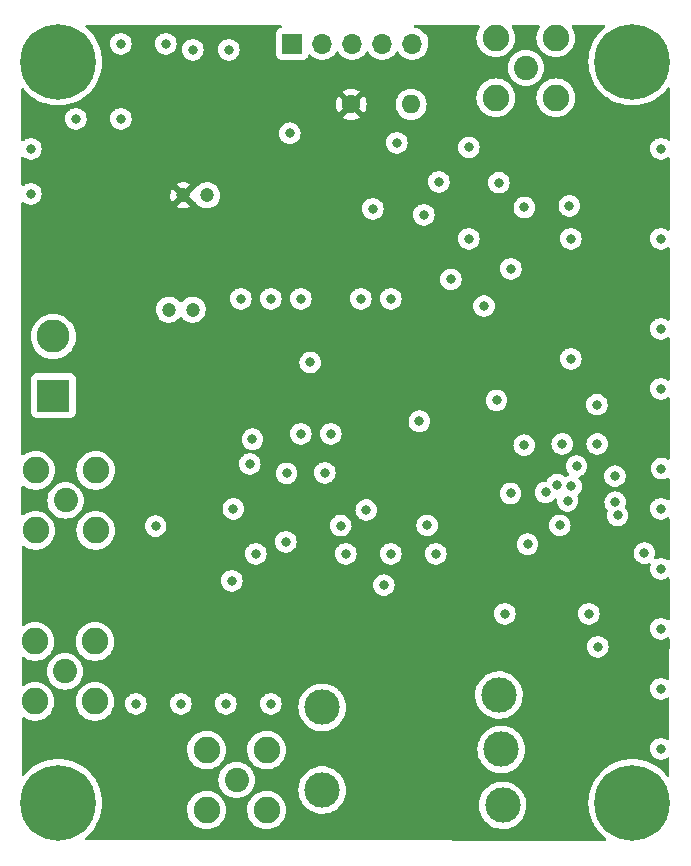
<source format=gbr>
%TF.GenerationSoftware,KiCad,Pcbnew,(6.0.9)*%
%TF.CreationDate,2023-01-25T17:31:36+01:00*%
%TF.ProjectId,sdrt41-tx,73647274-3431-42d7-9478-2e6b69636164,rev?*%
%TF.SameCoordinates,Original*%
%TF.FileFunction,Copper,L3,Inr*%
%TF.FilePolarity,Positive*%
%FSLAX46Y46*%
G04 Gerber Fmt 4.6, Leading zero omitted, Abs format (unit mm)*
G04 Created by KiCad (PCBNEW (6.0.9)) date 2023-01-25 17:31:36*
%MOMM*%
%LPD*%
G01*
G04 APERTURE LIST*
%TA.AperFunction,ComponentPad*%
%ADD10R,2.800000X2.800000*%
%TD*%
%TA.AperFunction,ComponentPad*%
%ADD11C,2.800000*%
%TD*%
%TA.AperFunction,ComponentPad*%
%ADD12C,1.200000*%
%TD*%
%TA.AperFunction,ComponentPad*%
%ADD13C,6.400000*%
%TD*%
%TA.AperFunction,ComponentPad*%
%ADD14C,0.800000*%
%TD*%
%TA.AperFunction,ComponentPad*%
%ADD15C,2.050000*%
%TD*%
%TA.AperFunction,ComponentPad*%
%ADD16C,2.250000*%
%TD*%
%TA.AperFunction,ComponentPad*%
%ADD17R,1.700000X1.700000*%
%TD*%
%TA.AperFunction,ComponentPad*%
%ADD18O,1.700000X1.700000*%
%TD*%
%TA.AperFunction,ComponentPad*%
%ADD19C,1.600000*%
%TD*%
%TA.AperFunction,ComponentPad*%
%ADD20O,1.600000X1.600000*%
%TD*%
%TA.AperFunction,ComponentPad*%
%ADD21C,3.000000*%
%TD*%
%TA.AperFunction,ViaPad*%
%ADD22C,0.800000*%
%TD*%
G04 APERTURE END LIST*
D10*
%TO.N,GND*%
%TO.C,J6*%
X83190400Y-81849600D03*
D11*
%TO.N,Net-(C33-Pad1)*%
X83190400Y-76849600D03*
%TD*%
D12*
%TO.N,Net-(C33-Pad1)*%
%TO.C,C33*%
X92980000Y-74574400D03*
%TO.N,GND*%
X94980000Y-74574400D03*
%TD*%
D13*
%TO.N,GND*%
%TO.C,H1*%
X83600000Y-116350000D03*
D14*
X81902944Y-114652944D03*
X83600000Y-118750000D03*
X81200000Y-116350000D03*
X86000000Y-116350000D03*
X83600000Y-113950000D03*
X85297056Y-118047056D03*
X85297056Y-114652944D03*
X81902944Y-118047056D03*
%TD*%
%TO.N,GND*%
%TO.C,H4*%
X81902944Y-51877944D03*
X83600000Y-51175000D03*
X85297056Y-51877944D03*
X83600000Y-55975000D03*
X81200000Y-53575000D03*
X81902944Y-55272056D03*
X86000000Y-53575000D03*
X85297056Y-55272056D03*
D13*
X83600000Y-53575000D03*
%TD*%
D15*
%TO.N,Net-(C4-Pad2)*%
%TO.C,J1*%
X84226400Y-90728800D03*
D16*
%TO.N,GND*%
X81686400Y-88188800D03*
X86766400Y-93268800D03*
X81686400Y-93268800D03*
X86766400Y-88188800D03*
%TD*%
D17*
%TO.N,GND*%
%TO.C,J3*%
X103425000Y-52050000D03*
D18*
X105965000Y-52050000D03*
%TO.N,rx-tx*%
X108505000Y-52050000D03*
%TO.N,GND*%
X111045000Y-52050000D03*
%TO.N,Net-(C2-Pad1)*%
X113585000Y-52050000D03*
%TD*%
D15*
%TO.N,Net-(J4-Pad1)*%
%TO.C,J4*%
X98700000Y-114400000D03*
D16*
%TO.N,GND*%
X101240000Y-116940000D03*
X96160000Y-116940000D03*
X96160000Y-111860000D03*
X101240000Y-111860000D03*
%TD*%
D15*
%TO.N,Net-(C5-Pad2)*%
%TO.C,J2*%
X84175600Y-105206800D03*
D16*
%TO.N,GND*%
X81635600Y-102666800D03*
X86715600Y-107746800D03*
X81635600Y-107746800D03*
X86715600Y-102666800D03*
%TD*%
D19*
%TO.N,+5V*%
%TO.C,L1*%
X108395000Y-57200000D03*
D20*
%TO.N,Net-(C2-Pad1)*%
X113475000Y-57200000D03*
%TD*%
D13*
%TO.N,GND*%
%TO.C,H2*%
X132200000Y-53575000D03*
D14*
X129800000Y-53575000D03*
X130502944Y-55272056D03*
X132200000Y-51175000D03*
X130502944Y-51877944D03*
X132200000Y-55975000D03*
X134600000Y-53575000D03*
X133897056Y-55272056D03*
X133897056Y-51877944D03*
%TD*%
%TO.N,GND*%
%TO.C,H3*%
X132200000Y-118750000D03*
X129800000Y-116350000D03*
X132200000Y-113950000D03*
X133897056Y-114652944D03*
D13*
X132200000Y-116350000D03*
D14*
X134600000Y-116350000D03*
X133897056Y-118047056D03*
X130502944Y-118047056D03*
X130502944Y-114652944D03*
%TD*%
D15*
%TO.N,Net-(C8-Pad1)*%
%TO.C,J5*%
X123190000Y-54102000D03*
D16*
%TO.N,GND*%
X125730000Y-56642000D03*
X120650000Y-51562000D03*
X120650000Y-56642000D03*
X125730000Y-51562000D03*
%TD*%
D21*
%TO.N,GND*%
%TO.C,T1*%
X105947500Y-108250000D03*
%TO.N,Net-(J4-Pad1)*%
X105947500Y-115250000D03*
%TO.N,Net-(T1-Pad3)*%
X121227500Y-116540000D03*
%TO.N,Net-(C30-Pad2)*%
X121107500Y-111810000D03*
%TO.N,Net-(T1-Pad5)*%
X120917500Y-107210000D03*
%TD*%
D12*
%TO.N,+5V*%
%TO.C,C1*%
X94200000Y-64900000D03*
%TO.N,GND*%
X96200000Y-64900000D03*
%TD*%
D22*
%TO.N,+5V*%
X95808800Y-58166000D03*
X131775200Y-82092800D03*
X113030000Y-86614000D03*
X96266000Y-94742000D03*
X94200000Y-70750000D03*
%TO.N,GND*%
X129209800Y-82626200D03*
X88900000Y-52070000D03*
X134620000Y-101600000D03*
X100330000Y-95250000D03*
X128524000Y-100330000D03*
X106680000Y-85090000D03*
X92710000Y-52070000D03*
X134620000Y-91440000D03*
X109220000Y-73660000D03*
X99822000Y-87630000D03*
X88900000Y-58420000D03*
X93980000Y-107950000D03*
X123342400Y-94437200D03*
X134620000Y-60960000D03*
X90170000Y-107950000D03*
X101600000Y-73660000D03*
X111760000Y-95250000D03*
X104140000Y-73660000D03*
X107518200Y-92862400D03*
X134670800Y-88036400D03*
X99060000Y-73660000D03*
X129286000Y-103124000D03*
X85090000Y-58420000D03*
X101600000Y-107950000D03*
X81280000Y-60960000D03*
X106172000Y-88392000D03*
X134620000Y-96520000D03*
X112268000Y-60452000D03*
X134620000Y-81280000D03*
X94996000Y-52578000D03*
X134620000Y-68580000D03*
X97790000Y-107950000D03*
X134620000Y-111760000D03*
X104140000Y-85090000D03*
X121920000Y-71120000D03*
X118364000Y-60833000D03*
X111760000Y-73660000D03*
X126873000Y-65786000D03*
X98298000Y-97536000D03*
X127000000Y-68580000D03*
X114173000Y-84023200D03*
X127000000Y-78740000D03*
X107950000Y-95250000D03*
X110236000Y-66040000D03*
X134620000Y-106680000D03*
X116840000Y-72009000D03*
X81280000Y-64770000D03*
X115570000Y-95250000D03*
X134620000Y-76200000D03*
X98044000Y-52578000D03*
%TO.N,Net-(C10-Pad2)*%
X114833400Y-92837000D03*
X109675000Y-91535000D03*
X102936000Y-88432000D03*
%TO.N,Net-(C13-Pad1)*%
X91850000Y-92900000D03*
X102870000Y-94234000D03*
%TO.N,Net-(C23-Pad2)*%
X133223000Y-95189000D03*
X121412000Y-100330000D03*
X130759200Y-90881200D03*
X126720600Y-90779600D03*
%TO.N,Net-(C24-Pad2)*%
X123050000Y-86050000D03*
X126060200Y-92837000D03*
X124866400Y-90043000D03*
X104937500Y-79050000D03*
%TO.N,Net-(C25-Pad2)*%
X120712500Y-82250000D03*
X126275489Y-85941511D03*
X127025400Y-89535000D03*
%TO.N,Net-(C26-Pad2)*%
X111162500Y-97900000D03*
X121894600Y-90144600D03*
X130962400Y-91998800D03*
%TO.N,Net-(C28-Pad2)*%
X129235200Y-85953600D03*
X103200200Y-59639200D03*
X127482600Y-87821100D03*
%TO.N,Net-(TP1-Pad1)*%
X125831600Y-89399500D03*
X119650000Y-74262500D03*
%TO.N,Net-(U4-Pad2)*%
X120910000Y-63825000D03*
X114554000Y-66548000D03*
%TO.N,Net-(U4-Pad12)*%
X115824000Y-63754000D03*
X118364000Y-68580000D03*
%TO.N,Net-(C12-Pad2)*%
X100037500Y-85550000D03*
X98425000Y-91440000D03*
%TO.N,Net-(TP2-Pad1)*%
X130733800Y-88671400D03*
X123063000Y-65913000D03*
%TD*%
%TA.AperFunction,Conductor*%
%TO.N,+5V*%
G36*
X102477300Y-50478502D02*
G01*
X102523793Y-50532158D01*
X102533897Y-50602432D01*
X102504403Y-50667012D01*
X102453408Y-50702482D01*
X102336705Y-50746232D01*
X102336704Y-50746233D01*
X102328295Y-50749385D01*
X102211739Y-50836739D01*
X102124385Y-50953295D01*
X102073255Y-51089684D01*
X102066500Y-51151866D01*
X102066500Y-52948134D01*
X102073255Y-53010316D01*
X102124385Y-53146705D01*
X102211739Y-53263261D01*
X102328295Y-53350615D01*
X102464684Y-53401745D01*
X102526866Y-53408500D01*
X104323134Y-53408500D01*
X104385316Y-53401745D01*
X104521705Y-53350615D01*
X104638261Y-53263261D01*
X104725615Y-53146705D01*
X104747799Y-53087529D01*
X104769598Y-53029382D01*
X104812240Y-52972618D01*
X104878802Y-52947918D01*
X104948150Y-52963126D01*
X104982817Y-52991114D01*
X105011250Y-53023938D01*
X105183126Y-53166632D01*
X105376000Y-53279338D01*
X105584692Y-53359030D01*
X105589760Y-53360061D01*
X105589763Y-53360062D01*
X105697017Y-53381883D01*
X105803597Y-53403567D01*
X105808772Y-53403757D01*
X105808774Y-53403757D01*
X106021673Y-53411564D01*
X106021677Y-53411564D01*
X106026837Y-53411753D01*
X106031957Y-53411097D01*
X106031959Y-53411097D01*
X106243288Y-53384025D01*
X106243289Y-53384025D01*
X106248416Y-53383368D01*
X106286964Y-53371803D01*
X106457429Y-53320661D01*
X106457434Y-53320659D01*
X106462384Y-53319174D01*
X106662994Y-53220896D01*
X106844860Y-53091173D01*
X107003096Y-52933489D01*
X107057674Y-52857536D01*
X107133453Y-52752077D01*
X107134776Y-52753028D01*
X107181645Y-52709857D01*
X107251580Y-52697625D01*
X107317026Y-52725144D01*
X107344875Y-52756994D01*
X107404987Y-52855088D01*
X107551250Y-53023938D01*
X107723126Y-53166632D01*
X107916000Y-53279338D01*
X108124692Y-53359030D01*
X108129760Y-53360061D01*
X108129763Y-53360062D01*
X108237017Y-53381883D01*
X108343597Y-53403567D01*
X108348772Y-53403757D01*
X108348774Y-53403757D01*
X108561673Y-53411564D01*
X108561677Y-53411564D01*
X108566837Y-53411753D01*
X108571957Y-53411097D01*
X108571959Y-53411097D01*
X108783288Y-53384025D01*
X108783289Y-53384025D01*
X108788416Y-53383368D01*
X108826964Y-53371803D01*
X108997429Y-53320661D01*
X108997434Y-53320659D01*
X109002384Y-53319174D01*
X109202994Y-53220896D01*
X109384860Y-53091173D01*
X109543096Y-52933489D01*
X109597674Y-52857536D01*
X109673453Y-52752077D01*
X109674776Y-52753028D01*
X109721645Y-52709857D01*
X109791580Y-52697625D01*
X109857026Y-52725144D01*
X109884875Y-52756994D01*
X109944987Y-52855088D01*
X110091250Y-53023938D01*
X110263126Y-53166632D01*
X110456000Y-53279338D01*
X110664692Y-53359030D01*
X110669760Y-53360061D01*
X110669763Y-53360062D01*
X110777017Y-53381883D01*
X110883597Y-53403567D01*
X110888772Y-53403757D01*
X110888774Y-53403757D01*
X111101673Y-53411564D01*
X111101677Y-53411564D01*
X111106837Y-53411753D01*
X111111957Y-53411097D01*
X111111959Y-53411097D01*
X111323288Y-53384025D01*
X111323289Y-53384025D01*
X111328416Y-53383368D01*
X111366964Y-53371803D01*
X111537429Y-53320661D01*
X111537434Y-53320659D01*
X111542384Y-53319174D01*
X111742994Y-53220896D01*
X111924860Y-53091173D01*
X112083096Y-52933489D01*
X112137674Y-52857536D01*
X112213453Y-52752077D01*
X112214776Y-52753028D01*
X112261645Y-52709857D01*
X112331580Y-52697625D01*
X112397026Y-52725144D01*
X112424875Y-52756994D01*
X112484987Y-52855088D01*
X112631250Y-53023938D01*
X112803126Y-53166632D01*
X112996000Y-53279338D01*
X113204692Y-53359030D01*
X113209760Y-53360061D01*
X113209763Y-53360062D01*
X113317017Y-53381883D01*
X113423597Y-53403567D01*
X113428772Y-53403757D01*
X113428774Y-53403757D01*
X113641673Y-53411564D01*
X113641677Y-53411564D01*
X113646837Y-53411753D01*
X113651957Y-53411097D01*
X113651959Y-53411097D01*
X113863288Y-53384025D01*
X113863289Y-53384025D01*
X113868416Y-53383368D01*
X113906964Y-53371803D01*
X114077429Y-53320661D01*
X114077434Y-53320659D01*
X114082384Y-53319174D01*
X114282994Y-53220896D01*
X114464860Y-53091173D01*
X114623096Y-52933489D01*
X114677674Y-52857536D01*
X114750435Y-52756277D01*
X114753453Y-52752077D01*
X114763665Y-52731416D01*
X114850136Y-52556453D01*
X114850137Y-52556451D01*
X114852430Y-52551811D01*
X114917370Y-52338069D01*
X114946529Y-52116590D01*
X114947596Y-52072913D01*
X114948074Y-52053365D01*
X114948074Y-52053361D01*
X114948156Y-52050000D01*
X114929852Y-51827361D01*
X114875431Y-51610702D01*
X114786354Y-51405840D01*
X114696164Y-51266427D01*
X114667822Y-51222617D01*
X114667820Y-51222614D01*
X114665014Y-51218277D01*
X114514670Y-51053051D01*
X114510619Y-51049852D01*
X114510615Y-51049848D01*
X114343414Y-50917800D01*
X114343410Y-50917798D01*
X114339359Y-50914598D01*
X114143789Y-50806638D01*
X114138920Y-50804914D01*
X114138916Y-50804912D01*
X113938087Y-50733795D01*
X113938083Y-50733794D01*
X113933212Y-50732069D01*
X113928119Y-50731162D01*
X113928116Y-50731161D01*
X113801160Y-50708547D01*
X113737602Y-50676909D01*
X113701239Y-50615932D01*
X113703616Y-50544975D01*
X113743977Y-50486567D01*
X113809509Y-50459252D01*
X113823256Y-50458500D01*
X119185422Y-50458500D01*
X119253543Y-50478502D01*
X119300036Y-50532158D01*
X119310140Y-50602432D01*
X119292855Y-50650334D01*
X119242768Y-50732069D01*
X119195541Y-50809137D01*
X119190040Y-50818113D01*
X119188147Y-50822683D01*
X119188145Y-50822687D01*
X119100462Y-51034373D01*
X119091645Y-51055660D01*
X119090490Y-51060472D01*
X119035317Y-51290285D01*
X119031622Y-51305674D01*
X119011449Y-51562000D01*
X119031622Y-51818326D01*
X119032776Y-51823133D01*
X119032777Y-51823139D01*
X119050090Y-51895251D01*
X119091645Y-52068340D01*
X119093538Y-52072911D01*
X119093539Y-52072913D01*
X119173604Y-52266206D01*
X119190040Y-52305887D01*
X119324384Y-52525116D01*
X119491369Y-52720631D01*
X119686884Y-52887616D01*
X119906113Y-53021960D01*
X119910683Y-53023853D01*
X119910687Y-53023855D01*
X120139087Y-53118461D01*
X120143660Y-53120355D01*
X120218394Y-53138297D01*
X120388861Y-53179223D01*
X120388867Y-53179224D01*
X120393674Y-53180378D01*
X120650000Y-53200551D01*
X120906326Y-53180378D01*
X120911133Y-53179224D01*
X120911139Y-53179223D01*
X121081606Y-53138297D01*
X121156340Y-53120355D01*
X121160913Y-53118461D01*
X121389313Y-53023855D01*
X121389317Y-53023853D01*
X121393887Y-53021960D01*
X121613116Y-52887616D01*
X121808631Y-52720631D01*
X121975616Y-52525116D01*
X122109960Y-52305887D01*
X122126397Y-52266206D01*
X122206461Y-52072913D01*
X122206462Y-52072911D01*
X122208355Y-52068340D01*
X122249910Y-51895251D01*
X122267223Y-51823139D01*
X122267224Y-51823133D01*
X122268378Y-51818326D01*
X122288551Y-51562000D01*
X122268378Y-51305674D01*
X122264684Y-51290285D01*
X122209510Y-51060472D01*
X122208355Y-51055660D01*
X122199538Y-51034373D01*
X122111855Y-50822687D01*
X122111853Y-50822683D01*
X122109960Y-50818113D01*
X122104460Y-50809137D01*
X122057232Y-50732069D01*
X122007145Y-50650334D01*
X121988607Y-50581802D01*
X122010063Y-50514125D01*
X122064702Y-50468792D01*
X122114578Y-50458500D01*
X124265422Y-50458500D01*
X124333543Y-50478502D01*
X124380036Y-50532158D01*
X124390140Y-50602432D01*
X124372855Y-50650334D01*
X124322768Y-50732069D01*
X124275541Y-50809137D01*
X124270040Y-50818113D01*
X124268147Y-50822683D01*
X124268145Y-50822687D01*
X124180462Y-51034373D01*
X124171645Y-51055660D01*
X124170490Y-51060472D01*
X124115317Y-51290285D01*
X124111622Y-51305674D01*
X124091449Y-51562000D01*
X124111622Y-51818326D01*
X124112776Y-51823133D01*
X124112777Y-51823139D01*
X124130090Y-51895251D01*
X124171645Y-52068340D01*
X124173538Y-52072911D01*
X124173539Y-52072913D01*
X124253604Y-52266206D01*
X124270040Y-52305887D01*
X124404384Y-52525116D01*
X124571369Y-52720631D01*
X124766884Y-52887616D01*
X124986113Y-53021960D01*
X124990683Y-53023853D01*
X124990687Y-53023855D01*
X125219087Y-53118461D01*
X125223660Y-53120355D01*
X125298394Y-53138297D01*
X125468861Y-53179223D01*
X125468867Y-53179224D01*
X125473674Y-53180378D01*
X125730000Y-53200551D01*
X125986326Y-53180378D01*
X125991133Y-53179224D01*
X125991139Y-53179223D01*
X126161606Y-53138297D01*
X126236340Y-53120355D01*
X126240913Y-53118461D01*
X126469313Y-53023855D01*
X126469317Y-53023853D01*
X126473887Y-53021960D01*
X126693116Y-52887616D01*
X126888631Y-52720631D01*
X127055616Y-52525116D01*
X127189960Y-52305887D01*
X127206397Y-52266206D01*
X127286461Y-52072913D01*
X127286462Y-52072911D01*
X127288355Y-52068340D01*
X127329910Y-51895251D01*
X127347223Y-51823139D01*
X127347224Y-51823133D01*
X127348378Y-51818326D01*
X127368551Y-51562000D01*
X127348378Y-51305674D01*
X127344684Y-51290285D01*
X127289510Y-51060472D01*
X127288355Y-51055660D01*
X127279538Y-51034373D01*
X127191855Y-50822687D01*
X127191853Y-50822683D01*
X127189960Y-50818113D01*
X127184460Y-50809137D01*
X127137232Y-50732069D01*
X127087145Y-50650334D01*
X127068607Y-50581802D01*
X127090063Y-50514125D01*
X127144702Y-50468792D01*
X127194578Y-50458500D01*
X129799879Y-50458500D01*
X129868000Y-50478502D01*
X129914493Y-50532158D01*
X129924597Y-50602432D01*
X129895103Y-50667012D01*
X129879174Y-50682420D01*
X129717686Y-50813191D01*
X129715124Y-50815266D01*
X129440266Y-51090124D01*
X129438194Y-51092682D01*
X129438191Y-51092686D01*
X129357656Y-51192138D01*
X129195643Y-51392207D01*
X129193848Y-51394970D01*
X129193848Y-51394971D01*
X128989783Y-51709206D01*
X128983938Y-51718206D01*
X128982443Y-51721140D01*
X128982439Y-51721147D01*
X128901463Y-51880072D01*
X128807468Y-52064547D01*
X128668167Y-52427438D01*
X128567562Y-52802901D01*
X128542185Y-52963126D01*
X128507714Y-53180766D01*
X128506754Y-53186824D01*
X128486411Y-53575000D01*
X128506754Y-53963176D01*
X128567562Y-54347099D01*
X128668167Y-54722562D01*
X128807468Y-55085453D01*
X128808966Y-55088393D01*
X128941776Y-55349046D01*
X128983938Y-55431794D01*
X128985734Y-55434560D01*
X128985736Y-55434563D01*
X129107258Y-55621692D01*
X129195643Y-55757793D01*
X129249909Y-55824806D01*
X129365898Y-55968039D01*
X129440266Y-56059876D01*
X129715124Y-56334734D01*
X129717682Y-56336806D01*
X129717686Y-56336809D01*
X129746585Y-56360211D01*
X130017207Y-56579357D01*
X130019970Y-56581152D01*
X130019971Y-56581152D01*
X130281141Y-56750757D01*
X130343205Y-56791062D01*
X130346139Y-56792557D01*
X130346146Y-56792561D01*
X130686607Y-56966034D01*
X130689547Y-56967532D01*
X131052438Y-57106833D01*
X131427901Y-57207438D01*
X131631793Y-57239732D01*
X131808576Y-57267732D01*
X131808584Y-57267733D01*
X131811824Y-57268246D01*
X132200000Y-57288589D01*
X132588176Y-57268246D01*
X132591416Y-57267733D01*
X132591424Y-57267732D01*
X132768207Y-57239732D01*
X132972099Y-57207438D01*
X133347562Y-57106833D01*
X133710453Y-56967532D01*
X133713393Y-56966034D01*
X134053854Y-56792561D01*
X134053861Y-56792557D01*
X134056795Y-56791062D01*
X134118860Y-56750757D01*
X134380029Y-56581152D01*
X134380030Y-56581152D01*
X134382793Y-56579357D01*
X134653415Y-56360211D01*
X134682314Y-56336809D01*
X134682318Y-56336806D01*
X134684876Y-56334734D01*
X134959734Y-56059876D01*
X135034103Y-55968039D01*
X135163344Y-55808440D01*
X135221758Y-55768088D01*
X135292715Y-55765723D01*
X135353687Y-55802096D01*
X135385315Y-55865659D01*
X135387264Y-55887825D01*
X135384228Y-60145078D01*
X135364177Y-60213184D01*
X135310489Y-60259639D01*
X135240207Y-60269693D01*
X135184167Y-60246924D01*
X135082094Y-60172763D01*
X135082093Y-60172762D01*
X135076752Y-60168882D01*
X135070724Y-60166198D01*
X135070722Y-60166197D01*
X134908319Y-60093891D01*
X134908318Y-60093891D01*
X134902288Y-60091206D01*
X134808888Y-60071353D01*
X134721944Y-60052872D01*
X134721939Y-60052872D01*
X134715487Y-60051500D01*
X134524513Y-60051500D01*
X134518061Y-60052872D01*
X134518056Y-60052872D01*
X134431112Y-60071353D01*
X134337712Y-60091206D01*
X134331682Y-60093891D01*
X134331681Y-60093891D01*
X134169278Y-60166197D01*
X134169276Y-60166198D01*
X134163248Y-60168882D01*
X134157907Y-60172762D01*
X134157906Y-60172763D01*
X134146497Y-60181052D01*
X134008747Y-60281134D01*
X134004326Y-60286044D01*
X134004325Y-60286045D01*
X133994115Y-60297385D01*
X133880960Y-60423056D01*
X133785473Y-60588444D01*
X133726458Y-60770072D01*
X133706496Y-60960000D01*
X133707186Y-60966565D01*
X133724863Y-61134749D01*
X133726458Y-61149928D01*
X133785473Y-61331556D01*
X133880960Y-61496944D01*
X134008747Y-61638866D01*
X134091664Y-61699109D01*
X134148122Y-61740128D01*
X134163248Y-61751118D01*
X134169276Y-61753802D01*
X134169278Y-61753803D01*
X134219017Y-61775948D01*
X134337712Y-61828794D01*
X134431113Y-61848647D01*
X134518056Y-61867128D01*
X134518061Y-61867128D01*
X134524513Y-61868500D01*
X134715487Y-61868500D01*
X134721939Y-61867128D01*
X134721944Y-61867128D01*
X134808887Y-61848647D01*
X134902288Y-61828794D01*
X135020983Y-61775948D01*
X135070722Y-61753803D01*
X135070724Y-61753802D01*
X135076752Y-61751118D01*
X135091879Y-61740128D01*
X135183003Y-61673922D01*
X135249871Y-61650063D01*
X135319022Y-61666144D01*
X135368503Y-61717058D01*
X135383064Y-61775948D01*
X135378795Y-67761131D01*
X135358744Y-67829237D01*
X135305056Y-67875692D01*
X135234774Y-67885746D01*
X135178735Y-67862978D01*
X135076752Y-67788882D01*
X135070724Y-67786198D01*
X135070722Y-67786197D01*
X134908319Y-67713891D01*
X134908318Y-67713891D01*
X134902288Y-67711206D01*
X134808888Y-67691353D01*
X134721944Y-67672872D01*
X134721939Y-67672872D01*
X134715487Y-67671500D01*
X134524513Y-67671500D01*
X134518061Y-67672872D01*
X134518056Y-67672872D01*
X134431112Y-67691353D01*
X134337712Y-67711206D01*
X134331682Y-67713891D01*
X134331681Y-67713891D01*
X134169278Y-67786197D01*
X134169276Y-67786198D01*
X134163248Y-67788882D01*
X134008747Y-67901134D01*
X133880960Y-68043056D01*
X133785473Y-68208444D01*
X133726458Y-68390072D01*
X133706496Y-68580000D01*
X133726458Y-68769928D01*
X133785473Y-68951556D01*
X133880960Y-69116944D01*
X134008747Y-69258866D01*
X134163248Y-69371118D01*
X134169276Y-69373802D01*
X134169278Y-69373803D01*
X134227889Y-69399898D01*
X134337712Y-69448794D01*
X134431112Y-69468647D01*
X134518056Y-69487128D01*
X134518061Y-69487128D01*
X134524513Y-69488500D01*
X134715487Y-69488500D01*
X134721939Y-69487128D01*
X134721944Y-69487128D01*
X134808888Y-69468647D01*
X134902288Y-69448794D01*
X135012111Y-69399898D01*
X135070722Y-69373803D01*
X135070724Y-69373802D01*
X135076752Y-69371118D01*
X135177566Y-69297872D01*
X135244434Y-69274014D01*
X135313585Y-69290094D01*
X135363065Y-69341008D01*
X135377627Y-69399898D01*
X135373363Y-75377184D01*
X135353312Y-75445290D01*
X135299624Y-75491745D01*
X135229342Y-75501799D01*
X135173302Y-75479030D01*
X135082094Y-75412763D01*
X135082093Y-75412762D01*
X135076752Y-75408882D01*
X135070724Y-75406198D01*
X135070722Y-75406197D01*
X134908319Y-75333891D01*
X134908318Y-75333891D01*
X134902288Y-75331206D01*
X134808887Y-75311353D01*
X134721944Y-75292872D01*
X134721939Y-75292872D01*
X134715487Y-75291500D01*
X134524513Y-75291500D01*
X134518061Y-75292872D01*
X134518056Y-75292872D01*
X134431113Y-75311353D01*
X134337712Y-75331206D01*
X134331682Y-75333891D01*
X134331681Y-75333891D01*
X134169278Y-75406197D01*
X134169276Y-75406198D01*
X134163248Y-75408882D01*
X134157907Y-75412762D01*
X134157906Y-75412763D01*
X134151335Y-75417537D01*
X134008747Y-75521134D01*
X133880960Y-75663056D01*
X133785473Y-75828444D01*
X133726458Y-76010072D01*
X133706496Y-76200000D01*
X133707186Y-76206565D01*
X133712194Y-76254209D01*
X133726458Y-76389928D01*
X133785473Y-76571556D01*
X133788776Y-76577278D01*
X133788777Y-76577279D01*
X133822686Y-76636010D01*
X133880960Y-76736944D01*
X133885378Y-76741851D01*
X133885379Y-76741852D01*
X133982396Y-76849600D01*
X134008747Y-76878866D01*
X134057167Y-76914045D01*
X134133827Y-76969742D01*
X134163248Y-76991118D01*
X134169276Y-76993802D01*
X134169278Y-76993803D01*
X134326816Y-77063943D01*
X134337712Y-77068794D01*
X134431113Y-77088647D01*
X134518056Y-77107128D01*
X134518061Y-77107128D01*
X134524513Y-77108500D01*
X134715487Y-77108500D01*
X134721939Y-77107128D01*
X134721944Y-77107128D01*
X134808887Y-77088647D01*
X134902288Y-77068794D01*
X134913184Y-77063943D01*
X135070722Y-76993803D01*
X135070724Y-76993802D01*
X135076752Y-76991118D01*
X135106174Y-76969742D01*
X135172128Y-76921823D01*
X135238996Y-76897965D01*
X135308147Y-76914045D01*
X135357627Y-76964959D01*
X135372189Y-77023848D01*
X135369819Y-80347140D01*
X135369742Y-80454553D01*
X135349691Y-80522659D01*
X135296003Y-80569114D01*
X135225721Y-80579168D01*
X135169681Y-80556399D01*
X135082094Y-80492763D01*
X135082093Y-80492762D01*
X135076752Y-80488882D01*
X135070724Y-80486198D01*
X135070722Y-80486197D01*
X134908319Y-80413891D01*
X134908318Y-80413891D01*
X134902288Y-80411206D01*
X134808888Y-80391353D01*
X134721944Y-80372872D01*
X134721939Y-80372872D01*
X134715487Y-80371500D01*
X134524513Y-80371500D01*
X134518061Y-80372872D01*
X134518056Y-80372872D01*
X134431112Y-80391353D01*
X134337712Y-80411206D01*
X134331682Y-80413891D01*
X134331681Y-80413891D01*
X134169278Y-80486197D01*
X134169276Y-80486198D01*
X134163248Y-80488882D01*
X134008747Y-80601134D01*
X133880960Y-80743056D01*
X133785473Y-80908444D01*
X133726458Y-81090072D01*
X133706496Y-81280000D01*
X133726458Y-81469928D01*
X133785473Y-81651556D01*
X133880960Y-81816944D01*
X133885378Y-81821851D01*
X133885379Y-81821852D01*
X134002785Y-81952245D01*
X134008747Y-81958866D01*
X134107843Y-82030864D01*
X134157078Y-82066635D01*
X134163248Y-82071118D01*
X134169276Y-82073802D01*
X134169278Y-82073803D01*
X134242679Y-82106483D01*
X134337712Y-82148794D01*
X134431112Y-82168647D01*
X134518056Y-82187128D01*
X134518061Y-82187128D01*
X134524513Y-82188500D01*
X134715487Y-82188500D01*
X134721939Y-82187128D01*
X134721944Y-82187128D01*
X134808888Y-82168647D01*
X134902288Y-82148794D01*
X134997321Y-82106483D01*
X135070722Y-82073803D01*
X135070724Y-82073802D01*
X135076752Y-82071118D01*
X135082923Y-82066635D01*
X135109133Y-82047592D01*
X135168503Y-82004457D01*
X135235369Y-81980599D01*
X135304521Y-81996679D01*
X135354001Y-82047592D01*
X135368563Y-82106483D01*
X135365951Y-85770235D01*
X135365109Y-86950934D01*
X135364952Y-87170564D01*
X135344901Y-87238670D01*
X135291213Y-87285125D01*
X135220931Y-87295179D01*
X135164892Y-87272411D01*
X135137791Y-87252721D01*
X135127552Y-87245282D01*
X135121524Y-87242598D01*
X135121522Y-87242597D01*
X134959119Y-87170291D01*
X134959118Y-87170291D01*
X134953088Y-87167606D01*
X134833723Y-87142234D01*
X134772744Y-87129272D01*
X134772739Y-87129272D01*
X134766287Y-87127900D01*
X134575313Y-87127900D01*
X134568861Y-87129272D01*
X134568856Y-87129272D01*
X134507877Y-87142234D01*
X134388512Y-87167606D01*
X134382482Y-87170291D01*
X134382481Y-87170291D01*
X134220078Y-87242597D01*
X134220076Y-87242598D01*
X134214048Y-87245282D01*
X134208707Y-87249162D01*
X134208706Y-87249163D01*
X134176708Y-87272411D01*
X134059547Y-87357534D01*
X134055126Y-87362444D01*
X134055125Y-87362445D01*
X133985230Y-87440072D01*
X133931760Y-87499456D01*
X133928459Y-87505174D01*
X133855714Y-87631172D01*
X133836273Y-87664844D01*
X133777258Y-87846472D01*
X133776568Y-87853033D01*
X133776568Y-87853035D01*
X133772152Y-87895056D01*
X133757296Y-88036400D01*
X133757986Y-88042965D01*
X133774709Y-88202072D01*
X133777258Y-88226328D01*
X133836273Y-88407956D01*
X133839576Y-88413678D01*
X133839577Y-88413679D01*
X133857733Y-88445126D01*
X133931760Y-88573344D01*
X133936178Y-88578251D01*
X133936179Y-88578252D01*
X133960891Y-88605697D01*
X134059547Y-88715266D01*
X134214048Y-88827518D01*
X134220076Y-88830202D01*
X134220078Y-88830203D01*
X134380574Y-88901660D01*
X134388512Y-88905194D01*
X134481913Y-88925047D01*
X134568856Y-88943528D01*
X134568861Y-88943528D01*
X134575313Y-88944900D01*
X134766287Y-88944900D01*
X134772739Y-88943528D01*
X134772744Y-88943528D01*
X134859687Y-88925047D01*
X134953088Y-88905194D01*
X134961026Y-88901660D01*
X135121522Y-88830203D01*
X135121524Y-88830202D01*
X135127552Y-88827518D01*
X135163655Y-88801287D01*
X135230524Y-88777429D01*
X135299675Y-88793510D01*
X135349155Y-88844425D01*
X135363716Y-88903314D01*
X135362540Y-90552293D01*
X135362499Y-90609291D01*
X135342448Y-90677397D01*
X135288760Y-90723852D01*
X135218478Y-90733906D01*
X135162438Y-90711137D01*
X135135097Y-90691272D01*
X135076752Y-90648882D01*
X135070724Y-90646198D01*
X135070722Y-90646197D01*
X134908319Y-90573891D01*
X134908318Y-90573891D01*
X134902288Y-90571206D01*
X134806949Y-90550941D01*
X134721944Y-90532872D01*
X134721939Y-90532872D01*
X134715487Y-90531500D01*
X134524513Y-90531500D01*
X134518061Y-90532872D01*
X134518056Y-90532872D01*
X134433051Y-90550941D01*
X134337712Y-90571206D01*
X134331682Y-90573891D01*
X134331681Y-90573891D01*
X134169278Y-90646197D01*
X134169276Y-90646198D01*
X134163248Y-90648882D01*
X134157907Y-90652762D01*
X134157906Y-90652763D01*
X134135708Y-90668891D01*
X134008747Y-90761134D01*
X133880960Y-90903056D01*
X133785473Y-91068444D01*
X133726458Y-91250072D01*
X133725768Y-91256633D01*
X133725768Y-91256635D01*
X133719115Y-91319934D01*
X133706496Y-91440000D01*
X133726458Y-91629928D01*
X133785473Y-91811556D01*
X133880960Y-91976944D01*
X133885378Y-91981851D01*
X133885379Y-91981852D01*
X134004325Y-92113955D01*
X134008747Y-92118866D01*
X134062795Y-92158134D01*
X134156266Y-92226045D01*
X134163248Y-92231118D01*
X134169276Y-92233802D01*
X134169278Y-92233803D01*
X134330929Y-92305774D01*
X134337712Y-92308794D01*
X134419215Y-92326118D01*
X134518056Y-92347128D01*
X134518061Y-92347128D01*
X134524513Y-92348500D01*
X134715487Y-92348500D01*
X134721939Y-92347128D01*
X134721944Y-92347128D01*
X134820785Y-92326118D01*
X134902288Y-92308794D01*
X134909071Y-92305774D01*
X135070722Y-92233803D01*
X135070724Y-92233802D01*
X135076752Y-92231118D01*
X135083735Y-92226045D01*
X135161252Y-92169725D01*
X135228120Y-92145867D01*
X135297271Y-92161947D01*
X135346751Y-92212861D01*
X135361313Y-92271750D01*
X135359567Y-94718774D01*
X135358877Y-95686659D01*
X135338826Y-95754765D01*
X135285138Y-95801220D01*
X135214856Y-95811274D01*
X135158816Y-95788505D01*
X135082094Y-95732763D01*
X135082093Y-95732762D01*
X135076752Y-95728882D01*
X135070724Y-95726198D01*
X135070722Y-95726197D01*
X134908319Y-95653891D01*
X134908318Y-95653891D01*
X134902288Y-95651206D01*
X134789721Y-95627279D01*
X134721944Y-95612872D01*
X134721939Y-95612872D01*
X134715487Y-95611500D01*
X134524513Y-95611500D01*
X134518061Y-95612872D01*
X134518056Y-95612872D01*
X134450279Y-95627279D01*
X134337712Y-95651206D01*
X134331685Y-95653889D01*
X134331677Y-95653892D01*
X134234237Y-95697275D01*
X134163870Y-95706709D01*
X134099573Y-95676602D01*
X134061760Y-95616513D01*
X134063156Y-95543232D01*
X134114502Y-95385206D01*
X134116542Y-95378928D01*
X134120035Y-95345700D01*
X134135814Y-95195565D01*
X134136504Y-95189000D01*
X134127588Y-95104166D01*
X134117232Y-95005635D01*
X134117232Y-95005633D01*
X134116542Y-94999072D01*
X134057527Y-94817444D01*
X133962040Y-94652056D01*
X133945248Y-94633406D01*
X133838675Y-94515045D01*
X133838674Y-94515044D01*
X133834253Y-94510134D01*
X133724845Y-94430644D01*
X133685094Y-94401763D01*
X133685093Y-94401762D01*
X133679752Y-94397882D01*
X133673724Y-94395198D01*
X133673722Y-94395197D01*
X133511319Y-94322891D01*
X133511318Y-94322891D01*
X133505288Y-94320206D01*
X133411887Y-94300353D01*
X133324944Y-94281872D01*
X133324939Y-94281872D01*
X133318487Y-94280500D01*
X133127513Y-94280500D01*
X133121061Y-94281872D01*
X133121056Y-94281872D01*
X133034113Y-94300353D01*
X132940712Y-94320206D01*
X132934682Y-94322891D01*
X132934681Y-94322891D01*
X132772278Y-94395197D01*
X132772276Y-94395198D01*
X132766248Y-94397882D01*
X132760907Y-94401762D01*
X132760906Y-94401763D01*
X132721155Y-94430644D01*
X132611747Y-94510134D01*
X132607326Y-94515044D01*
X132607325Y-94515045D01*
X132500753Y-94633406D01*
X132483960Y-94652056D01*
X132388473Y-94817444D01*
X132329458Y-94999072D01*
X132328768Y-95005633D01*
X132328768Y-95005635D01*
X132318412Y-95104166D01*
X132309496Y-95189000D01*
X132310186Y-95195565D01*
X132325966Y-95345700D01*
X132329458Y-95378928D01*
X132388473Y-95560556D01*
X132483960Y-95725944D01*
X132488378Y-95730851D01*
X132488379Y-95730852D01*
X132540290Y-95788505D01*
X132611747Y-95867866D01*
X132766248Y-95980118D01*
X132772276Y-95982802D01*
X132772278Y-95982803D01*
X132934679Y-96055108D01*
X132940712Y-96057794D01*
X133034113Y-96077647D01*
X133121056Y-96096128D01*
X133121061Y-96096128D01*
X133127513Y-96097500D01*
X133318487Y-96097500D01*
X133324939Y-96096128D01*
X133324944Y-96096128D01*
X133411887Y-96077647D01*
X133505288Y-96057794D01*
X133511315Y-96055111D01*
X133511323Y-96055108D01*
X133608763Y-96011725D01*
X133679130Y-96002291D01*
X133743427Y-96032398D01*
X133781240Y-96092487D01*
X133779844Y-96165768D01*
X133726458Y-96330072D01*
X133706496Y-96520000D01*
X133707186Y-96526565D01*
X133721824Y-96665834D01*
X133726458Y-96709928D01*
X133785473Y-96891556D01*
X133880960Y-97056944D01*
X133885378Y-97061851D01*
X133885379Y-97061852D01*
X133972600Y-97158721D01*
X134008747Y-97198866D01*
X134163248Y-97311118D01*
X134169276Y-97313802D01*
X134169278Y-97313803D01*
X134279903Y-97363056D01*
X134337712Y-97388794D01*
X134431112Y-97408647D01*
X134518056Y-97427128D01*
X134518061Y-97427128D01*
X134524513Y-97428500D01*
X134715487Y-97428500D01*
X134721939Y-97427128D01*
X134721944Y-97427128D01*
X134808888Y-97408647D01*
X134902288Y-97388794D01*
X134960097Y-97363056D01*
X135070722Y-97313803D01*
X135070724Y-97313802D01*
X135076752Y-97311118D01*
X135098255Y-97295495D01*
X135157627Y-97252359D01*
X135224495Y-97228500D01*
X135293646Y-97244581D01*
X135343127Y-97295495D01*
X135357688Y-97354384D01*
X135356733Y-98693803D01*
X135355256Y-100764028D01*
X135335205Y-100832134D01*
X135281517Y-100878589D01*
X135211235Y-100888643D01*
X135155195Y-100865874D01*
X135082094Y-100812763D01*
X135082093Y-100812762D01*
X135076752Y-100808882D01*
X135070724Y-100806198D01*
X135070722Y-100806197D01*
X134908319Y-100733891D01*
X134908318Y-100733891D01*
X134902288Y-100731206D01*
X134789721Y-100707279D01*
X134721944Y-100692872D01*
X134721939Y-100692872D01*
X134715487Y-100691500D01*
X134524513Y-100691500D01*
X134518061Y-100692872D01*
X134518056Y-100692872D01*
X134450279Y-100707279D01*
X134337712Y-100731206D01*
X134331682Y-100733891D01*
X134331681Y-100733891D01*
X134169278Y-100806197D01*
X134169276Y-100806198D01*
X134163248Y-100808882D01*
X134008747Y-100921134D01*
X134004326Y-100926044D01*
X134004325Y-100926045D01*
X133893097Y-101049577D01*
X133880960Y-101063056D01*
X133785473Y-101228444D01*
X133726458Y-101410072D01*
X133706496Y-101600000D01*
X133726458Y-101789928D01*
X133785473Y-101971556D01*
X133880960Y-102136944D01*
X133885378Y-102141851D01*
X133885379Y-102141852D01*
X133951692Y-102215500D01*
X134008747Y-102278866D01*
X134163248Y-102391118D01*
X134169276Y-102393802D01*
X134169278Y-102393803D01*
X134331681Y-102466109D01*
X134337712Y-102468794D01*
X134431113Y-102488647D01*
X134518056Y-102507128D01*
X134518061Y-102507128D01*
X134524513Y-102508500D01*
X134715487Y-102508500D01*
X134721939Y-102507128D01*
X134721944Y-102507128D01*
X134808888Y-102488647D01*
X134902288Y-102468794D01*
X134908319Y-102466109D01*
X135070722Y-102393803D01*
X135070724Y-102393802D01*
X135076752Y-102391118D01*
X135094630Y-102378129D01*
X135154002Y-102334993D01*
X135220870Y-102311134D01*
X135290022Y-102327215D01*
X135339502Y-102378129D01*
X135354063Y-102437018D01*
X135352787Y-104225155D01*
X135351634Y-105841397D01*
X135331583Y-105909503D01*
X135277895Y-105955958D01*
X135207613Y-105966012D01*
X135151573Y-105943243D01*
X135082094Y-105892763D01*
X135082093Y-105892762D01*
X135076752Y-105888882D01*
X135070724Y-105886198D01*
X135070722Y-105886197D01*
X134908319Y-105813891D01*
X134908318Y-105813891D01*
X134902288Y-105811206D01*
X134808888Y-105791353D01*
X134721944Y-105772872D01*
X134721939Y-105772872D01*
X134715487Y-105771500D01*
X134524513Y-105771500D01*
X134518061Y-105772872D01*
X134518056Y-105772872D01*
X134431113Y-105791353D01*
X134337712Y-105811206D01*
X134331682Y-105813891D01*
X134331681Y-105813891D01*
X134169278Y-105886197D01*
X134169276Y-105886198D01*
X134163248Y-105888882D01*
X134008747Y-106001134D01*
X134004326Y-106006044D01*
X134004325Y-106006045D01*
X133893097Y-106129577D01*
X133880960Y-106143056D01*
X133854755Y-106188445D01*
X133795692Y-106290745D01*
X133785473Y-106308444D01*
X133726458Y-106490072D01*
X133725768Y-106496633D01*
X133725768Y-106496635D01*
X133714195Y-106606751D01*
X133706496Y-106680000D01*
X133707186Y-106686565D01*
X133717594Y-106785588D01*
X133726458Y-106869928D01*
X133785473Y-107051556D01*
X133880960Y-107216944D01*
X133885378Y-107221851D01*
X133885379Y-107221852D01*
X133929753Y-107271134D01*
X134008747Y-107358866D01*
X134076578Y-107408148D01*
X134151139Y-107462320D01*
X134163248Y-107471118D01*
X134169276Y-107473802D01*
X134169278Y-107473803D01*
X134331681Y-107546109D01*
X134337712Y-107548794D01*
X134431113Y-107568647D01*
X134518056Y-107587128D01*
X134518061Y-107587128D01*
X134524513Y-107588500D01*
X134715487Y-107588500D01*
X134721939Y-107587128D01*
X134721944Y-107587128D01*
X134808888Y-107568647D01*
X134902288Y-107548794D01*
X134908319Y-107546109D01*
X135070722Y-107473803D01*
X135070724Y-107473802D01*
X135076752Y-107471118D01*
X135088862Y-107462320D01*
X135150376Y-107417627D01*
X135217244Y-107393768D01*
X135286395Y-107409849D01*
X135335876Y-107460763D01*
X135350437Y-107519652D01*
X135348987Y-109552509D01*
X135348013Y-110918766D01*
X135327962Y-110986872D01*
X135274274Y-111033327D01*
X135203992Y-111043381D01*
X135147952Y-111020612D01*
X135082094Y-110972763D01*
X135082093Y-110972762D01*
X135076752Y-110968882D01*
X135070724Y-110966198D01*
X135070722Y-110966197D01*
X134908319Y-110893891D01*
X134908318Y-110893891D01*
X134902288Y-110891206D01*
X134808887Y-110871353D01*
X134721944Y-110852872D01*
X134721939Y-110852872D01*
X134715487Y-110851500D01*
X134524513Y-110851500D01*
X134518061Y-110852872D01*
X134518056Y-110852872D01*
X134431113Y-110871353D01*
X134337712Y-110891206D01*
X134331682Y-110893891D01*
X134331681Y-110893891D01*
X134169278Y-110966197D01*
X134169276Y-110966198D01*
X134163248Y-110968882D01*
X134008747Y-111081134D01*
X134004326Y-111086044D01*
X134004325Y-111086045D01*
X133981052Y-111111893D01*
X133880960Y-111223056D01*
X133785473Y-111388444D01*
X133726458Y-111570072D01*
X133706496Y-111760000D01*
X133707186Y-111766565D01*
X133716442Y-111854627D01*
X133726458Y-111949928D01*
X133785473Y-112131556D01*
X133880960Y-112296944D01*
X133885378Y-112301851D01*
X133885379Y-112301852D01*
X133943444Y-112366340D01*
X134008747Y-112438866D01*
X134163248Y-112551118D01*
X134169276Y-112553802D01*
X134169278Y-112553803D01*
X134291248Y-112608107D01*
X134337712Y-112628794D01*
X134409420Y-112644036D01*
X134518056Y-112667128D01*
X134518061Y-112667128D01*
X134524513Y-112668500D01*
X134715487Y-112668500D01*
X134721939Y-112667128D01*
X134721944Y-112667128D01*
X134830580Y-112644036D01*
X134902288Y-112628794D01*
X134948752Y-112608107D01*
X135070722Y-112553803D01*
X135070724Y-112553802D01*
X135076752Y-112551118D01*
X135087379Y-112543397D01*
X135146751Y-112500261D01*
X135213619Y-112476402D01*
X135282771Y-112492483D01*
X135332251Y-112543397D01*
X135346812Y-112602286D01*
X135346328Y-113280800D01*
X135345825Y-113986183D01*
X135325774Y-114054289D01*
X135272086Y-114100744D01*
X135201804Y-114110798D01*
X135137245Y-114081259D01*
X135121905Y-114065387D01*
X134961817Y-113867695D01*
X134961807Y-113867684D01*
X134959734Y-113865124D01*
X134684876Y-113590266D01*
X134677428Y-113584234D01*
X134472584Y-113418355D01*
X134382793Y-113345643D01*
X134343245Y-113319960D01*
X134059564Y-113135736D01*
X134059561Y-113135734D01*
X134056795Y-113133938D01*
X134053861Y-113132443D01*
X134053854Y-113132439D01*
X133713393Y-112958966D01*
X133710453Y-112957468D01*
X133347562Y-112818167D01*
X132972099Y-112717562D01*
X132768207Y-112685268D01*
X132591424Y-112657268D01*
X132591416Y-112657267D01*
X132588176Y-112656754D01*
X132200000Y-112636411D01*
X131811824Y-112656754D01*
X131808584Y-112657267D01*
X131808576Y-112657268D01*
X131631793Y-112685268D01*
X131427901Y-112717562D01*
X131052438Y-112818167D01*
X130689547Y-112957468D01*
X130686607Y-112958966D01*
X130346147Y-113132439D01*
X130346140Y-113132443D01*
X130343206Y-113133938D01*
X130340440Y-113135734D01*
X130340437Y-113135736D01*
X130019971Y-113343848D01*
X130017207Y-113345643D01*
X129927416Y-113418355D01*
X129722573Y-113584234D01*
X129715124Y-113590266D01*
X129440266Y-113865124D01*
X129195643Y-114167207D01*
X129193848Y-114169970D01*
X129193848Y-114169971D01*
X129026692Y-114427371D01*
X128983938Y-114493206D01*
X128982443Y-114496140D01*
X128982439Y-114496147D01*
X128855014Y-114746232D01*
X128807468Y-114839547D01*
X128668167Y-115202438D01*
X128567562Y-115577901D01*
X128541814Y-115740465D01*
X128510551Y-115937854D01*
X128506754Y-115961824D01*
X128486411Y-116350000D01*
X128506754Y-116738176D01*
X128507267Y-116741416D01*
X128507268Y-116741424D01*
X128515997Y-116796533D01*
X128567562Y-117122099D01*
X128668167Y-117497562D01*
X128807468Y-117860453D01*
X128808966Y-117863393D01*
X128964532Y-118168707D01*
X128983938Y-118206794D01*
X128985734Y-118209560D01*
X128985736Y-118209563D01*
X129185734Y-118517534D01*
X129195643Y-118532793D01*
X129276333Y-118632436D01*
X129395835Y-118780008D01*
X129440266Y-118834876D01*
X129715124Y-119109734D01*
X129717682Y-119111806D01*
X129717686Y-119111809D01*
X129965197Y-119312240D01*
X130005549Y-119370654D01*
X130007914Y-119441611D01*
X129971541Y-119502583D01*
X129907978Y-119534211D01*
X129885789Y-119536160D01*
X104198428Y-119513164D01*
X85962543Y-119496838D01*
X85894441Y-119476775D01*
X85847997Y-119423078D01*
X85837956Y-119352795D01*
X85867506Y-119288240D01*
X85883362Y-119272918D01*
X86082314Y-119111809D01*
X86082318Y-119111806D01*
X86084876Y-119109734D01*
X86359734Y-118834876D01*
X86404166Y-118780008D01*
X86523667Y-118632436D01*
X86604357Y-118532793D01*
X86614266Y-118517534D01*
X86814264Y-118209563D01*
X86814266Y-118209560D01*
X86816062Y-118206794D01*
X86835469Y-118168707D01*
X86991034Y-117863393D01*
X86992532Y-117860453D01*
X87131833Y-117497562D01*
X87232438Y-117122099D01*
X87261280Y-116940000D01*
X94521449Y-116940000D01*
X94541622Y-117196326D01*
X94542776Y-117201133D01*
X94542777Y-117201139D01*
X94546035Y-117214709D01*
X94601645Y-117446340D01*
X94603538Y-117450911D01*
X94603539Y-117450913D01*
X94624142Y-117500652D01*
X94700040Y-117683887D01*
X94834384Y-117903116D01*
X95001369Y-118098631D01*
X95196884Y-118265616D01*
X95416113Y-118399960D01*
X95420683Y-118401853D01*
X95420687Y-118401855D01*
X95649087Y-118496461D01*
X95653660Y-118498355D01*
X95682830Y-118505358D01*
X95898861Y-118557223D01*
X95898867Y-118557224D01*
X95903674Y-118558378D01*
X96160000Y-118578551D01*
X96416326Y-118558378D01*
X96421133Y-118557224D01*
X96421139Y-118557223D01*
X96637170Y-118505358D01*
X96666340Y-118498355D01*
X96670913Y-118496461D01*
X96899313Y-118401855D01*
X96899317Y-118401853D01*
X96903887Y-118399960D01*
X97123116Y-118265616D01*
X97318631Y-118098631D01*
X97485616Y-117903116D01*
X97619960Y-117683887D01*
X97695859Y-117500652D01*
X97716461Y-117450913D01*
X97716462Y-117450911D01*
X97718355Y-117446340D01*
X97773965Y-117214709D01*
X97777223Y-117201139D01*
X97777224Y-117201133D01*
X97778378Y-117196326D01*
X97798551Y-116940000D01*
X99601449Y-116940000D01*
X99621622Y-117196326D01*
X99622776Y-117201133D01*
X99622777Y-117201139D01*
X99626035Y-117214709D01*
X99681645Y-117446340D01*
X99683538Y-117450911D01*
X99683539Y-117450913D01*
X99704142Y-117500652D01*
X99780040Y-117683887D01*
X99914384Y-117903116D01*
X100081369Y-118098631D01*
X100276884Y-118265616D01*
X100496113Y-118399960D01*
X100500683Y-118401853D01*
X100500687Y-118401855D01*
X100729087Y-118496461D01*
X100733660Y-118498355D01*
X100762830Y-118505358D01*
X100978861Y-118557223D01*
X100978867Y-118557224D01*
X100983674Y-118558378D01*
X101240000Y-118578551D01*
X101496326Y-118558378D01*
X101501133Y-118557224D01*
X101501139Y-118557223D01*
X101717170Y-118505358D01*
X101746340Y-118498355D01*
X101750913Y-118496461D01*
X101979313Y-118401855D01*
X101979317Y-118401853D01*
X101983887Y-118399960D01*
X102203116Y-118265616D01*
X102398631Y-118098631D01*
X102565616Y-117903116D01*
X102699960Y-117683887D01*
X102775859Y-117500652D01*
X102796461Y-117450913D01*
X102796462Y-117450911D01*
X102798355Y-117446340D01*
X102853965Y-117214709D01*
X102857223Y-117201139D01*
X102857224Y-117201133D01*
X102858378Y-117196326D01*
X102878551Y-116940000D01*
X102858378Y-116683674D01*
X102798355Y-116433660D01*
X102796461Y-116429087D01*
X102701855Y-116200687D01*
X102701853Y-116200683D01*
X102699960Y-116196113D01*
X102565616Y-115976884D01*
X102398631Y-115781369D01*
X102203116Y-115614384D01*
X101983887Y-115480040D01*
X101979317Y-115478147D01*
X101979313Y-115478145D01*
X101750913Y-115383539D01*
X101750911Y-115383538D01*
X101746340Y-115381645D01*
X101659498Y-115360796D01*
X101501139Y-115322777D01*
X101501133Y-115322776D01*
X101496326Y-115321622D01*
X101240000Y-115301449D01*
X100983674Y-115321622D01*
X100978867Y-115322776D01*
X100978861Y-115322777D01*
X100820502Y-115360796D01*
X100733660Y-115381645D01*
X100729089Y-115383538D01*
X100729087Y-115383539D01*
X100500687Y-115478145D01*
X100500683Y-115478147D01*
X100496113Y-115480040D01*
X100276884Y-115614384D01*
X100081369Y-115781369D01*
X99914384Y-115976884D01*
X99780040Y-116196113D01*
X99778147Y-116200683D01*
X99778145Y-116200687D01*
X99683539Y-116429087D01*
X99681645Y-116433660D01*
X99621622Y-116683674D01*
X99601449Y-116940000D01*
X97798551Y-116940000D01*
X97778378Y-116683674D01*
X97718355Y-116433660D01*
X97716461Y-116429087D01*
X97621855Y-116200687D01*
X97621853Y-116200683D01*
X97619960Y-116196113D01*
X97485616Y-115976884D01*
X97318631Y-115781369D01*
X97123116Y-115614384D01*
X96903887Y-115480040D01*
X96899317Y-115478147D01*
X96899313Y-115478145D01*
X96670913Y-115383539D01*
X96670911Y-115383538D01*
X96666340Y-115381645D01*
X96579498Y-115360796D01*
X96421139Y-115322777D01*
X96421133Y-115322776D01*
X96416326Y-115321622D01*
X96160000Y-115301449D01*
X95903674Y-115321622D01*
X95898867Y-115322776D01*
X95898861Y-115322777D01*
X95740502Y-115360796D01*
X95653660Y-115381645D01*
X95649089Y-115383538D01*
X95649087Y-115383539D01*
X95420687Y-115478145D01*
X95420683Y-115478147D01*
X95416113Y-115480040D01*
X95196884Y-115614384D01*
X95001369Y-115781369D01*
X94834384Y-115976884D01*
X94700040Y-116196113D01*
X94698147Y-116200683D01*
X94698145Y-116200687D01*
X94603539Y-116429087D01*
X94601645Y-116433660D01*
X94541622Y-116683674D01*
X94521449Y-116940000D01*
X87261280Y-116940000D01*
X87284003Y-116796533D01*
X87292732Y-116741424D01*
X87292733Y-116741416D01*
X87293246Y-116738176D01*
X87313589Y-116350000D01*
X87293246Y-115961824D01*
X87289450Y-115937854D01*
X87258186Y-115740465D01*
X87232438Y-115577901D01*
X87131833Y-115202438D01*
X86992532Y-114839547D01*
X86944986Y-114746232D01*
X86817561Y-114496147D01*
X86817557Y-114496140D01*
X86816062Y-114493206D01*
X86773309Y-114427371D01*
X86755534Y-114400000D01*
X97161758Y-114400000D01*
X97180696Y-114640634D01*
X97181850Y-114645441D01*
X97181851Y-114645447D01*
X97197016Y-114708612D01*
X97237045Y-114875343D01*
X97238938Y-114879914D01*
X97238939Y-114879916D01*
X97317562Y-115069728D01*
X97329416Y-115098347D01*
X97455536Y-115304156D01*
X97471440Y-115322777D01*
X97607965Y-115482626D01*
X97612299Y-115487701D01*
X97795844Y-115644464D01*
X98001653Y-115770584D01*
X98006223Y-115772477D01*
X98006227Y-115772479D01*
X98159328Y-115835895D01*
X98224657Y-115862955D01*
X98307039Y-115882733D01*
X98454553Y-115918149D01*
X98454559Y-115918150D01*
X98459366Y-115919304D01*
X98700000Y-115938242D01*
X98940634Y-115919304D01*
X98945441Y-115918150D01*
X98945447Y-115918149D01*
X99092961Y-115882733D01*
X99175343Y-115862955D01*
X99240672Y-115835895D01*
X99393773Y-115772479D01*
X99393777Y-115772477D01*
X99398347Y-115770584D01*
X99604156Y-115644464D01*
X99787701Y-115487701D01*
X99792036Y-115482626D01*
X99928560Y-115322777D01*
X99944464Y-115304156D01*
X99990570Y-115228918D01*
X103934417Y-115228918D01*
X103950182Y-115502320D01*
X103951007Y-115506525D01*
X103951008Y-115506533D01*
X103965010Y-115577901D01*
X104002905Y-115771053D01*
X104004292Y-115775103D01*
X104004293Y-115775108D01*
X104080816Y-115998612D01*
X104091612Y-116030144D01*
X104093539Y-116033975D01*
X104198024Y-116241721D01*
X104214660Y-116274799D01*
X104217086Y-116278328D01*
X104217089Y-116278334D01*
X104268613Y-116353301D01*
X104369774Y-116500490D01*
X104372661Y-116503663D01*
X104372662Y-116503664D01*
X104403468Y-116537519D01*
X104554082Y-116703043D01*
X104764175Y-116878707D01*
X104767816Y-116880991D01*
X104992524Y-117021951D01*
X104992528Y-117021953D01*
X104996164Y-117024234D01*
X105077709Y-117061053D01*
X105241845Y-117135164D01*
X105241849Y-117135166D01*
X105245757Y-117136930D01*
X105249877Y-117138150D01*
X105249876Y-117138150D01*
X105504223Y-117213491D01*
X105504227Y-117213492D01*
X105508336Y-117214709D01*
X105512570Y-117215357D01*
X105512575Y-117215358D01*
X105774798Y-117255483D01*
X105774800Y-117255483D01*
X105779040Y-117256132D01*
X105918412Y-117258322D01*
X106048571Y-117260367D01*
X106048577Y-117260367D01*
X106052862Y-117260434D01*
X106324735Y-117227534D01*
X106589627Y-117158041D01*
X106593587Y-117156401D01*
X106593592Y-117156399D01*
X106716132Y-117105641D01*
X106842636Y-117053241D01*
X107079082Y-116915073D01*
X107294589Y-116746094D01*
X107305451Y-116734886D01*
X107482186Y-116552509D01*
X107485169Y-116549431D01*
X107487702Y-116545983D01*
X107487706Y-116545978D01*
X107507584Y-116518918D01*
X119214417Y-116518918D01*
X119230182Y-116792320D01*
X119231007Y-116796525D01*
X119231008Y-116796533D01*
X119258188Y-116935070D01*
X119282905Y-117061053D01*
X119284292Y-117065103D01*
X119284293Y-117065108D01*
X119370223Y-117316088D01*
X119371612Y-117320144D01*
X119373539Y-117323975D01*
X119462398Y-117500652D01*
X119494660Y-117564799D01*
X119497086Y-117568328D01*
X119497089Y-117568334D01*
X119647343Y-117786953D01*
X119649774Y-117790490D01*
X119834082Y-117993043D01*
X120044175Y-118168707D01*
X120047816Y-118170991D01*
X120272524Y-118311951D01*
X120272528Y-118311953D01*
X120276164Y-118314234D01*
X120344044Y-118344883D01*
X120521845Y-118425164D01*
X120521849Y-118425166D01*
X120525757Y-118426930D01*
X120529877Y-118428150D01*
X120529876Y-118428150D01*
X120784223Y-118503491D01*
X120784227Y-118503492D01*
X120788336Y-118504709D01*
X120792570Y-118505357D01*
X120792575Y-118505358D01*
X121054798Y-118545483D01*
X121054800Y-118545483D01*
X121059040Y-118546132D01*
X121198412Y-118548322D01*
X121328571Y-118550367D01*
X121328577Y-118550367D01*
X121332862Y-118550434D01*
X121604735Y-118517534D01*
X121869627Y-118448041D01*
X121873587Y-118446401D01*
X121873592Y-118446399D01*
X121996132Y-118395641D01*
X122122636Y-118343241D01*
X122260979Y-118262400D01*
X122355379Y-118207237D01*
X122355380Y-118207236D01*
X122359082Y-118205073D01*
X122574589Y-118036094D01*
X122616309Y-117993043D01*
X122762186Y-117842509D01*
X122765169Y-117839431D01*
X122767702Y-117835983D01*
X122767706Y-117835978D01*
X122924757Y-117622178D01*
X122927295Y-117618723D01*
X122954654Y-117568334D01*
X123055918Y-117381830D01*
X123055919Y-117381828D01*
X123057968Y-117378054D01*
X123120151Y-117213491D01*
X123153251Y-117125895D01*
X123153252Y-117125891D01*
X123154769Y-117121877D01*
X123215907Y-116854933D01*
X123226038Y-116741424D01*
X123240031Y-116584627D01*
X123240031Y-116584625D01*
X123240251Y-116582161D01*
X123240693Y-116540000D01*
X123238000Y-116500490D01*
X123222359Y-116271055D01*
X123222358Y-116271049D01*
X123222067Y-116266778D01*
X123166532Y-115998612D01*
X123075117Y-115740465D01*
X123008708Y-115611800D01*
X122951478Y-115500919D01*
X122951478Y-115500918D01*
X122949513Y-115497112D01*
X122945154Y-115490909D01*
X122867550Y-115380490D01*
X122792045Y-115273057D01*
X122605625Y-115072445D01*
X122602310Y-115069731D01*
X122602306Y-115069728D01*
X122463244Y-114955907D01*
X122393705Y-114898990D01*
X122160204Y-114755901D01*
X122156268Y-114754173D01*
X121913373Y-114647549D01*
X121913369Y-114647548D01*
X121909445Y-114645825D01*
X121646066Y-114570800D01*
X121641824Y-114570196D01*
X121641818Y-114570195D01*
X121441334Y-114541662D01*
X121374943Y-114532213D01*
X121231089Y-114531460D01*
X121105377Y-114530802D01*
X121105371Y-114530802D01*
X121101091Y-114530780D01*
X121096847Y-114531339D01*
X121096843Y-114531339D01*
X120977802Y-114547011D01*
X120829578Y-114566525D01*
X120825438Y-114567658D01*
X120825436Y-114567658D01*
X120752508Y-114587609D01*
X120565428Y-114638788D01*
X120561480Y-114640472D01*
X120317482Y-114744546D01*
X120317478Y-114744548D01*
X120313530Y-114746232D01*
X120293625Y-114758145D01*
X120082225Y-114884664D01*
X120082221Y-114884667D01*
X120078543Y-114886868D01*
X119864818Y-115058094D01*
X119822615Y-115102567D01*
X119680349Y-115252484D01*
X119676308Y-115256742D01*
X119516502Y-115479136D01*
X119388357Y-115721161D01*
X119386885Y-115725184D01*
X119386883Y-115725188D01*
X119295714Y-115974317D01*
X119294243Y-115978337D01*
X119235904Y-116245907D01*
X119227452Y-116353301D01*
X119215618Y-116503664D01*
X119214417Y-116518918D01*
X107507584Y-116518918D01*
X107630410Y-116351710D01*
X107647295Y-116328723D01*
X107674654Y-116278334D01*
X107775918Y-116091830D01*
X107775919Y-116091828D01*
X107777968Y-116088054D01*
X107863026Y-115862955D01*
X107873251Y-115835895D01*
X107873252Y-115835891D01*
X107874769Y-115831877D01*
X107917692Y-115644464D01*
X107934949Y-115569117D01*
X107934950Y-115569113D01*
X107935907Y-115564933D01*
X107942514Y-115490909D01*
X107960031Y-115294627D01*
X107960031Y-115294625D01*
X107960251Y-115292161D01*
X107960693Y-115250000D01*
X107957240Y-115199348D01*
X107942359Y-114981055D01*
X107942358Y-114981049D01*
X107942067Y-114976778D01*
X107886532Y-114708612D01*
X107795117Y-114450465D01*
X107669513Y-114207112D01*
X107659540Y-114192921D01*
X107569907Y-114065387D01*
X107512045Y-113983057D01*
X107360927Y-113820434D01*
X107328546Y-113785588D01*
X107328543Y-113785585D01*
X107325625Y-113782445D01*
X107322310Y-113779731D01*
X107322306Y-113779728D01*
X107120905Y-113614883D01*
X107113705Y-113608990D01*
X106880204Y-113465901D01*
X106876268Y-113464173D01*
X106633373Y-113357549D01*
X106633369Y-113357548D01*
X106629445Y-113355825D01*
X106366066Y-113280800D01*
X106361824Y-113280196D01*
X106361818Y-113280195D01*
X106161334Y-113251662D01*
X106094943Y-113242213D01*
X105951089Y-113241460D01*
X105825377Y-113240802D01*
X105825371Y-113240802D01*
X105821091Y-113240780D01*
X105816847Y-113241339D01*
X105816843Y-113241339D01*
X105697802Y-113257011D01*
X105549578Y-113276525D01*
X105545438Y-113277658D01*
X105545436Y-113277658D01*
X105472508Y-113297609D01*
X105285428Y-113348788D01*
X105281480Y-113350472D01*
X105037482Y-113454546D01*
X105037478Y-113454548D01*
X105033530Y-113456232D01*
X104973624Y-113492085D01*
X104802225Y-113594664D01*
X104802221Y-113594667D01*
X104798543Y-113596868D01*
X104584818Y-113768094D01*
X104396308Y-113966742D01*
X104236502Y-114189136D01*
X104108357Y-114431161D01*
X104106885Y-114435184D01*
X104106883Y-114435188D01*
X104031759Y-114640472D01*
X104014243Y-114688337D01*
X103955904Y-114955907D01*
X103934417Y-115228918D01*
X99990570Y-115228918D01*
X100070584Y-115098347D01*
X100082439Y-115069728D01*
X100161061Y-114879916D01*
X100161062Y-114879914D01*
X100162955Y-114875343D01*
X100202984Y-114708612D01*
X100218149Y-114645447D01*
X100218150Y-114645441D01*
X100219304Y-114640634D01*
X100238242Y-114400000D01*
X100219304Y-114159366D01*
X100218150Y-114154559D01*
X100218149Y-114154553D01*
X100164110Y-113929469D01*
X100162955Y-113924657D01*
X100119571Y-113819918D01*
X100072479Y-113706227D01*
X100072477Y-113706223D01*
X100070584Y-113701653D01*
X99944464Y-113495844D01*
X99794244Y-113319960D01*
X99790909Y-113316055D01*
X99787701Y-113312299D01*
X99604156Y-113155536D01*
X99398347Y-113029416D01*
X99393777Y-113027523D01*
X99393773Y-113027521D01*
X99179916Y-112938939D01*
X99179914Y-112938938D01*
X99175343Y-112937045D01*
X99092961Y-112917267D01*
X98945447Y-112881851D01*
X98945441Y-112881850D01*
X98940634Y-112880696D01*
X98700000Y-112861758D01*
X98459366Y-112880696D01*
X98454559Y-112881850D01*
X98454553Y-112881851D01*
X98307039Y-112917267D01*
X98224657Y-112937045D01*
X98220086Y-112938938D01*
X98220084Y-112938939D01*
X98006227Y-113027521D01*
X98006223Y-113027523D01*
X98001653Y-113029416D01*
X97795844Y-113155536D01*
X97612299Y-113312299D01*
X97609091Y-113316055D01*
X97605756Y-113319960D01*
X97455536Y-113495844D01*
X97329416Y-113701653D01*
X97327523Y-113706223D01*
X97327521Y-113706227D01*
X97280429Y-113819918D01*
X97237045Y-113924657D01*
X97235890Y-113929469D01*
X97181851Y-114154553D01*
X97181850Y-114154559D01*
X97180696Y-114159366D01*
X97161758Y-114400000D01*
X86755534Y-114400000D01*
X86606152Y-114169971D01*
X86606152Y-114169970D01*
X86604357Y-114167207D01*
X86359734Y-113865124D01*
X86084876Y-113590266D01*
X86077428Y-113584234D01*
X85872584Y-113418355D01*
X85782793Y-113345643D01*
X85743245Y-113319960D01*
X85459564Y-113135736D01*
X85459561Y-113135734D01*
X85456795Y-113133938D01*
X85453861Y-113132443D01*
X85453854Y-113132439D01*
X85113393Y-112958966D01*
X85110453Y-112957468D01*
X84747562Y-112818167D01*
X84372099Y-112717562D01*
X84168207Y-112685268D01*
X83991424Y-112657268D01*
X83991416Y-112657267D01*
X83988176Y-112656754D01*
X83600000Y-112636411D01*
X83211824Y-112656754D01*
X83208584Y-112657267D01*
X83208576Y-112657268D01*
X83031793Y-112685268D01*
X82827901Y-112717562D01*
X82452438Y-112818167D01*
X82089547Y-112957468D01*
X82086607Y-112958966D01*
X81746147Y-113132439D01*
X81746140Y-113132443D01*
X81743206Y-113133938D01*
X81740440Y-113135734D01*
X81740437Y-113135736D01*
X81419971Y-113343848D01*
X81417207Y-113345643D01*
X81327416Y-113418355D01*
X81122573Y-113584234D01*
X81115124Y-113590266D01*
X80840266Y-113865124D01*
X80838194Y-113867682D01*
X80838191Y-113867686D01*
X80728083Y-114003657D01*
X80669668Y-114044009D01*
X80598711Y-114046373D01*
X80537740Y-114010000D01*
X80506112Y-113946438D01*
X80504163Y-113924452D01*
X80504123Y-113867695D01*
X80502690Y-111860000D01*
X94521449Y-111860000D01*
X94541622Y-112116326D01*
X94542776Y-112121133D01*
X94542777Y-112121139D01*
X94545278Y-112131556D01*
X94601645Y-112366340D01*
X94603538Y-112370911D01*
X94603539Y-112370913D01*
X94679295Y-112553803D01*
X94700040Y-112603887D01*
X94834384Y-112823116D01*
X95001369Y-113018631D01*
X95196884Y-113185616D01*
X95416113Y-113319960D01*
X95420683Y-113321853D01*
X95420687Y-113321855D01*
X95649087Y-113416461D01*
X95653660Y-113418355D01*
X95726953Y-113435951D01*
X95898861Y-113477223D01*
X95898867Y-113477224D01*
X95903674Y-113478378D01*
X96160000Y-113498551D01*
X96416326Y-113478378D01*
X96421133Y-113477224D01*
X96421139Y-113477223D01*
X96593047Y-113435951D01*
X96666340Y-113418355D01*
X96670913Y-113416461D01*
X96899313Y-113321855D01*
X96899317Y-113321853D01*
X96903887Y-113319960D01*
X97123116Y-113185616D01*
X97318631Y-113018631D01*
X97485616Y-112823116D01*
X97619960Y-112603887D01*
X97640706Y-112553803D01*
X97716461Y-112370913D01*
X97716462Y-112370911D01*
X97718355Y-112366340D01*
X97774722Y-112131556D01*
X97777223Y-112121139D01*
X97777224Y-112121133D01*
X97778378Y-112116326D01*
X97798551Y-111860000D01*
X99601449Y-111860000D01*
X99621622Y-112116326D01*
X99622776Y-112121133D01*
X99622777Y-112121139D01*
X99625278Y-112131556D01*
X99681645Y-112366340D01*
X99683538Y-112370911D01*
X99683539Y-112370913D01*
X99759295Y-112553803D01*
X99780040Y-112603887D01*
X99914384Y-112823116D01*
X100081369Y-113018631D01*
X100276884Y-113185616D01*
X100496113Y-113319960D01*
X100500683Y-113321853D01*
X100500687Y-113321855D01*
X100729087Y-113416461D01*
X100733660Y-113418355D01*
X100806953Y-113435951D01*
X100978861Y-113477223D01*
X100978867Y-113477224D01*
X100983674Y-113478378D01*
X101240000Y-113498551D01*
X101496326Y-113478378D01*
X101501133Y-113477224D01*
X101501139Y-113477223D01*
X101673047Y-113435951D01*
X101746340Y-113418355D01*
X101750913Y-113416461D01*
X101979313Y-113321855D01*
X101979317Y-113321853D01*
X101983887Y-113319960D01*
X102203116Y-113185616D01*
X102398631Y-113018631D01*
X102565616Y-112823116D01*
X102699960Y-112603887D01*
X102720706Y-112553803D01*
X102796461Y-112370913D01*
X102796462Y-112370911D01*
X102798355Y-112366340D01*
X102854722Y-112131556D01*
X102857223Y-112121139D01*
X102857224Y-112121133D01*
X102858378Y-112116326D01*
X102878551Y-111860000D01*
X102872957Y-111788918D01*
X119094417Y-111788918D01*
X119110182Y-112062320D01*
X119111007Y-112066525D01*
X119111008Y-112066533D01*
X119122466Y-112124933D01*
X119162905Y-112331053D01*
X119164292Y-112335103D01*
X119164293Y-112335108D01*
X119250223Y-112586088D01*
X119251612Y-112590144D01*
X119271051Y-112628794D01*
X119370678Y-112826881D01*
X119374660Y-112834799D01*
X119377086Y-112838328D01*
X119377089Y-112838334D01*
X119459998Y-112958966D01*
X119529774Y-113060490D01*
X119714082Y-113263043D01*
X119717377Y-113265798D01*
X119717378Y-113265799D01*
X119782154Y-113319960D01*
X119924175Y-113438707D01*
X119927816Y-113440991D01*
X120152524Y-113581951D01*
X120152528Y-113581953D01*
X120156164Y-113584234D01*
X120224044Y-113614883D01*
X120401845Y-113695164D01*
X120401849Y-113695166D01*
X120405757Y-113696930D01*
X120468893Y-113715632D01*
X120664223Y-113773491D01*
X120664227Y-113773492D01*
X120668336Y-113774709D01*
X120672570Y-113775357D01*
X120672575Y-113775358D01*
X120934798Y-113815483D01*
X120934800Y-113815483D01*
X120939040Y-113816132D01*
X121078412Y-113818322D01*
X121208571Y-113820367D01*
X121208577Y-113820367D01*
X121212862Y-113820434D01*
X121484735Y-113787534D01*
X121749627Y-113718041D01*
X121753587Y-113716401D01*
X121753592Y-113716399D01*
X121876132Y-113665641D01*
X122002636Y-113613241D01*
X122203537Y-113495844D01*
X122235379Y-113477237D01*
X122235380Y-113477236D01*
X122239082Y-113475073D01*
X122454589Y-113306094D01*
X122482146Y-113277658D01*
X122642186Y-113112509D01*
X122645169Y-113109431D01*
X122647702Y-113105983D01*
X122647706Y-113105978D01*
X122804757Y-112892178D01*
X122807295Y-112888723D01*
X122834654Y-112838334D01*
X122935918Y-112651830D01*
X122935919Y-112651828D01*
X122937968Y-112648054D01*
X123015546Y-112442749D01*
X123033251Y-112395895D01*
X123033252Y-112395891D01*
X123034769Y-112391877D01*
X123059607Y-112283427D01*
X123094949Y-112129117D01*
X123094950Y-112129113D01*
X123095907Y-112124933D01*
X123096676Y-112116326D01*
X123120031Y-111854627D01*
X123120031Y-111854625D01*
X123120251Y-111852161D01*
X123120693Y-111810000D01*
X123117732Y-111766565D01*
X123102359Y-111541055D01*
X123102358Y-111541049D01*
X123102067Y-111536778D01*
X123046532Y-111268612D01*
X122955117Y-111010465D01*
X122829513Y-110767112D01*
X122819540Y-110752921D01*
X122674508Y-110546562D01*
X122672045Y-110543057D01*
X122485625Y-110342445D01*
X122482310Y-110339731D01*
X122482306Y-110339728D01*
X122330355Y-110215358D01*
X122273705Y-110168990D01*
X122040204Y-110025901D01*
X122031206Y-110021951D01*
X121793373Y-109917549D01*
X121793369Y-109917548D01*
X121789445Y-109915825D01*
X121526066Y-109840800D01*
X121521824Y-109840196D01*
X121521818Y-109840195D01*
X121321334Y-109811662D01*
X121254943Y-109802213D01*
X121111089Y-109801460D01*
X120985377Y-109800802D01*
X120985371Y-109800802D01*
X120981091Y-109800780D01*
X120976847Y-109801339D01*
X120976843Y-109801339D01*
X120857802Y-109817011D01*
X120709578Y-109836525D01*
X120705438Y-109837658D01*
X120705436Y-109837658D01*
X120632508Y-109857609D01*
X120445428Y-109908788D01*
X120441480Y-109910472D01*
X120197482Y-110014546D01*
X120197478Y-110014548D01*
X120193530Y-110016232D01*
X120177209Y-110026000D01*
X119962225Y-110154664D01*
X119962221Y-110154667D01*
X119958543Y-110156868D01*
X119744818Y-110328094D01*
X119556308Y-110526742D01*
X119396502Y-110749136D01*
X119268357Y-110991161D01*
X119266885Y-110995184D01*
X119266883Y-110995188D01*
X119181402Y-111228774D01*
X119174243Y-111248337D01*
X119115904Y-111515907D01*
X119094417Y-111788918D01*
X102872957Y-111788918D01*
X102858378Y-111603674D01*
X102798355Y-111353660D01*
X102796461Y-111349087D01*
X102701855Y-111120687D01*
X102701853Y-111120683D01*
X102699960Y-111116113D01*
X102565616Y-110896884D01*
X102398631Y-110701369D01*
X102203116Y-110534384D01*
X101983887Y-110400040D01*
X101979317Y-110398147D01*
X101979313Y-110398145D01*
X101750913Y-110303539D01*
X101750911Y-110303538D01*
X101746340Y-110301645D01*
X101659498Y-110280796D01*
X101501139Y-110242777D01*
X101501133Y-110242776D01*
X101496326Y-110241622D01*
X101240000Y-110221449D01*
X100983674Y-110241622D01*
X100978867Y-110242776D01*
X100978861Y-110242777D01*
X100820502Y-110280796D01*
X100733660Y-110301645D01*
X100729089Y-110303538D01*
X100729087Y-110303539D01*
X100500687Y-110398145D01*
X100500683Y-110398147D01*
X100496113Y-110400040D01*
X100276884Y-110534384D01*
X100081369Y-110701369D01*
X99914384Y-110896884D01*
X99780040Y-111116113D01*
X99778147Y-111120683D01*
X99778145Y-111120687D01*
X99683539Y-111349087D01*
X99681645Y-111353660D01*
X99621622Y-111603674D01*
X99601449Y-111860000D01*
X97798551Y-111860000D01*
X97778378Y-111603674D01*
X97718355Y-111353660D01*
X97716461Y-111349087D01*
X97621855Y-111120687D01*
X97621853Y-111120683D01*
X97619960Y-111116113D01*
X97485616Y-110896884D01*
X97318631Y-110701369D01*
X97123116Y-110534384D01*
X96903887Y-110400040D01*
X96899317Y-110398147D01*
X96899313Y-110398145D01*
X96670913Y-110303539D01*
X96670911Y-110303538D01*
X96666340Y-110301645D01*
X96579498Y-110280796D01*
X96421139Y-110242777D01*
X96421133Y-110242776D01*
X96416326Y-110241622D01*
X96160000Y-110221449D01*
X95903674Y-110241622D01*
X95898867Y-110242776D01*
X95898861Y-110242777D01*
X95740502Y-110280796D01*
X95653660Y-110301645D01*
X95649089Y-110303538D01*
X95649087Y-110303539D01*
X95420687Y-110398145D01*
X95420683Y-110398147D01*
X95416113Y-110400040D01*
X95196884Y-110534384D01*
X95001369Y-110701369D01*
X94834384Y-110896884D01*
X94700040Y-111116113D01*
X94698147Y-111120683D01*
X94698145Y-111120687D01*
X94603539Y-111349087D01*
X94601645Y-111353660D01*
X94541622Y-111603674D01*
X94521449Y-111860000D01*
X80502690Y-111860000D01*
X80500785Y-109192278D01*
X80520738Y-109124144D01*
X80574361Y-109077613D01*
X80644628Y-109067459D01*
X80692620Y-109084756D01*
X80858562Y-109186445D01*
X80891713Y-109206760D01*
X80896283Y-109208653D01*
X80896287Y-109208655D01*
X81064508Y-109278334D01*
X81129260Y-109305155D01*
X81211733Y-109324955D01*
X81374461Y-109364023D01*
X81374467Y-109364024D01*
X81379274Y-109365178D01*
X81635600Y-109385351D01*
X81891926Y-109365178D01*
X81896733Y-109364024D01*
X81896739Y-109364023D01*
X82059467Y-109324955D01*
X82141940Y-109305155D01*
X82206692Y-109278334D01*
X82374913Y-109208655D01*
X82374917Y-109208653D01*
X82379487Y-109206760D01*
X82598716Y-109072416D01*
X82794231Y-108905431D01*
X82961216Y-108709916D01*
X83095560Y-108490687D01*
X83106754Y-108463664D01*
X83192061Y-108257713D01*
X83192062Y-108257711D01*
X83193955Y-108253140D01*
X83221135Y-108139928D01*
X83252823Y-108007939D01*
X83252824Y-108007933D01*
X83253978Y-108003126D01*
X83274151Y-107746800D01*
X85077049Y-107746800D01*
X85097222Y-108003126D01*
X85098376Y-108007933D01*
X85098377Y-108007939D01*
X85130065Y-108139928D01*
X85157245Y-108253140D01*
X85159138Y-108257711D01*
X85159139Y-108257713D01*
X85244447Y-108463664D01*
X85255640Y-108490687D01*
X85389984Y-108709916D01*
X85556969Y-108905431D01*
X85752484Y-109072416D01*
X85971713Y-109206760D01*
X85976283Y-109208653D01*
X85976287Y-109208655D01*
X86144508Y-109278334D01*
X86209260Y-109305155D01*
X86291733Y-109324955D01*
X86454461Y-109364023D01*
X86454467Y-109364024D01*
X86459274Y-109365178D01*
X86715600Y-109385351D01*
X86971926Y-109365178D01*
X86976733Y-109364024D01*
X86976739Y-109364023D01*
X87139467Y-109324955D01*
X87221940Y-109305155D01*
X87286692Y-109278334D01*
X87454913Y-109208655D01*
X87454917Y-109208653D01*
X87459487Y-109206760D01*
X87678716Y-109072416D01*
X87874231Y-108905431D01*
X88041216Y-108709916D01*
X88175560Y-108490687D01*
X88186754Y-108463664D01*
X88272061Y-108257713D01*
X88272062Y-108257711D01*
X88273955Y-108253140D01*
X88301135Y-108139928D01*
X88332823Y-108007939D01*
X88332824Y-108007933D01*
X88333978Y-108003126D01*
X88338159Y-107950000D01*
X89256496Y-107950000D01*
X89276458Y-108139928D01*
X89335473Y-108321556D01*
X89430960Y-108486944D01*
X89435378Y-108491851D01*
X89435379Y-108491852D01*
X89504949Y-108569117D01*
X89558747Y-108628866D01*
X89713248Y-108741118D01*
X89719276Y-108743802D01*
X89719278Y-108743803D01*
X89771034Y-108766846D01*
X89887712Y-108818794D01*
X89968429Y-108835951D01*
X90068056Y-108857128D01*
X90068061Y-108857128D01*
X90074513Y-108858500D01*
X90265487Y-108858500D01*
X90271939Y-108857128D01*
X90271944Y-108857128D01*
X90371571Y-108835951D01*
X90452288Y-108818794D01*
X90568966Y-108766846D01*
X90620722Y-108743803D01*
X90620724Y-108743802D01*
X90626752Y-108741118D01*
X90781253Y-108628866D01*
X90835051Y-108569117D01*
X90904621Y-108491852D01*
X90904622Y-108491851D01*
X90909040Y-108486944D01*
X91004527Y-108321556D01*
X91063542Y-108139928D01*
X91083504Y-107950000D01*
X93066496Y-107950000D01*
X93086458Y-108139928D01*
X93145473Y-108321556D01*
X93240960Y-108486944D01*
X93245378Y-108491851D01*
X93245379Y-108491852D01*
X93314949Y-108569117D01*
X93368747Y-108628866D01*
X93523248Y-108741118D01*
X93529276Y-108743802D01*
X93529278Y-108743803D01*
X93581034Y-108766846D01*
X93697712Y-108818794D01*
X93778429Y-108835951D01*
X93878056Y-108857128D01*
X93878061Y-108857128D01*
X93884513Y-108858500D01*
X94075487Y-108858500D01*
X94081939Y-108857128D01*
X94081944Y-108857128D01*
X94181571Y-108835951D01*
X94262288Y-108818794D01*
X94378966Y-108766846D01*
X94430722Y-108743803D01*
X94430724Y-108743802D01*
X94436752Y-108741118D01*
X94591253Y-108628866D01*
X94645051Y-108569117D01*
X94714621Y-108491852D01*
X94714622Y-108491851D01*
X94719040Y-108486944D01*
X94814527Y-108321556D01*
X94873542Y-108139928D01*
X94893504Y-107950000D01*
X96876496Y-107950000D01*
X96896458Y-108139928D01*
X96955473Y-108321556D01*
X97050960Y-108486944D01*
X97055378Y-108491851D01*
X97055379Y-108491852D01*
X97124949Y-108569117D01*
X97178747Y-108628866D01*
X97333248Y-108741118D01*
X97339276Y-108743802D01*
X97339278Y-108743803D01*
X97391034Y-108766846D01*
X97507712Y-108818794D01*
X97588429Y-108835951D01*
X97688056Y-108857128D01*
X97688061Y-108857128D01*
X97694513Y-108858500D01*
X97885487Y-108858500D01*
X97891939Y-108857128D01*
X97891944Y-108857128D01*
X97991571Y-108835951D01*
X98072288Y-108818794D01*
X98188966Y-108766846D01*
X98240722Y-108743803D01*
X98240724Y-108743802D01*
X98246752Y-108741118D01*
X98401253Y-108628866D01*
X98455051Y-108569117D01*
X98524621Y-108491852D01*
X98524622Y-108491851D01*
X98529040Y-108486944D01*
X98624527Y-108321556D01*
X98683542Y-108139928D01*
X98703504Y-107950000D01*
X100686496Y-107950000D01*
X100706458Y-108139928D01*
X100765473Y-108321556D01*
X100860960Y-108486944D01*
X100865378Y-108491851D01*
X100865379Y-108491852D01*
X100934949Y-108569117D01*
X100988747Y-108628866D01*
X101143248Y-108741118D01*
X101149276Y-108743802D01*
X101149278Y-108743803D01*
X101201034Y-108766846D01*
X101317712Y-108818794D01*
X101398429Y-108835951D01*
X101498056Y-108857128D01*
X101498061Y-108857128D01*
X101504513Y-108858500D01*
X101695487Y-108858500D01*
X101701939Y-108857128D01*
X101701944Y-108857128D01*
X101801571Y-108835951D01*
X101882288Y-108818794D01*
X101998966Y-108766846D01*
X102050722Y-108743803D01*
X102050724Y-108743802D01*
X102056752Y-108741118D01*
X102211253Y-108628866D01*
X102265051Y-108569117D01*
X102334621Y-108491852D01*
X102334622Y-108491851D01*
X102339040Y-108486944D01*
X102434527Y-108321556D01*
X102464627Y-108228918D01*
X103934417Y-108228918D01*
X103950182Y-108502320D01*
X103951007Y-108506525D01*
X103951008Y-108506533D01*
X103961627Y-108560657D01*
X104002905Y-108771053D01*
X104004292Y-108775103D01*
X104004293Y-108775108D01*
X104086387Y-109014883D01*
X104091612Y-109030144D01*
X104125202Y-109096930D01*
X104179140Y-109204174D01*
X104214660Y-109274799D01*
X104217086Y-109278328D01*
X104217089Y-109278334D01*
X104367343Y-109496953D01*
X104369774Y-109500490D01*
X104554082Y-109703043D01*
X104764175Y-109878707D01*
X104767816Y-109880991D01*
X104992524Y-110021951D01*
X104992528Y-110021953D01*
X104996164Y-110024234D01*
X105064044Y-110054883D01*
X105241845Y-110135164D01*
X105241849Y-110135166D01*
X105245757Y-110136930D01*
X105249877Y-110138150D01*
X105249876Y-110138150D01*
X105504223Y-110213491D01*
X105504227Y-110213492D01*
X105508336Y-110214709D01*
X105512570Y-110215357D01*
X105512575Y-110215358D01*
X105774798Y-110255483D01*
X105774800Y-110255483D01*
X105779040Y-110256132D01*
X105918412Y-110258322D01*
X106048571Y-110260367D01*
X106048577Y-110260367D01*
X106052862Y-110260434D01*
X106324735Y-110227534D01*
X106589627Y-110158041D01*
X106593587Y-110156401D01*
X106593592Y-110156399D01*
X106716132Y-110105641D01*
X106842636Y-110053241D01*
X107079082Y-109915073D01*
X107294589Y-109746094D01*
X107336309Y-109703043D01*
X107482186Y-109552509D01*
X107485169Y-109549431D01*
X107487702Y-109545983D01*
X107487706Y-109545978D01*
X107644757Y-109332178D01*
X107647295Y-109328723D01*
X107659464Y-109306310D01*
X107775918Y-109091830D01*
X107775919Y-109091828D01*
X107777968Y-109088054D01*
X107864709Y-108858500D01*
X107873251Y-108835895D01*
X107873252Y-108835891D01*
X107874769Y-108831877D01*
X107920375Y-108632749D01*
X107934949Y-108569117D01*
X107934950Y-108569113D01*
X107935907Y-108564933D01*
X107940861Y-108509431D01*
X107960031Y-108294627D01*
X107960031Y-108294625D01*
X107960251Y-108292161D01*
X107960693Y-108250000D01*
X107952742Y-108133365D01*
X107942359Y-107981055D01*
X107942358Y-107981049D01*
X107942067Y-107976778D01*
X107936522Y-107950000D01*
X107904608Y-107795895D01*
X107886532Y-107708612D01*
X107795117Y-107450465D01*
X107669513Y-107207112D01*
X107659540Y-107192921D01*
X107656727Y-107188918D01*
X118904417Y-107188918D01*
X118920182Y-107462320D01*
X118921007Y-107466525D01*
X118921008Y-107466533D01*
X118944668Y-107587128D01*
X118972905Y-107731053D01*
X118974292Y-107735103D01*
X118974293Y-107735108D01*
X119058500Y-107981055D01*
X119061612Y-107990144D01*
X119063539Y-107993975D01*
X119179555Y-108224648D01*
X119184660Y-108234799D01*
X119187086Y-108238328D01*
X119187089Y-108238334D01*
X119248220Y-108327279D01*
X119339774Y-108460490D01*
X119524082Y-108663043D01*
X119734175Y-108838707D01*
X119737816Y-108840991D01*
X119962524Y-108981951D01*
X119962528Y-108981953D01*
X119966164Y-108984234D01*
X120034044Y-109014883D01*
X120211845Y-109095164D01*
X120211849Y-109095166D01*
X120215757Y-109096930D01*
X120219877Y-109098150D01*
X120219876Y-109098150D01*
X120474223Y-109173491D01*
X120474227Y-109173492D01*
X120478336Y-109174709D01*
X120482570Y-109175357D01*
X120482575Y-109175358D01*
X120744798Y-109215483D01*
X120744800Y-109215483D01*
X120749040Y-109216132D01*
X120888412Y-109218322D01*
X121018571Y-109220367D01*
X121018577Y-109220367D01*
X121022862Y-109220434D01*
X121294735Y-109187534D01*
X121559627Y-109118041D01*
X121563587Y-109116401D01*
X121563592Y-109116399D01*
X121686131Y-109065641D01*
X121812636Y-109013241D01*
X121997131Y-108905431D01*
X122045379Y-108877237D01*
X122045380Y-108877236D01*
X122049082Y-108875073D01*
X122264589Y-108706094D01*
X122306309Y-108663043D01*
X122452186Y-108512509D01*
X122455169Y-108509431D01*
X122457702Y-108505983D01*
X122457706Y-108505978D01*
X122614757Y-108292178D01*
X122617295Y-108288723D01*
X122644654Y-108238334D01*
X122745918Y-108051830D01*
X122745919Y-108051828D01*
X122747968Y-108048054D01*
X122844769Y-107791877D01*
X122892212Y-107584729D01*
X122904949Y-107529117D01*
X122904950Y-107529113D01*
X122905907Y-107524933D01*
X122906379Y-107519653D01*
X122930031Y-107254627D01*
X122930031Y-107254625D01*
X122930251Y-107252161D01*
X122930523Y-107226266D01*
X122930667Y-107212484D01*
X122930667Y-107212483D01*
X122930693Y-107210000D01*
X122929256Y-107188918D01*
X122912359Y-106941055D01*
X122912358Y-106941049D01*
X122912067Y-106936778D01*
X122856532Y-106668612D01*
X122765117Y-106410465D01*
X122639513Y-106167112D01*
X122629540Y-106152921D01*
X122560779Y-106055085D01*
X122482045Y-105943057D01*
X122358247Y-105809834D01*
X122298546Y-105745588D01*
X122298543Y-105745585D01*
X122295625Y-105742445D01*
X122292310Y-105739731D01*
X122292306Y-105739728D01*
X122087023Y-105571706D01*
X122083705Y-105568990D01*
X121850204Y-105425901D01*
X121846268Y-105424173D01*
X121603373Y-105317549D01*
X121603369Y-105317548D01*
X121599445Y-105315825D01*
X121336066Y-105240800D01*
X121331824Y-105240196D01*
X121331818Y-105240195D01*
X121131334Y-105211662D01*
X121064943Y-105202213D01*
X120921089Y-105201460D01*
X120795377Y-105200802D01*
X120795371Y-105200802D01*
X120791091Y-105200780D01*
X120786847Y-105201339D01*
X120786843Y-105201339D01*
X120667802Y-105217011D01*
X120519578Y-105236525D01*
X120515438Y-105237658D01*
X120515436Y-105237658D01*
X120442508Y-105257609D01*
X120255428Y-105308788D01*
X120251480Y-105310472D01*
X120007482Y-105414546D01*
X120007478Y-105414548D01*
X120003530Y-105416232D01*
X119951395Y-105447434D01*
X119772225Y-105554664D01*
X119772221Y-105554667D01*
X119768543Y-105556868D01*
X119554818Y-105728094D01*
X119366308Y-105926742D01*
X119206502Y-106149136D01*
X119078357Y-106391161D01*
X119076885Y-106395184D01*
X119076883Y-106395188D01*
X119004885Y-106591931D01*
X118984243Y-106648337D01*
X118925904Y-106915907D01*
X118904417Y-107188918D01*
X107656727Y-107188918D01*
X107560187Y-107051556D01*
X107512045Y-106983057D01*
X107406919Y-106869928D01*
X107328546Y-106785588D01*
X107328543Y-106785585D01*
X107325625Y-106782445D01*
X107322310Y-106779731D01*
X107322306Y-106779728D01*
X107166888Y-106652520D01*
X107113705Y-106608990D01*
X106880204Y-106465901D01*
X106876268Y-106464173D01*
X106633373Y-106357549D01*
X106633369Y-106357548D01*
X106629445Y-106355825D01*
X106366066Y-106280800D01*
X106361824Y-106280196D01*
X106361818Y-106280195D01*
X106161334Y-106251662D01*
X106094943Y-106242213D01*
X105951089Y-106241460D01*
X105825377Y-106240802D01*
X105825371Y-106240802D01*
X105821091Y-106240780D01*
X105816847Y-106241339D01*
X105816843Y-106241339D01*
X105697802Y-106257011D01*
X105549578Y-106276525D01*
X105545438Y-106277658D01*
X105545436Y-106277658D01*
X105502420Y-106289426D01*
X105285428Y-106348788D01*
X105281480Y-106350472D01*
X105037482Y-106454546D01*
X105037478Y-106454548D01*
X105033530Y-106456232D01*
X104966021Y-106496635D01*
X104802225Y-106594664D01*
X104802221Y-106594667D01*
X104798543Y-106596868D01*
X104584818Y-106768094D01*
X104473464Y-106885436D01*
X104428726Y-106932581D01*
X104396308Y-106966742D01*
X104236502Y-107189136D01*
X104108357Y-107431161D01*
X104106885Y-107435184D01*
X104106883Y-107435188D01*
X104015714Y-107684317D01*
X104014243Y-107688337D01*
X103955904Y-107955907D01*
X103934417Y-108228918D01*
X102464627Y-108228918D01*
X102493542Y-108139928D01*
X102513504Y-107950000D01*
X102493542Y-107760072D01*
X102434527Y-107578444D01*
X102339040Y-107413056D01*
X102293744Y-107362749D01*
X102215675Y-107276045D01*
X102215674Y-107276044D01*
X102211253Y-107271134D01*
X102103984Y-107193198D01*
X102062094Y-107162763D01*
X102062093Y-107162762D01*
X102056752Y-107158882D01*
X102050724Y-107156198D01*
X102050722Y-107156197D01*
X101888319Y-107083891D01*
X101888318Y-107083891D01*
X101882288Y-107081206D01*
X101769721Y-107057279D01*
X101701944Y-107042872D01*
X101701939Y-107042872D01*
X101695487Y-107041500D01*
X101504513Y-107041500D01*
X101498061Y-107042872D01*
X101498056Y-107042872D01*
X101430279Y-107057279D01*
X101317712Y-107081206D01*
X101311682Y-107083891D01*
X101311681Y-107083891D01*
X101149278Y-107156197D01*
X101149276Y-107156198D01*
X101143248Y-107158882D01*
X101137907Y-107162762D01*
X101137906Y-107162763D01*
X101096016Y-107193198D01*
X100988747Y-107271134D01*
X100984326Y-107276044D01*
X100984325Y-107276045D01*
X100906257Y-107362749D01*
X100860960Y-107413056D01*
X100765473Y-107578444D01*
X100706458Y-107760072D01*
X100686496Y-107950000D01*
X98703504Y-107950000D01*
X98683542Y-107760072D01*
X98624527Y-107578444D01*
X98529040Y-107413056D01*
X98483744Y-107362749D01*
X98405675Y-107276045D01*
X98405674Y-107276044D01*
X98401253Y-107271134D01*
X98293984Y-107193198D01*
X98252094Y-107162763D01*
X98252093Y-107162762D01*
X98246752Y-107158882D01*
X98240724Y-107156198D01*
X98240722Y-107156197D01*
X98078319Y-107083891D01*
X98078318Y-107083891D01*
X98072288Y-107081206D01*
X97959721Y-107057279D01*
X97891944Y-107042872D01*
X97891939Y-107042872D01*
X97885487Y-107041500D01*
X97694513Y-107041500D01*
X97688061Y-107042872D01*
X97688056Y-107042872D01*
X97620279Y-107057279D01*
X97507712Y-107081206D01*
X97501682Y-107083891D01*
X97501681Y-107083891D01*
X97339278Y-107156197D01*
X97339276Y-107156198D01*
X97333248Y-107158882D01*
X97327907Y-107162762D01*
X97327906Y-107162763D01*
X97286016Y-107193198D01*
X97178747Y-107271134D01*
X97174326Y-107276044D01*
X97174325Y-107276045D01*
X97096257Y-107362749D01*
X97050960Y-107413056D01*
X96955473Y-107578444D01*
X96896458Y-107760072D01*
X96876496Y-107950000D01*
X94893504Y-107950000D01*
X94873542Y-107760072D01*
X94814527Y-107578444D01*
X94719040Y-107413056D01*
X94673744Y-107362749D01*
X94595675Y-107276045D01*
X94595674Y-107276044D01*
X94591253Y-107271134D01*
X94483984Y-107193198D01*
X94442094Y-107162763D01*
X94442093Y-107162762D01*
X94436752Y-107158882D01*
X94430724Y-107156198D01*
X94430722Y-107156197D01*
X94268319Y-107083891D01*
X94268318Y-107083891D01*
X94262288Y-107081206D01*
X94149721Y-107057279D01*
X94081944Y-107042872D01*
X94081939Y-107042872D01*
X94075487Y-107041500D01*
X93884513Y-107041500D01*
X93878061Y-107042872D01*
X93878056Y-107042872D01*
X93810279Y-107057279D01*
X93697712Y-107081206D01*
X93691682Y-107083891D01*
X93691681Y-107083891D01*
X93529278Y-107156197D01*
X93529276Y-107156198D01*
X93523248Y-107158882D01*
X93517907Y-107162762D01*
X93517906Y-107162763D01*
X93476016Y-107193198D01*
X93368747Y-107271134D01*
X93364326Y-107276044D01*
X93364325Y-107276045D01*
X93286257Y-107362749D01*
X93240960Y-107413056D01*
X93145473Y-107578444D01*
X93086458Y-107760072D01*
X93066496Y-107950000D01*
X91083504Y-107950000D01*
X91063542Y-107760072D01*
X91004527Y-107578444D01*
X90909040Y-107413056D01*
X90863744Y-107362749D01*
X90785675Y-107276045D01*
X90785674Y-107276044D01*
X90781253Y-107271134D01*
X90673984Y-107193198D01*
X90632094Y-107162763D01*
X90632093Y-107162762D01*
X90626752Y-107158882D01*
X90620724Y-107156198D01*
X90620722Y-107156197D01*
X90458319Y-107083891D01*
X90458318Y-107083891D01*
X90452288Y-107081206D01*
X90339721Y-107057279D01*
X90271944Y-107042872D01*
X90271939Y-107042872D01*
X90265487Y-107041500D01*
X90074513Y-107041500D01*
X90068061Y-107042872D01*
X90068056Y-107042872D01*
X90000279Y-107057279D01*
X89887712Y-107081206D01*
X89881682Y-107083891D01*
X89881681Y-107083891D01*
X89719278Y-107156197D01*
X89719276Y-107156198D01*
X89713248Y-107158882D01*
X89707907Y-107162762D01*
X89707906Y-107162763D01*
X89666016Y-107193198D01*
X89558747Y-107271134D01*
X89554326Y-107276044D01*
X89554325Y-107276045D01*
X89476257Y-107362749D01*
X89430960Y-107413056D01*
X89335473Y-107578444D01*
X89276458Y-107760072D01*
X89256496Y-107950000D01*
X88338159Y-107950000D01*
X88354151Y-107746800D01*
X88333978Y-107490474D01*
X88328400Y-107467237D01*
X88275110Y-107245272D01*
X88273955Y-107240460D01*
X88268076Y-107226266D01*
X88177455Y-107007487D01*
X88177453Y-107007483D01*
X88175560Y-107002913D01*
X88041216Y-106783684D01*
X87874231Y-106588169D01*
X87678716Y-106421184D01*
X87459487Y-106286840D01*
X87454917Y-106284947D01*
X87454913Y-106284945D01*
X87226513Y-106190339D01*
X87226511Y-106190338D01*
X87221940Y-106188445D01*
X87118482Y-106163607D01*
X86976739Y-106129577D01*
X86976733Y-106129576D01*
X86971926Y-106128422D01*
X86715600Y-106108249D01*
X86459274Y-106128422D01*
X86454467Y-106129576D01*
X86454461Y-106129577D01*
X86312718Y-106163607D01*
X86209260Y-106188445D01*
X86204689Y-106190338D01*
X86204687Y-106190339D01*
X85976287Y-106284945D01*
X85976283Y-106284947D01*
X85971713Y-106286840D01*
X85752484Y-106421184D01*
X85556969Y-106588169D01*
X85389984Y-106783684D01*
X85255640Y-107002913D01*
X85253747Y-107007483D01*
X85253745Y-107007487D01*
X85163124Y-107226266D01*
X85157245Y-107240460D01*
X85156090Y-107245272D01*
X85102801Y-107467237D01*
X85097222Y-107490474D01*
X85077049Y-107746800D01*
X83274151Y-107746800D01*
X83253978Y-107490474D01*
X83248400Y-107467237D01*
X83195110Y-107245272D01*
X83193955Y-107240460D01*
X83188076Y-107226266D01*
X83097455Y-107007487D01*
X83097453Y-107007483D01*
X83095560Y-107002913D01*
X82961216Y-106783684D01*
X82794231Y-106588169D01*
X82598716Y-106421184D01*
X82379487Y-106286840D01*
X82374917Y-106284947D01*
X82374913Y-106284945D01*
X82146513Y-106190339D01*
X82146511Y-106190338D01*
X82141940Y-106188445D01*
X82038482Y-106163607D01*
X81896739Y-106129577D01*
X81896733Y-106129576D01*
X81891926Y-106128422D01*
X81635600Y-106108249D01*
X81379274Y-106128422D01*
X81374467Y-106129576D01*
X81374461Y-106129577D01*
X81232718Y-106163607D01*
X81129260Y-106188445D01*
X81124689Y-106190338D01*
X81124687Y-106190339D01*
X80896287Y-106284945D01*
X80896283Y-106284947D01*
X80891713Y-106286840D01*
X80690558Y-106410108D01*
X80622026Y-106428646D01*
X80554349Y-106407190D01*
X80509016Y-106352551D01*
X80498724Y-106302765D01*
X80497941Y-105206800D01*
X82637358Y-105206800D01*
X82656296Y-105447434D01*
X82657450Y-105452241D01*
X82657451Y-105452247D01*
X82682040Y-105554664D01*
X82712645Y-105682143D01*
X82714538Y-105686714D01*
X82714539Y-105686716D01*
X82798279Y-105888882D01*
X82805016Y-105905147D01*
X82931136Y-106110956D01*
X83042494Y-106241339D01*
X83083565Y-106289426D01*
X83087899Y-106294501D01*
X83271444Y-106451264D01*
X83477253Y-106577384D01*
X83481823Y-106579277D01*
X83481827Y-106579279D01*
X83695684Y-106667861D01*
X83700257Y-106669755D01*
X83770275Y-106686565D01*
X83930153Y-106724949D01*
X83930159Y-106724950D01*
X83934966Y-106726104D01*
X84175600Y-106745042D01*
X84416234Y-106726104D01*
X84421041Y-106724950D01*
X84421047Y-106724949D01*
X84580925Y-106686565D01*
X84650943Y-106669755D01*
X84655516Y-106667861D01*
X84869373Y-106579279D01*
X84869377Y-106579277D01*
X84873947Y-106577384D01*
X85079756Y-106451264D01*
X85263301Y-106294501D01*
X85267636Y-106289426D01*
X85308706Y-106241339D01*
X85420064Y-106110956D01*
X85546184Y-105905147D01*
X85552922Y-105888882D01*
X85636661Y-105686716D01*
X85636662Y-105686714D01*
X85638555Y-105682143D01*
X85669160Y-105554664D01*
X85693749Y-105452247D01*
X85693750Y-105452241D01*
X85694904Y-105447434D01*
X85713842Y-105206800D01*
X85694904Y-104966166D01*
X85693750Y-104961359D01*
X85693749Y-104961353D01*
X85639710Y-104736269D01*
X85638555Y-104731457D01*
X85546184Y-104508453D01*
X85420064Y-104302644D01*
X85269844Y-104126760D01*
X85266509Y-104122855D01*
X85263301Y-104119099D01*
X85079756Y-103962336D01*
X84889526Y-103845763D01*
X84878167Y-103838802D01*
X84873947Y-103836216D01*
X84869377Y-103834323D01*
X84869373Y-103834321D01*
X84655516Y-103745739D01*
X84655514Y-103745738D01*
X84650943Y-103743845D01*
X84568561Y-103724067D01*
X84421047Y-103688651D01*
X84421041Y-103688650D01*
X84416234Y-103687496D01*
X84175600Y-103668558D01*
X83934966Y-103687496D01*
X83930159Y-103688650D01*
X83930153Y-103688651D01*
X83782639Y-103724067D01*
X83700257Y-103743845D01*
X83695686Y-103745738D01*
X83695684Y-103745739D01*
X83481827Y-103834321D01*
X83481823Y-103834323D01*
X83477253Y-103836216D01*
X83473033Y-103838802D01*
X83461674Y-103845763D01*
X83271444Y-103962336D01*
X83087899Y-104119099D01*
X83084691Y-104122855D01*
X83081356Y-104126760D01*
X82931136Y-104302644D01*
X82805016Y-104508453D01*
X82712645Y-104731457D01*
X82711490Y-104736269D01*
X82657451Y-104961353D01*
X82657450Y-104961359D01*
X82656296Y-104966166D01*
X82637358Y-105206800D01*
X80497941Y-105206800D01*
X80497158Y-104110056D01*
X80517111Y-104041921D01*
X80570734Y-103995390D01*
X80641001Y-103985236D01*
X80688993Y-104002533D01*
X80864455Y-104110056D01*
X80891713Y-104126760D01*
X80896283Y-104128653D01*
X80896287Y-104128655D01*
X81124687Y-104223261D01*
X81129260Y-104225155D01*
X81216102Y-104246004D01*
X81374461Y-104284023D01*
X81374467Y-104284024D01*
X81379274Y-104285178D01*
X81635600Y-104305351D01*
X81891926Y-104285178D01*
X81896733Y-104284024D01*
X81896739Y-104284023D01*
X82055098Y-104246004D01*
X82141940Y-104225155D01*
X82146513Y-104223261D01*
X82374913Y-104128655D01*
X82374917Y-104128653D01*
X82379487Y-104126760D01*
X82598716Y-103992416D01*
X82794231Y-103825431D01*
X82961216Y-103629916D01*
X83095560Y-103410687D01*
X83133039Y-103320206D01*
X83192061Y-103177713D01*
X83192062Y-103177711D01*
X83193955Y-103173140D01*
X83214804Y-103086298D01*
X83252823Y-102927939D01*
X83252824Y-102927933D01*
X83253978Y-102923126D01*
X83274151Y-102666800D01*
X85077049Y-102666800D01*
X85097222Y-102923126D01*
X85098376Y-102927933D01*
X85098377Y-102927939D01*
X85136396Y-103086298D01*
X85157245Y-103173140D01*
X85159138Y-103177711D01*
X85159139Y-103177713D01*
X85218162Y-103320206D01*
X85255640Y-103410687D01*
X85389984Y-103629916D01*
X85556969Y-103825431D01*
X85752484Y-103992416D01*
X85971713Y-104126760D01*
X85976283Y-104128653D01*
X85976287Y-104128655D01*
X86204687Y-104223261D01*
X86209260Y-104225155D01*
X86296102Y-104246004D01*
X86454461Y-104284023D01*
X86454467Y-104284024D01*
X86459274Y-104285178D01*
X86715600Y-104305351D01*
X86971926Y-104285178D01*
X86976733Y-104284024D01*
X86976739Y-104284023D01*
X87135098Y-104246004D01*
X87221940Y-104225155D01*
X87226513Y-104223261D01*
X87454913Y-104128655D01*
X87454917Y-104128653D01*
X87459487Y-104126760D01*
X87678716Y-103992416D01*
X87874231Y-103825431D01*
X88041216Y-103629916D01*
X88175560Y-103410687D01*
X88213039Y-103320206D01*
X88272061Y-103177713D01*
X88272062Y-103177711D01*
X88273955Y-103173140D01*
X88285753Y-103124000D01*
X128372496Y-103124000D01*
X128392458Y-103313928D01*
X128451473Y-103495556D01*
X128546960Y-103660944D01*
X128551378Y-103665851D01*
X128551379Y-103665852D01*
X128571907Y-103688651D01*
X128674747Y-103802866D01*
X128829248Y-103915118D01*
X128835276Y-103917802D01*
X128835278Y-103917803D01*
X128997681Y-103990109D01*
X129003712Y-103992794D01*
X129097113Y-104012647D01*
X129184056Y-104031128D01*
X129184061Y-104031128D01*
X129190513Y-104032500D01*
X129381487Y-104032500D01*
X129387939Y-104031128D01*
X129387944Y-104031128D01*
X129474887Y-104012647D01*
X129568288Y-103992794D01*
X129574319Y-103990109D01*
X129736722Y-103917803D01*
X129736724Y-103917802D01*
X129742752Y-103915118D01*
X129897253Y-103802866D01*
X130000093Y-103688651D01*
X130020621Y-103665852D01*
X130020622Y-103665851D01*
X130025040Y-103660944D01*
X130120527Y-103495556D01*
X130179542Y-103313928D01*
X130199504Y-103124000D01*
X130179542Y-102934072D01*
X130120527Y-102752444D01*
X130025040Y-102587056D01*
X129897253Y-102445134D01*
X129742752Y-102332882D01*
X129736724Y-102330198D01*
X129736722Y-102330197D01*
X129574319Y-102257891D01*
X129574318Y-102257891D01*
X129568288Y-102255206D01*
X129474887Y-102235353D01*
X129387944Y-102216872D01*
X129387939Y-102216872D01*
X129381487Y-102215500D01*
X129190513Y-102215500D01*
X129184061Y-102216872D01*
X129184056Y-102216872D01*
X129097113Y-102235353D01*
X129003712Y-102255206D01*
X128997682Y-102257891D01*
X128997681Y-102257891D01*
X128835278Y-102330197D01*
X128835276Y-102330198D01*
X128829248Y-102332882D01*
X128674747Y-102445134D01*
X128546960Y-102587056D01*
X128451473Y-102752444D01*
X128392458Y-102934072D01*
X128372496Y-103124000D01*
X88285753Y-103124000D01*
X88294804Y-103086298D01*
X88332823Y-102927939D01*
X88332824Y-102927933D01*
X88333978Y-102923126D01*
X88354151Y-102666800D01*
X88333978Y-102410474D01*
X88328400Y-102387237D01*
X88275110Y-102165272D01*
X88273955Y-102160460D01*
X88266408Y-102142239D01*
X88177455Y-101927487D01*
X88177453Y-101927483D01*
X88175560Y-101922913D01*
X88041216Y-101703684D01*
X87874231Y-101508169D01*
X87678716Y-101341184D01*
X87459487Y-101206840D01*
X87454917Y-101204947D01*
X87454913Y-101204945D01*
X87226513Y-101110339D01*
X87226511Y-101110338D01*
X87221940Y-101108445D01*
X87135098Y-101087596D01*
X86976739Y-101049577D01*
X86976733Y-101049576D01*
X86971926Y-101048422D01*
X86715600Y-101028249D01*
X86459274Y-101048422D01*
X86454467Y-101049576D01*
X86454461Y-101049577D01*
X86296102Y-101087596D01*
X86209260Y-101108445D01*
X86204689Y-101110338D01*
X86204687Y-101110339D01*
X85976287Y-101204945D01*
X85976283Y-101204947D01*
X85971713Y-101206840D01*
X85752484Y-101341184D01*
X85556969Y-101508169D01*
X85389984Y-101703684D01*
X85255640Y-101922913D01*
X85253747Y-101927483D01*
X85253745Y-101927487D01*
X85164792Y-102142239D01*
X85157245Y-102160460D01*
X85156090Y-102165272D01*
X85102801Y-102387237D01*
X85097222Y-102410474D01*
X85077049Y-102666800D01*
X83274151Y-102666800D01*
X83253978Y-102410474D01*
X83248400Y-102387237D01*
X83195110Y-102165272D01*
X83193955Y-102160460D01*
X83186408Y-102142239D01*
X83097455Y-101927487D01*
X83097453Y-101927483D01*
X83095560Y-101922913D01*
X82961216Y-101703684D01*
X82794231Y-101508169D01*
X82598716Y-101341184D01*
X82379487Y-101206840D01*
X82374917Y-101204947D01*
X82374913Y-101204945D01*
X82146513Y-101110339D01*
X82146511Y-101110338D01*
X82141940Y-101108445D01*
X82055098Y-101087596D01*
X81896739Y-101049577D01*
X81896733Y-101049576D01*
X81891926Y-101048422D01*
X81635600Y-101028249D01*
X81379274Y-101048422D01*
X81374467Y-101049576D01*
X81374461Y-101049577D01*
X81216102Y-101087596D01*
X81129260Y-101108445D01*
X81124689Y-101110338D01*
X81124687Y-101110339D01*
X80896287Y-101204945D01*
X80896283Y-101204947D01*
X80891713Y-101206840D01*
X80887493Y-101209426D01*
X80686934Y-101332329D01*
X80618400Y-101350867D01*
X80550724Y-101329411D01*
X80505391Y-101274772D01*
X80495099Y-101224986D01*
X80494844Y-100866944D01*
X80494461Y-100330000D01*
X120498496Y-100330000D01*
X120518458Y-100519928D01*
X120577473Y-100701556D01*
X120672960Y-100866944D01*
X120677378Y-100871851D01*
X120677379Y-100871852D01*
X120721753Y-100921134D01*
X120800747Y-101008866D01*
X120955248Y-101121118D01*
X120961276Y-101123802D01*
X120961278Y-101123803D01*
X121123681Y-101196109D01*
X121129712Y-101198794D01*
X121223112Y-101218647D01*
X121310056Y-101237128D01*
X121310061Y-101237128D01*
X121316513Y-101238500D01*
X121507487Y-101238500D01*
X121513939Y-101237128D01*
X121513944Y-101237128D01*
X121600887Y-101218647D01*
X121694288Y-101198794D01*
X121700319Y-101196109D01*
X121862722Y-101123803D01*
X121862724Y-101123802D01*
X121868752Y-101121118D01*
X122023253Y-101008866D01*
X122102247Y-100921134D01*
X122146621Y-100871852D01*
X122146622Y-100871851D01*
X122151040Y-100866944D01*
X122246527Y-100701556D01*
X122305542Y-100519928D01*
X122325504Y-100330000D01*
X127610496Y-100330000D01*
X127630458Y-100519928D01*
X127689473Y-100701556D01*
X127784960Y-100866944D01*
X127789378Y-100871851D01*
X127789379Y-100871852D01*
X127833753Y-100921134D01*
X127912747Y-101008866D01*
X128067248Y-101121118D01*
X128073276Y-101123802D01*
X128073278Y-101123803D01*
X128235681Y-101196109D01*
X128241712Y-101198794D01*
X128335112Y-101218647D01*
X128422056Y-101237128D01*
X128422061Y-101237128D01*
X128428513Y-101238500D01*
X128619487Y-101238500D01*
X128625939Y-101237128D01*
X128625944Y-101237128D01*
X128712887Y-101218647D01*
X128806288Y-101198794D01*
X128812319Y-101196109D01*
X128974722Y-101123803D01*
X128974724Y-101123802D01*
X128980752Y-101121118D01*
X129135253Y-101008866D01*
X129214247Y-100921134D01*
X129258621Y-100871852D01*
X129258622Y-100871851D01*
X129263040Y-100866944D01*
X129358527Y-100701556D01*
X129417542Y-100519928D01*
X129437504Y-100330000D01*
X129417542Y-100140072D01*
X129358527Y-99958444D01*
X129263040Y-99793056D01*
X129135253Y-99651134D01*
X128980752Y-99538882D01*
X128974724Y-99536198D01*
X128974722Y-99536197D01*
X128812319Y-99463891D01*
X128812318Y-99463891D01*
X128806288Y-99461206D01*
X128712887Y-99441353D01*
X128625944Y-99422872D01*
X128625939Y-99422872D01*
X128619487Y-99421500D01*
X128428513Y-99421500D01*
X128422061Y-99422872D01*
X128422056Y-99422872D01*
X128335113Y-99441353D01*
X128241712Y-99461206D01*
X128235682Y-99463891D01*
X128235681Y-99463891D01*
X128073278Y-99536197D01*
X128073276Y-99536198D01*
X128067248Y-99538882D01*
X127912747Y-99651134D01*
X127784960Y-99793056D01*
X127689473Y-99958444D01*
X127630458Y-100140072D01*
X127610496Y-100330000D01*
X122325504Y-100330000D01*
X122305542Y-100140072D01*
X122246527Y-99958444D01*
X122151040Y-99793056D01*
X122023253Y-99651134D01*
X121868752Y-99538882D01*
X121862724Y-99536198D01*
X121862722Y-99536197D01*
X121700319Y-99463891D01*
X121700318Y-99463891D01*
X121694288Y-99461206D01*
X121600887Y-99441353D01*
X121513944Y-99422872D01*
X121513939Y-99422872D01*
X121507487Y-99421500D01*
X121316513Y-99421500D01*
X121310061Y-99422872D01*
X121310056Y-99422872D01*
X121223113Y-99441353D01*
X121129712Y-99461206D01*
X121123682Y-99463891D01*
X121123681Y-99463891D01*
X120961278Y-99536197D01*
X120961276Y-99536198D01*
X120955248Y-99538882D01*
X120800747Y-99651134D01*
X120672960Y-99793056D01*
X120577473Y-99958444D01*
X120518458Y-100140072D01*
X120498496Y-100330000D01*
X80494461Y-100330000D01*
X80493344Y-98766109D01*
X80492466Y-97536000D01*
X97384496Y-97536000D01*
X97385186Y-97542565D01*
X97402132Y-97703794D01*
X97404458Y-97725928D01*
X97463473Y-97907556D01*
X97558960Y-98072944D01*
X97686747Y-98214866D01*
X97841248Y-98327118D01*
X97847276Y-98329802D01*
X97847278Y-98329803D01*
X98009681Y-98402109D01*
X98015712Y-98404794D01*
X98109112Y-98424647D01*
X98196056Y-98443128D01*
X98196061Y-98443128D01*
X98202513Y-98444500D01*
X98393487Y-98444500D01*
X98399939Y-98443128D01*
X98399944Y-98443128D01*
X98486888Y-98424647D01*
X98580288Y-98404794D01*
X98586319Y-98402109D01*
X98748722Y-98329803D01*
X98748724Y-98329802D01*
X98754752Y-98327118D01*
X98909253Y-98214866D01*
X99037040Y-98072944D01*
X99132527Y-97907556D01*
X99134982Y-97900000D01*
X110248996Y-97900000D01*
X110268958Y-98089928D01*
X110327973Y-98271556D01*
X110423460Y-98436944D01*
X110551247Y-98578866D01*
X110705748Y-98691118D01*
X110711776Y-98693802D01*
X110711778Y-98693803D01*
X110874181Y-98766109D01*
X110880212Y-98768794D01*
X110973613Y-98788647D01*
X111060556Y-98807128D01*
X111060561Y-98807128D01*
X111067013Y-98808500D01*
X111257987Y-98808500D01*
X111264439Y-98807128D01*
X111264444Y-98807128D01*
X111351388Y-98788647D01*
X111444788Y-98768794D01*
X111450819Y-98766109D01*
X111613222Y-98693803D01*
X111613224Y-98693802D01*
X111619252Y-98691118D01*
X111773753Y-98578866D01*
X111901540Y-98436944D01*
X111997027Y-98271556D01*
X112056042Y-98089928D01*
X112076004Y-97900000D01*
X112075314Y-97893435D01*
X112056732Y-97716635D01*
X112056732Y-97716633D01*
X112056042Y-97710072D01*
X111997027Y-97528444D01*
X111901540Y-97363056D01*
X111857193Y-97313803D01*
X111778175Y-97226045D01*
X111778174Y-97226044D01*
X111773753Y-97221134D01*
X111619252Y-97108882D01*
X111613224Y-97106198D01*
X111613222Y-97106197D01*
X111450819Y-97033891D01*
X111450818Y-97033891D01*
X111444788Y-97031206D01*
X111351388Y-97011353D01*
X111264444Y-96992872D01*
X111264439Y-96992872D01*
X111257987Y-96991500D01*
X111067013Y-96991500D01*
X111060561Y-96992872D01*
X111060556Y-96992872D01*
X110973613Y-97011353D01*
X110880212Y-97031206D01*
X110874182Y-97033891D01*
X110874181Y-97033891D01*
X110711778Y-97106197D01*
X110711776Y-97106198D01*
X110705748Y-97108882D01*
X110551247Y-97221134D01*
X110546826Y-97226044D01*
X110546825Y-97226045D01*
X110467808Y-97313803D01*
X110423460Y-97363056D01*
X110327973Y-97528444D01*
X110268958Y-97710072D01*
X110268268Y-97716633D01*
X110268268Y-97716635D01*
X110249686Y-97893435D01*
X110248996Y-97900000D01*
X99134982Y-97900000D01*
X99191542Y-97725928D01*
X99193869Y-97703794D01*
X99210814Y-97542565D01*
X99211504Y-97536000D01*
X99210108Y-97522721D01*
X99192232Y-97352635D01*
X99192232Y-97352633D01*
X99191542Y-97346072D01*
X99132527Y-97164444D01*
X99037040Y-96999056D01*
X98909253Y-96857134D01*
X98754752Y-96744882D01*
X98748724Y-96742198D01*
X98748722Y-96742197D01*
X98586319Y-96669891D01*
X98586318Y-96669891D01*
X98580288Y-96667206D01*
X98486888Y-96647353D01*
X98399944Y-96628872D01*
X98399939Y-96628872D01*
X98393487Y-96627500D01*
X98202513Y-96627500D01*
X98196061Y-96628872D01*
X98196056Y-96628872D01*
X98109112Y-96647353D01*
X98015712Y-96667206D01*
X98009682Y-96669891D01*
X98009681Y-96669891D01*
X97847278Y-96742197D01*
X97847276Y-96742198D01*
X97841248Y-96744882D01*
X97686747Y-96857134D01*
X97558960Y-96999056D01*
X97463473Y-97164444D01*
X97404458Y-97346072D01*
X97403768Y-97352633D01*
X97403768Y-97352635D01*
X97385892Y-97522721D01*
X97384496Y-97536000D01*
X80492466Y-97536000D01*
X80490835Y-95250000D01*
X99416496Y-95250000D01*
X99417186Y-95256565D01*
X99430707Y-95385206D01*
X99436458Y-95439928D01*
X99495473Y-95621556D01*
X99590960Y-95786944D01*
X99595378Y-95791851D01*
X99595379Y-95791852D01*
X99663822Y-95867866D01*
X99718747Y-95928866D01*
X99873248Y-96041118D01*
X99879276Y-96043802D01*
X99879278Y-96043803D01*
X100041681Y-96116109D01*
X100047712Y-96118794D01*
X100141112Y-96138647D01*
X100228056Y-96157128D01*
X100228061Y-96157128D01*
X100234513Y-96158500D01*
X100425487Y-96158500D01*
X100431939Y-96157128D01*
X100431944Y-96157128D01*
X100518887Y-96138647D01*
X100612288Y-96118794D01*
X100618319Y-96116109D01*
X100780722Y-96043803D01*
X100780724Y-96043802D01*
X100786752Y-96041118D01*
X100941253Y-95928866D01*
X100996178Y-95867866D01*
X101064621Y-95791852D01*
X101064622Y-95791851D01*
X101069040Y-95786944D01*
X101164527Y-95621556D01*
X101223542Y-95439928D01*
X101229294Y-95385206D01*
X101242814Y-95256565D01*
X101243504Y-95250000D01*
X107036496Y-95250000D01*
X107037186Y-95256565D01*
X107050707Y-95385206D01*
X107056458Y-95439928D01*
X107115473Y-95621556D01*
X107210960Y-95786944D01*
X107215378Y-95791851D01*
X107215379Y-95791852D01*
X107283822Y-95867866D01*
X107338747Y-95928866D01*
X107493248Y-96041118D01*
X107499276Y-96043802D01*
X107499278Y-96043803D01*
X107661681Y-96116109D01*
X107667712Y-96118794D01*
X107761112Y-96138647D01*
X107848056Y-96157128D01*
X107848061Y-96157128D01*
X107854513Y-96158500D01*
X108045487Y-96158500D01*
X108051939Y-96157128D01*
X108051944Y-96157128D01*
X108138887Y-96138647D01*
X108232288Y-96118794D01*
X108238319Y-96116109D01*
X108400722Y-96043803D01*
X108400724Y-96043802D01*
X108406752Y-96041118D01*
X108561253Y-95928866D01*
X108616178Y-95867866D01*
X108684621Y-95791852D01*
X108684622Y-95791851D01*
X108689040Y-95786944D01*
X108784527Y-95621556D01*
X108843542Y-95439928D01*
X108849294Y-95385206D01*
X108862814Y-95256565D01*
X108863504Y-95250000D01*
X110846496Y-95250000D01*
X110847186Y-95256565D01*
X110860707Y-95385206D01*
X110866458Y-95439928D01*
X110925473Y-95621556D01*
X111020960Y-95786944D01*
X111025378Y-95791851D01*
X111025379Y-95791852D01*
X111093822Y-95867866D01*
X111148747Y-95928866D01*
X111303248Y-96041118D01*
X111309276Y-96043802D01*
X111309278Y-96043803D01*
X111471681Y-96116109D01*
X111477712Y-96118794D01*
X111571112Y-96138647D01*
X111658056Y-96157128D01*
X111658061Y-96157128D01*
X111664513Y-96158500D01*
X111855487Y-96158500D01*
X111861939Y-96157128D01*
X111861944Y-96157128D01*
X111948887Y-96138647D01*
X112042288Y-96118794D01*
X112048319Y-96116109D01*
X112210722Y-96043803D01*
X112210724Y-96043802D01*
X112216752Y-96041118D01*
X112371253Y-95928866D01*
X112426178Y-95867866D01*
X112494621Y-95791852D01*
X112494622Y-95791851D01*
X112499040Y-95786944D01*
X112594527Y-95621556D01*
X112653542Y-95439928D01*
X112659294Y-95385206D01*
X112672814Y-95256565D01*
X112673504Y-95250000D01*
X114656496Y-95250000D01*
X114657186Y-95256565D01*
X114670707Y-95385206D01*
X114676458Y-95439928D01*
X114735473Y-95621556D01*
X114830960Y-95786944D01*
X114835378Y-95791851D01*
X114835379Y-95791852D01*
X114903822Y-95867866D01*
X114958747Y-95928866D01*
X115113248Y-96041118D01*
X115119276Y-96043802D01*
X115119278Y-96043803D01*
X115281681Y-96116109D01*
X115287712Y-96118794D01*
X115381112Y-96138647D01*
X115468056Y-96157128D01*
X115468061Y-96157128D01*
X115474513Y-96158500D01*
X115665487Y-96158500D01*
X115671939Y-96157128D01*
X115671944Y-96157128D01*
X115758887Y-96138647D01*
X115852288Y-96118794D01*
X115858319Y-96116109D01*
X116020722Y-96043803D01*
X116020724Y-96043802D01*
X116026752Y-96041118D01*
X116181253Y-95928866D01*
X116236178Y-95867866D01*
X116304621Y-95791852D01*
X116304622Y-95791851D01*
X116309040Y-95786944D01*
X116404527Y-95621556D01*
X116463542Y-95439928D01*
X116469294Y-95385206D01*
X116482814Y-95256565D01*
X116483504Y-95250000D01*
X116476403Y-95182435D01*
X116464232Y-95066635D01*
X116464232Y-95066633D01*
X116463542Y-95060072D01*
X116404527Y-94878444D01*
X116309040Y-94713056D01*
X116254116Y-94652056D01*
X116185675Y-94576045D01*
X116185674Y-94576044D01*
X116181253Y-94571134D01*
X116026752Y-94458882D01*
X116020724Y-94456198D01*
X116020722Y-94456197D01*
X115978054Y-94437200D01*
X122428896Y-94437200D01*
X122448858Y-94627128D01*
X122507873Y-94808756D01*
X122511176Y-94814478D01*
X122511177Y-94814479D01*
X122544803Y-94872721D01*
X122603360Y-94974144D01*
X122607778Y-94979051D01*
X122607779Y-94979052D01*
X122645763Y-95021237D01*
X122731147Y-95116066D01*
X122765642Y-95141128D01*
X122840568Y-95195565D01*
X122885648Y-95228318D01*
X122891676Y-95231002D01*
X122891678Y-95231003D01*
X122949092Y-95256565D01*
X123060112Y-95305994D01*
X123153512Y-95325847D01*
X123240456Y-95344328D01*
X123240461Y-95344328D01*
X123246913Y-95345700D01*
X123437887Y-95345700D01*
X123444339Y-95344328D01*
X123444344Y-95344328D01*
X123531288Y-95325847D01*
X123624688Y-95305994D01*
X123735708Y-95256565D01*
X123793122Y-95231003D01*
X123793124Y-95231002D01*
X123799152Y-95228318D01*
X123844233Y-95195565D01*
X123919158Y-95141128D01*
X123953653Y-95116066D01*
X124039037Y-95021237D01*
X124077021Y-94979052D01*
X124077022Y-94979051D01*
X124081440Y-94974144D01*
X124139997Y-94872721D01*
X124173623Y-94814479D01*
X124173624Y-94814478D01*
X124176927Y-94808756D01*
X124235942Y-94627128D01*
X124255904Y-94437200D01*
X124253819Y-94417365D01*
X124236632Y-94253835D01*
X124236632Y-94253833D01*
X124235942Y-94247272D01*
X124176927Y-94065644D01*
X124164473Y-94044072D01*
X124084741Y-93905974D01*
X124081440Y-93900256D01*
X123964968Y-93770900D01*
X123958075Y-93763245D01*
X123958074Y-93763244D01*
X123953653Y-93758334D01*
X123854557Y-93686336D01*
X123804494Y-93649963D01*
X123804493Y-93649962D01*
X123799152Y-93646082D01*
X123793124Y-93643398D01*
X123793122Y-93643397D01*
X123630719Y-93571091D01*
X123630718Y-93571091D01*
X123624688Y-93568406D01*
X123515273Y-93545149D01*
X123444344Y-93530072D01*
X123444339Y-93530072D01*
X123437887Y-93528700D01*
X123246913Y-93528700D01*
X123240461Y-93530072D01*
X123240456Y-93530072D01*
X123169527Y-93545149D01*
X123060112Y-93568406D01*
X123054082Y-93571091D01*
X123054081Y-93571091D01*
X122891678Y-93643397D01*
X122891676Y-93643398D01*
X122885648Y-93646082D01*
X122880307Y-93649962D01*
X122880306Y-93649963D01*
X122830243Y-93686336D01*
X122731147Y-93758334D01*
X122726726Y-93763244D01*
X122726725Y-93763245D01*
X122719833Y-93770900D01*
X122603360Y-93900256D01*
X122600059Y-93905974D01*
X122520328Y-94044072D01*
X122507873Y-94065644D01*
X122448858Y-94247272D01*
X122448168Y-94253833D01*
X122448168Y-94253835D01*
X122430981Y-94417365D01*
X122428896Y-94437200D01*
X115978054Y-94437200D01*
X115858319Y-94383891D01*
X115858318Y-94383891D01*
X115852288Y-94381206D01*
X115758888Y-94361353D01*
X115671944Y-94342872D01*
X115671939Y-94342872D01*
X115665487Y-94341500D01*
X115474513Y-94341500D01*
X115468061Y-94342872D01*
X115468056Y-94342872D01*
X115381112Y-94361353D01*
X115287712Y-94381206D01*
X115281682Y-94383891D01*
X115281681Y-94383891D01*
X115119278Y-94456197D01*
X115119276Y-94456198D01*
X115113248Y-94458882D01*
X114958747Y-94571134D01*
X114954326Y-94576044D01*
X114954325Y-94576045D01*
X114885885Y-94652056D01*
X114830960Y-94713056D01*
X114735473Y-94878444D01*
X114676458Y-95060072D01*
X114675768Y-95066633D01*
X114675768Y-95066635D01*
X114663597Y-95182435D01*
X114656496Y-95250000D01*
X112673504Y-95250000D01*
X112666403Y-95182435D01*
X112654232Y-95066635D01*
X112654232Y-95066633D01*
X112653542Y-95060072D01*
X112594527Y-94878444D01*
X112499040Y-94713056D01*
X112444116Y-94652056D01*
X112375675Y-94576045D01*
X112375674Y-94576044D01*
X112371253Y-94571134D01*
X112216752Y-94458882D01*
X112210724Y-94456198D01*
X112210722Y-94456197D01*
X112048319Y-94383891D01*
X112048318Y-94383891D01*
X112042288Y-94381206D01*
X111948888Y-94361353D01*
X111861944Y-94342872D01*
X111861939Y-94342872D01*
X111855487Y-94341500D01*
X111664513Y-94341500D01*
X111658061Y-94342872D01*
X111658056Y-94342872D01*
X111571112Y-94361353D01*
X111477712Y-94381206D01*
X111471682Y-94383891D01*
X111471681Y-94383891D01*
X111309278Y-94456197D01*
X111309276Y-94456198D01*
X111303248Y-94458882D01*
X111148747Y-94571134D01*
X111144326Y-94576044D01*
X111144325Y-94576045D01*
X111075885Y-94652056D01*
X111020960Y-94713056D01*
X110925473Y-94878444D01*
X110866458Y-95060072D01*
X110865768Y-95066633D01*
X110865768Y-95066635D01*
X110853597Y-95182435D01*
X110846496Y-95250000D01*
X108863504Y-95250000D01*
X108856403Y-95182435D01*
X108844232Y-95066635D01*
X108844232Y-95066633D01*
X108843542Y-95060072D01*
X108784527Y-94878444D01*
X108689040Y-94713056D01*
X108634116Y-94652056D01*
X108565675Y-94576045D01*
X108565674Y-94576044D01*
X108561253Y-94571134D01*
X108406752Y-94458882D01*
X108400724Y-94456198D01*
X108400722Y-94456197D01*
X108238319Y-94383891D01*
X108238318Y-94383891D01*
X108232288Y-94381206D01*
X108138888Y-94361353D01*
X108051944Y-94342872D01*
X108051939Y-94342872D01*
X108045487Y-94341500D01*
X107854513Y-94341500D01*
X107848061Y-94342872D01*
X107848056Y-94342872D01*
X107761112Y-94361353D01*
X107667712Y-94381206D01*
X107661682Y-94383891D01*
X107661681Y-94383891D01*
X107499278Y-94456197D01*
X107499276Y-94456198D01*
X107493248Y-94458882D01*
X107338747Y-94571134D01*
X107334326Y-94576044D01*
X107334325Y-94576045D01*
X107265885Y-94652056D01*
X107210960Y-94713056D01*
X107115473Y-94878444D01*
X107056458Y-95060072D01*
X107055768Y-95066633D01*
X107055768Y-95066635D01*
X107043597Y-95182435D01*
X107036496Y-95250000D01*
X101243504Y-95250000D01*
X101236403Y-95182435D01*
X101224232Y-95066635D01*
X101224232Y-95066633D01*
X101223542Y-95060072D01*
X101164527Y-94878444D01*
X101069040Y-94713056D01*
X101014116Y-94652056D01*
X100945675Y-94576045D01*
X100945674Y-94576044D01*
X100941253Y-94571134D01*
X100786752Y-94458882D01*
X100780724Y-94456198D01*
X100780722Y-94456197D01*
X100618319Y-94383891D01*
X100618318Y-94383891D01*
X100612288Y-94381206D01*
X100518888Y-94361353D01*
X100431944Y-94342872D01*
X100431939Y-94342872D01*
X100425487Y-94341500D01*
X100234513Y-94341500D01*
X100228061Y-94342872D01*
X100228056Y-94342872D01*
X100141112Y-94361353D01*
X100047712Y-94381206D01*
X100041682Y-94383891D01*
X100041681Y-94383891D01*
X99879278Y-94456197D01*
X99879276Y-94456198D01*
X99873248Y-94458882D01*
X99718747Y-94571134D01*
X99714326Y-94576044D01*
X99714325Y-94576045D01*
X99645885Y-94652056D01*
X99590960Y-94713056D01*
X99495473Y-94878444D01*
X99436458Y-95060072D01*
X99435768Y-95066633D01*
X99435768Y-95066635D01*
X99423597Y-95182435D01*
X99416496Y-95250000D01*
X80490835Y-95250000D01*
X80490420Y-94668936D01*
X80510373Y-94600801D01*
X80563996Y-94554270D01*
X80634263Y-94544116D01*
X80698250Y-94573035D01*
X80723284Y-94594416D01*
X80942513Y-94728760D01*
X80947083Y-94730653D01*
X80947087Y-94730655D01*
X81175487Y-94825261D01*
X81180060Y-94827155D01*
X81266902Y-94848004D01*
X81425261Y-94886023D01*
X81425267Y-94886024D01*
X81430074Y-94887178D01*
X81686400Y-94907351D01*
X81942726Y-94887178D01*
X81947533Y-94886024D01*
X81947539Y-94886023D01*
X82105898Y-94848004D01*
X82192740Y-94827155D01*
X82197313Y-94825261D01*
X82425713Y-94730655D01*
X82425717Y-94730653D01*
X82430287Y-94728760D01*
X82649516Y-94594416D01*
X82845031Y-94427431D01*
X83012016Y-94231916D01*
X83146360Y-94012687D01*
X83192931Y-93900256D01*
X83242861Y-93779713D01*
X83242862Y-93779711D01*
X83244755Y-93775140D01*
X83290944Y-93582749D01*
X83303623Y-93529939D01*
X83303624Y-93529933D01*
X83304778Y-93525126D01*
X83324951Y-93268800D01*
X85127849Y-93268800D01*
X85148022Y-93525126D01*
X85149176Y-93529933D01*
X85149177Y-93529939D01*
X85161856Y-93582749D01*
X85208045Y-93775140D01*
X85209938Y-93779711D01*
X85209939Y-93779713D01*
X85259870Y-93900256D01*
X85306440Y-94012687D01*
X85440784Y-94231916D01*
X85607769Y-94427431D01*
X85803284Y-94594416D01*
X86022513Y-94728760D01*
X86027083Y-94730653D01*
X86027087Y-94730655D01*
X86255487Y-94825261D01*
X86260060Y-94827155D01*
X86346902Y-94848004D01*
X86505261Y-94886023D01*
X86505267Y-94886024D01*
X86510074Y-94887178D01*
X86766400Y-94907351D01*
X87022726Y-94887178D01*
X87027533Y-94886024D01*
X87027539Y-94886023D01*
X87185898Y-94848004D01*
X87272740Y-94827155D01*
X87277313Y-94825261D01*
X87505713Y-94730655D01*
X87505717Y-94730653D01*
X87510287Y-94728760D01*
X87729516Y-94594416D01*
X87925031Y-94427431D01*
X88090236Y-94234000D01*
X101956496Y-94234000D01*
X101957186Y-94240565D01*
X101971824Y-94379834D01*
X101976458Y-94423928D01*
X102035473Y-94605556D01*
X102038776Y-94611278D01*
X102038777Y-94611279D01*
X102051552Y-94633406D01*
X102130960Y-94770944D01*
X102135378Y-94775851D01*
X102135379Y-94775852D01*
X102222600Y-94872721D01*
X102258747Y-94912866D01*
X102413248Y-95025118D01*
X102419276Y-95027802D01*
X102419278Y-95027803D01*
X102491756Y-95060072D01*
X102587712Y-95102794D01*
X102681113Y-95122647D01*
X102768056Y-95141128D01*
X102768061Y-95141128D01*
X102774513Y-95142500D01*
X102965487Y-95142500D01*
X102971939Y-95141128D01*
X102971944Y-95141128D01*
X103058888Y-95122647D01*
X103152288Y-95102794D01*
X103248244Y-95060072D01*
X103320722Y-95027803D01*
X103320724Y-95027802D01*
X103326752Y-95025118D01*
X103481253Y-94912866D01*
X103517400Y-94872721D01*
X103604621Y-94775852D01*
X103604622Y-94775851D01*
X103609040Y-94770944D01*
X103688448Y-94633406D01*
X103701223Y-94611279D01*
X103701224Y-94611278D01*
X103704527Y-94605556D01*
X103763542Y-94423928D01*
X103768177Y-94379834D01*
X103782814Y-94240565D01*
X103783504Y-94234000D01*
X103763542Y-94044072D01*
X103704527Y-93862444D01*
X103609040Y-93697056D01*
X103603694Y-93691118D01*
X103485675Y-93560045D01*
X103485674Y-93560044D01*
X103481253Y-93555134D01*
X103326752Y-93442882D01*
X103320724Y-93440198D01*
X103320722Y-93440197D01*
X103158319Y-93367891D01*
X103158318Y-93367891D01*
X103152288Y-93365206D01*
X103058888Y-93345353D01*
X102971944Y-93326872D01*
X102971939Y-93326872D01*
X102965487Y-93325500D01*
X102774513Y-93325500D01*
X102768061Y-93326872D01*
X102768056Y-93326872D01*
X102681113Y-93345353D01*
X102587712Y-93365206D01*
X102581682Y-93367891D01*
X102581681Y-93367891D01*
X102419278Y-93440197D01*
X102419276Y-93440198D01*
X102413248Y-93442882D01*
X102258747Y-93555134D01*
X102254326Y-93560044D01*
X102254325Y-93560045D01*
X102136307Y-93691118D01*
X102130960Y-93697056D01*
X102035473Y-93862444D01*
X101976458Y-94044072D01*
X101956496Y-94234000D01*
X88090236Y-94234000D01*
X88092016Y-94231916D01*
X88226360Y-94012687D01*
X88272931Y-93900256D01*
X88322861Y-93779713D01*
X88322862Y-93779711D01*
X88324755Y-93775140D01*
X88370944Y-93582749D01*
X88383623Y-93529939D01*
X88383624Y-93529933D01*
X88384778Y-93525126D01*
X88404951Y-93268800D01*
X88384778Y-93012474D01*
X88357776Y-92900000D01*
X90936496Y-92900000D01*
X90937186Y-92906565D01*
X90949837Y-93026928D01*
X90956458Y-93089928D01*
X91015473Y-93271556D01*
X91110960Y-93436944D01*
X91115378Y-93441851D01*
X91115379Y-93441852D01*
X91228093Y-93567034D01*
X91238747Y-93578866D01*
X91393248Y-93691118D01*
X91399276Y-93693802D01*
X91399278Y-93693803D01*
X91561681Y-93766109D01*
X91567712Y-93768794D01*
X91661112Y-93788647D01*
X91748056Y-93807128D01*
X91748061Y-93807128D01*
X91754513Y-93808500D01*
X91945487Y-93808500D01*
X91951939Y-93807128D01*
X91951944Y-93807128D01*
X92038888Y-93788647D01*
X92132288Y-93768794D01*
X92138319Y-93766109D01*
X92300722Y-93693803D01*
X92300724Y-93693802D01*
X92306752Y-93691118D01*
X92461253Y-93578866D01*
X92471907Y-93567034D01*
X92584621Y-93441852D01*
X92584622Y-93441851D01*
X92589040Y-93436944D01*
X92684527Y-93271556D01*
X92743542Y-93089928D01*
X92750164Y-93026928D01*
X92762814Y-92906565D01*
X92763504Y-92900000D01*
X92759552Y-92862400D01*
X106604696Y-92862400D01*
X106605386Y-92868965D01*
X106621299Y-93020365D01*
X106624658Y-93052328D01*
X106683673Y-93233956D01*
X106686976Y-93239678D01*
X106686977Y-93239679D01*
X106708686Y-93277279D01*
X106779160Y-93399344D01*
X106783578Y-93404251D01*
X106783579Y-93404252D01*
X106896748Y-93529939D01*
X106906947Y-93541266D01*
X106958699Y-93578866D01*
X107047518Y-93643397D01*
X107061448Y-93653518D01*
X107067476Y-93656202D01*
X107067478Y-93656203D01*
X107178862Y-93705794D01*
X107235912Y-93731194D01*
X107329313Y-93751047D01*
X107416256Y-93769528D01*
X107416261Y-93769528D01*
X107422713Y-93770900D01*
X107613687Y-93770900D01*
X107620139Y-93769528D01*
X107620144Y-93769528D01*
X107707088Y-93751047D01*
X107800488Y-93731194D01*
X107857538Y-93705794D01*
X107968922Y-93656203D01*
X107968924Y-93656202D01*
X107974952Y-93653518D01*
X107988883Y-93643397D01*
X108077701Y-93578866D01*
X108129453Y-93541266D01*
X108139652Y-93529939D01*
X108252821Y-93404252D01*
X108252822Y-93404251D01*
X108257240Y-93399344D01*
X108327714Y-93277279D01*
X108349423Y-93239679D01*
X108349424Y-93239678D01*
X108352727Y-93233956D01*
X108411742Y-93052328D01*
X108415102Y-93020365D01*
X108431014Y-92868965D01*
X108431704Y-92862400D01*
X108429034Y-92837000D01*
X113919896Y-92837000D01*
X113920586Y-92843565D01*
X113927141Y-92905928D01*
X113939858Y-93026928D01*
X113998873Y-93208556D01*
X114094360Y-93373944D01*
X114098778Y-93378851D01*
X114098779Y-93378852D01*
X114156432Y-93442882D01*
X114222147Y-93515866D01*
X114376648Y-93628118D01*
X114382676Y-93630802D01*
X114382678Y-93630803D01*
X114531486Y-93697056D01*
X114551112Y-93705794D01*
X114644513Y-93725647D01*
X114731456Y-93744128D01*
X114731461Y-93744128D01*
X114737913Y-93745500D01*
X114928887Y-93745500D01*
X114935339Y-93744128D01*
X114935344Y-93744128D01*
X115022287Y-93725647D01*
X115115688Y-93705794D01*
X115135314Y-93697056D01*
X115284122Y-93630803D01*
X115284124Y-93630802D01*
X115290152Y-93628118D01*
X115444653Y-93515866D01*
X115510368Y-93442882D01*
X115568021Y-93378852D01*
X115568022Y-93378851D01*
X115572440Y-93373944D01*
X115667927Y-93208556D01*
X115726942Y-93026928D01*
X115739660Y-92905928D01*
X115746214Y-92843565D01*
X115746904Y-92837000D01*
X125146696Y-92837000D01*
X125147386Y-92843565D01*
X125153941Y-92905928D01*
X125166658Y-93026928D01*
X125225673Y-93208556D01*
X125321160Y-93373944D01*
X125325578Y-93378851D01*
X125325579Y-93378852D01*
X125383232Y-93442882D01*
X125448947Y-93515866D01*
X125603448Y-93628118D01*
X125609476Y-93630802D01*
X125609478Y-93630803D01*
X125758286Y-93697056D01*
X125777912Y-93705794D01*
X125871313Y-93725647D01*
X125958256Y-93744128D01*
X125958261Y-93744128D01*
X125964713Y-93745500D01*
X126155687Y-93745500D01*
X126162139Y-93744128D01*
X126162144Y-93744128D01*
X126249087Y-93725647D01*
X126342488Y-93705794D01*
X126362114Y-93697056D01*
X126510922Y-93630803D01*
X126510924Y-93630802D01*
X126516952Y-93628118D01*
X126671453Y-93515866D01*
X126737168Y-93442882D01*
X126794821Y-93378852D01*
X126794822Y-93378851D01*
X126799240Y-93373944D01*
X126894727Y-93208556D01*
X126953742Y-93026928D01*
X126966460Y-92905928D01*
X126973014Y-92843565D01*
X126973704Y-92837000D01*
X126961053Y-92716635D01*
X126954432Y-92653635D01*
X126954432Y-92653633D01*
X126953742Y-92647072D01*
X126894727Y-92465444D01*
X126881266Y-92442128D01*
X126814287Y-92326118D01*
X126799240Y-92300056D01*
X126728179Y-92221134D01*
X126675875Y-92163045D01*
X126675874Y-92163044D01*
X126671453Y-92158134D01*
X126551912Y-92071282D01*
X126522294Y-92049763D01*
X126522293Y-92049762D01*
X126516952Y-92045882D01*
X126510924Y-92043198D01*
X126510922Y-92043197D01*
X126348519Y-91970891D01*
X126348518Y-91970891D01*
X126342488Y-91968206D01*
X126249087Y-91948353D01*
X126162144Y-91929872D01*
X126162139Y-91929872D01*
X126155687Y-91928500D01*
X125964713Y-91928500D01*
X125958261Y-91929872D01*
X125958256Y-91929872D01*
X125871312Y-91948353D01*
X125777912Y-91968206D01*
X125771882Y-91970891D01*
X125771881Y-91970891D01*
X125609478Y-92043197D01*
X125609476Y-92043198D01*
X125603448Y-92045882D01*
X125598107Y-92049762D01*
X125598106Y-92049763D01*
X125568488Y-92071282D01*
X125448947Y-92158134D01*
X125444526Y-92163044D01*
X125444525Y-92163045D01*
X125392222Y-92221134D01*
X125321160Y-92300056D01*
X125306113Y-92326118D01*
X125239135Y-92442128D01*
X125225673Y-92465444D01*
X125166658Y-92647072D01*
X125165968Y-92653633D01*
X125165968Y-92653635D01*
X125159347Y-92716635D01*
X125146696Y-92837000D01*
X115746904Y-92837000D01*
X115734253Y-92716635D01*
X115727632Y-92653635D01*
X115727632Y-92653633D01*
X115726942Y-92647072D01*
X115667927Y-92465444D01*
X115654466Y-92442128D01*
X115587487Y-92326118D01*
X115572440Y-92300056D01*
X115501379Y-92221134D01*
X115449075Y-92163045D01*
X115449074Y-92163044D01*
X115444653Y-92158134D01*
X115325112Y-92071282D01*
X115295494Y-92049763D01*
X115295493Y-92049762D01*
X115290152Y-92045882D01*
X115284124Y-92043198D01*
X115284122Y-92043197D01*
X115121719Y-91970891D01*
X115121718Y-91970891D01*
X115115688Y-91968206D01*
X115022287Y-91948353D01*
X114935344Y-91929872D01*
X114935339Y-91929872D01*
X114928887Y-91928500D01*
X114737913Y-91928500D01*
X114731461Y-91929872D01*
X114731456Y-91929872D01*
X114644512Y-91948353D01*
X114551112Y-91968206D01*
X114545082Y-91970891D01*
X114545081Y-91970891D01*
X114382678Y-92043197D01*
X114382676Y-92043198D01*
X114376648Y-92045882D01*
X114371307Y-92049762D01*
X114371306Y-92049763D01*
X114341688Y-92071282D01*
X114222147Y-92158134D01*
X114217726Y-92163044D01*
X114217725Y-92163045D01*
X114165422Y-92221134D01*
X114094360Y-92300056D01*
X114079313Y-92326118D01*
X114012335Y-92442128D01*
X113998873Y-92465444D01*
X113939858Y-92647072D01*
X113939168Y-92653633D01*
X113939168Y-92653635D01*
X113932547Y-92716635D01*
X113919896Y-92837000D01*
X108429034Y-92837000D01*
X108411742Y-92672472D01*
X108352727Y-92490844D01*
X108257240Y-92325456D01*
X108242238Y-92308794D01*
X108133875Y-92188445D01*
X108133874Y-92188444D01*
X108129453Y-92183534D01*
X108010072Y-92096798D01*
X107980294Y-92075163D01*
X107980293Y-92075162D01*
X107974952Y-92071282D01*
X107968924Y-92068598D01*
X107968922Y-92068597D01*
X107806519Y-91996291D01*
X107806518Y-91996291D01*
X107800488Y-91993606D01*
X107693623Y-91970891D01*
X107620144Y-91955272D01*
X107620139Y-91955272D01*
X107613687Y-91953900D01*
X107422713Y-91953900D01*
X107416261Y-91955272D01*
X107416256Y-91955272D01*
X107342777Y-91970891D01*
X107235912Y-91993606D01*
X107229882Y-91996291D01*
X107229881Y-91996291D01*
X107067478Y-92068597D01*
X107067476Y-92068598D01*
X107061448Y-92071282D01*
X107056107Y-92075162D01*
X107056106Y-92075163D01*
X107026328Y-92096798D01*
X106906947Y-92183534D01*
X106902526Y-92188444D01*
X106902525Y-92188445D01*
X106794163Y-92308794D01*
X106779160Y-92325456D01*
X106683673Y-92490844D01*
X106624658Y-92672472D01*
X106604696Y-92862400D01*
X92759552Y-92862400D01*
X92749048Y-92762460D01*
X92744232Y-92716635D01*
X92744232Y-92716633D01*
X92743542Y-92710072D01*
X92684527Y-92528444D01*
X92589040Y-92363056D01*
X92574699Y-92347128D01*
X92465675Y-92226045D01*
X92465674Y-92226044D01*
X92461253Y-92221134D01*
X92320494Y-92118866D01*
X92312094Y-92112763D01*
X92312093Y-92112762D01*
X92306752Y-92108882D01*
X92300724Y-92106198D01*
X92300722Y-92106197D01*
X92138319Y-92033891D01*
X92138318Y-92033891D01*
X92132288Y-92031206D01*
X92038887Y-92011353D01*
X91951944Y-91992872D01*
X91951939Y-91992872D01*
X91945487Y-91991500D01*
X91754513Y-91991500D01*
X91748061Y-91992872D01*
X91748056Y-91992872D01*
X91661113Y-92011353D01*
X91567712Y-92031206D01*
X91561682Y-92033891D01*
X91561681Y-92033891D01*
X91399278Y-92106197D01*
X91399276Y-92106198D01*
X91393248Y-92108882D01*
X91387907Y-92112762D01*
X91387906Y-92112763D01*
X91379506Y-92118866D01*
X91238747Y-92221134D01*
X91234326Y-92226044D01*
X91234325Y-92226045D01*
X91125302Y-92347128D01*
X91110960Y-92363056D01*
X91015473Y-92528444D01*
X90956458Y-92710072D01*
X90955768Y-92716633D01*
X90955768Y-92716635D01*
X90950952Y-92762460D01*
X90936496Y-92900000D01*
X88357776Y-92900000D01*
X88325910Y-92767272D01*
X88324755Y-92762460D01*
X88291241Y-92681549D01*
X88228255Y-92529487D01*
X88228253Y-92529483D01*
X88226360Y-92524913D01*
X88092016Y-92305684D01*
X87925031Y-92110169D01*
X87729516Y-91943184D01*
X87510287Y-91808840D01*
X87505717Y-91806947D01*
X87505713Y-91806945D01*
X87277313Y-91712339D01*
X87277311Y-91712338D01*
X87272740Y-91710445D01*
X87173952Y-91686728D01*
X87027539Y-91651577D01*
X87027533Y-91651576D01*
X87022726Y-91650422D01*
X86766400Y-91630249D01*
X86510074Y-91650422D01*
X86505267Y-91651576D01*
X86505261Y-91651577D01*
X86358848Y-91686728D01*
X86260060Y-91710445D01*
X86255489Y-91712338D01*
X86255487Y-91712339D01*
X86027087Y-91806945D01*
X86027083Y-91806947D01*
X86022513Y-91808840D01*
X85803284Y-91943184D01*
X85607769Y-92110169D01*
X85440784Y-92305684D01*
X85306440Y-92524913D01*
X85304547Y-92529483D01*
X85304545Y-92529487D01*
X85241559Y-92681549D01*
X85208045Y-92762460D01*
X85206890Y-92767272D01*
X85175025Y-92900000D01*
X85148022Y-93012474D01*
X85127849Y-93268800D01*
X83324951Y-93268800D01*
X83304778Y-93012474D01*
X83277776Y-92900000D01*
X83245910Y-92767272D01*
X83244755Y-92762460D01*
X83211241Y-92681549D01*
X83148255Y-92529487D01*
X83148253Y-92529483D01*
X83146360Y-92524913D01*
X83012016Y-92305684D01*
X82845031Y-92110169D01*
X82649516Y-91943184D01*
X82430287Y-91808840D01*
X82425717Y-91806947D01*
X82425713Y-91806945D01*
X82197313Y-91712339D01*
X82197311Y-91712338D01*
X82192740Y-91710445D01*
X82093952Y-91686728D01*
X81947539Y-91651577D01*
X81947533Y-91651576D01*
X81942726Y-91650422D01*
X81686400Y-91630249D01*
X81430074Y-91650422D01*
X81425267Y-91651576D01*
X81425261Y-91651577D01*
X81278848Y-91686728D01*
X81180060Y-91710445D01*
X81175489Y-91712338D01*
X81175487Y-91712339D01*
X80947087Y-91806945D01*
X80947083Y-91806947D01*
X80942513Y-91808840D01*
X80723284Y-91943184D01*
X80719520Y-91946399D01*
X80696251Y-91966272D01*
X80631461Y-91995303D01*
X80561261Y-91984696D01*
X80507940Y-91937821D01*
X80488422Y-91870550D01*
X80488384Y-91816501D01*
X80487698Y-90856134D01*
X80487607Y-90728800D01*
X82688158Y-90728800D01*
X82707096Y-90969434D01*
X82708250Y-90974241D01*
X82708251Y-90974247D01*
X82729492Y-91062721D01*
X82763445Y-91204143D01*
X82765338Y-91208714D01*
X82765339Y-91208716D01*
X82852087Y-91418144D01*
X82855816Y-91427147D01*
X82981936Y-91632956D01*
X82997840Y-91651577D01*
X83134476Y-91811556D01*
X83138699Y-91816501D01*
X83322244Y-91973264D01*
X83528053Y-92099384D01*
X83532623Y-92101277D01*
X83532627Y-92101279D01*
X83743749Y-92188728D01*
X83751057Y-92191755D01*
X83822700Y-92208955D01*
X83980953Y-92246949D01*
X83980959Y-92246950D01*
X83985766Y-92248104D01*
X84226400Y-92267042D01*
X84467034Y-92248104D01*
X84471841Y-92246950D01*
X84471847Y-92246949D01*
X84630100Y-92208955D01*
X84701743Y-92191755D01*
X84709051Y-92188728D01*
X84920173Y-92101279D01*
X84920177Y-92101277D01*
X84924747Y-92099384D01*
X85130556Y-91973264D01*
X85314101Y-91816501D01*
X85318325Y-91811556D01*
X85454960Y-91651577D01*
X85470864Y-91632956D01*
X85589108Y-91440000D01*
X97511496Y-91440000D01*
X97531458Y-91629928D01*
X97590473Y-91811556D01*
X97685960Y-91976944D01*
X97690378Y-91981851D01*
X97690379Y-91981852D01*
X97809325Y-92113955D01*
X97813747Y-92118866D01*
X97867795Y-92158134D01*
X97961266Y-92226045D01*
X97968248Y-92231118D01*
X97974276Y-92233802D01*
X97974278Y-92233803D01*
X98135929Y-92305774D01*
X98142712Y-92308794D01*
X98224215Y-92326118D01*
X98323056Y-92347128D01*
X98323061Y-92347128D01*
X98329513Y-92348500D01*
X98520487Y-92348500D01*
X98526939Y-92347128D01*
X98526944Y-92347128D01*
X98625785Y-92326118D01*
X98707288Y-92308794D01*
X98714071Y-92305774D01*
X98875722Y-92233803D01*
X98875724Y-92233802D01*
X98881752Y-92231118D01*
X98888735Y-92226045D01*
X98982205Y-92158134D01*
X99036253Y-92118866D01*
X99040675Y-92113955D01*
X99159621Y-91981852D01*
X99159622Y-91981851D01*
X99164040Y-91976944D01*
X99259527Y-91811556D01*
X99318542Y-91629928D01*
X99328519Y-91535000D01*
X108761496Y-91535000D01*
X108762186Y-91541565D01*
X108773749Y-91651577D01*
X108781458Y-91724928D01*
X108840473Y-91906556D01*
X108843776Y-91912278D01*
X108843777Y-91912279D01*
X108858524Y-91937821D01*
X108935960Y-92071944D01*
X108940378Y-92076851D01*
X108940379Y-92076852D01*
X109024002Y-92169725D01*
X109063747Y-92213866D01*
X109136403Y-92266654D01*
X109210582Y-92320548D01*
X109218248Y-92326118D01*
X109224276Y-92328802D01*
X109224278Y-92328803D01*
X109386681Y-92401109D01*
X109392712Y-92403794D01*
X109486113Y-92423647D01*
X109573056Y-92442128D01*
X109573061Y-92442128D01*
X109579513Y-92443500D01*
X109770487Y-92443500D01*
X109776939Y-92442128D01*
X109776944Y-92442128D01*
X109863887Y-92423647D01*
X109957288Y-92403794D01*
X109963319Y-92401109D01*
X110125722Y-92328803D01*
X110125724Y-92328802D01*
X110131752Y-92326118D01*
X110139419Y-92320548D01*
X110213597Y-92266654D01*
X110286253Y-92213866D01*
X110325998Y-92169725D01*
X110409621Y-92076852D01*
X110409622Y-92076851D01*
X110414040Y-92071944D01*
X110491476Y-91937821D01*
X110506223Y-91912279D01*
X110506224Y-91912278D01*
X110509527Y-91906556D01*
X110568542Y-91724928D01*
X110576252Y-91651577D01*
X110587814Y-91541565D01*
X110588504Y-91535000D01*
X110577168Y-91427147D01*
X110569232Y-91351635D01*
X110569232Y-91351633D01*
X110568542Y-91345072D01*
X110509527Y-91163444D01*
X110414040Y-90998056D01*
X110370886Y-90950128D01*
X110290675Y-90861045D01*
X110290674Y-90861044D01*
X110286253Y-90856134D01*
X110131752Y-90743882D01*
X110125724Y-90741198D01*
X110125722Y-90741197D01*
X109963319Y-90668891D01*
X109963318Y-90668891D01*
X109957288Y-90666206D01*
X109863154Y-90646197D01*
X109776944Y-90627872D01*
X109776939Y-90627872D01*
X109770487Y-90626500D01*
X109579513Y-90626500D01*
X109573061Y-90627872D01*
X109573056Y-90627872D01*
X109486846Y-90646197D01*
X109392712Y-90666206D01*
X109386682Y-90668891D01*
X109386681Y-90668891D01*
X109224278Y-90741197D01*
X109224276Y-90741198D01*
X109218248Y-90743882D01*
X109063747Y-90856134D01*
X109059326Y-90861044D01*
X109059325Y-90861045D01*
X108979115Y-90950128D01*
X108935960Y-90998056D01*
X108840473Y-91163444D01*
X108781458Y-91345072D01*
X108780768Y-91351633D01*
X108780768Y-91351635D01*
X108772832Y-91427147D01*
X108761496Y-91535000D01*
X99328519Y-91535000D01*
X99338504Y-91440000D01*
X99325885Y-91319934D01*
X99319232Y-91256635D01*
X99319232Y-91256633D01*
X99318542Y-91250072D01*
X99259527Y-91068444D01*
X99164040Y-90903056D01*
X99036253Y-90761134D01*
X98909292Y-90668891D01*
X98887094Y-90652763D01*
X98887093Y-90652762D01*
X98881752Y-90648882D01*
X98875724Y-90646198D01*
X98875722Y-90646197D01*
X98713319Y-90573891D01*
X98713318Y-90573891D01*
X98707288Y-90571206D01*
X98611949Y-90550941D01*
X98526944Y-90532872D01*
X98526939Y-90532872D01*
X98520487Y-90531500D01*
X98329513Y-90531500D01*
X98323061Y-90532872D01*
X98323056Y-90532872D01*
X98238051Y-90550941D01*
X98142712Y-90571206D01*
X98136682Y-90573891D01*
X98136681Y-90573891D01*
X97974278Y-90646197D01*
X97974276Y-90646198D01*
X97968248Y-90648882D01*
X97962907Y-90652762D01*
X97962906Y-90652763D01*
X97940708Y-90668891D01*
X97813747Y-90761134D01*
X97685960Y-90903056D01*
X97590473Y-91068444D01*
X97531458Y-91250072D01*
X97530768Y-91256633D01*
X97530768Y-91256635D01*
X97524115Y-91319934D01*
X97511496Y-91440000D01*
X85589108Y-91440000D01*
X85596984Y-91427147D01*
X85600714Y-91418144D01*
X85687461Y-91208716D01*
X85687462Y-91208714D01*
X85689355Y-91204143D01*
X85723308Y-91062721D01*
X85744549Y-90974247D01*
X85744550Y-90974241D01*
X85745704Y-90969434D01*
X85764642Y-90728800D01*
X85745704Y-90488166D01*
X85744550Y-90483359D01*
X85744549Y-90483353D01*
X85707243Y-90327965D01*
X85689355Y-90253457D01*
X85678133Y-90226365D01*
X85644265Y-90144600D01*
X120981096Y-90144600D01*
X120981786Y-90151165D01*
X120992057Y-90248884D01*
X121001058Y-90334528D01*
X121060073Y-90516156D01*
X121155560Y-90681544D01*
X121159978Y-90686451D01*
X121159979Y-90686452D01*
X121187444Y-90716955D01*
X121283347Y-90823466D01*
X121335070Y-90861045D01*
X121404920Y-90911794D01*
X121437848Y-90935718D01*
X121443876Y-90938402D01*
X121443878Y-90938403D01*
X121577862Y-90998056D01*
X121612312Y-91013394D01*
X121705713Y-91033247D01*
X121792656Y-91051728D01*
X121792661Y-91051728D01*
X121799113Y-91053100D01*
X121990087Y-91053100D01*
X121996539Y-91051728D01*
X121996544Y-91051728D01*
X122083487Y-91033247D01*
X122176888Y-91013394D01*
X122211338Y-90998056D01*
X122345322Y-90938403D01*
X122345324Y-90938402D01*
X122351352Y-90935718D01*
X122384281Y-90911794D01*
X122454130Y-90861045D01*
X122505853Y-90823466D01*
X122601756Y-90716955D01*
X122629221Y-90686452D01*
X122629222Y-90686451D01*
X122633640Y-90681544D01*
X122729127Y-90516156D01*
X122788142Y-90334528D01*
X122797144Y-90248884D01*
X122807414Y-90151165D01*
X122808104Y-90144600D01*
X122802092Y-90087397D01*
X122797426Y-90043000D01*
X123952896Y-90043000D01*
X123953586Y-90049565D01*
X123971263Y-90217749D01*
X123972858Y-90232928D01*
X124031873Y-90414556D01*
X124127360Y-90579944D01*
X124131778Y-90584851D01*
X124131779Y-90584852D01*
X124250725Y-90716955D01*
X124255147Y-90721866D01*
X124409648Y-90834118D01*
X124415676Y-90836802D01*
X124415678Y-90836803D01*
X124553462Y-90898148D01*
X124584112Y-90911794D01*
X124677513Y-90931647D01*
X124764456Y-90950128D01*
X124764461Y-90950128D01*
X124770913Y-90951500D01*
X124961887Y-90951500D01*
X124968339Y-90950128D01*
X124968344Y-90950128D01*
X125055288Y-90931647D01*
X125148688Y-90911794D01*
X125179338Y-90898148D01*
X125317122Y-90836803D01*
X125317124Y-90836802D01*
X125323152Y-90834118D01*
X125477653Y-90721866D01*
X125487314Y-90711137D01*
X125536115Y-90656937D01*
X125598024Y-90588180D01*
X125658469Y-90550941D01*
X125729452Y-90552293D01*
X125788437Y-90591806D01*
X125816695Y-90656937D01*
X125816969Y-90685661D01*
X125811132Y-90741197D01*
X125807096Y-90779600D01*
X125807786Y-90786165D01*
X125823787Y-90938403D01*
X125827058Y-90969528D01*
X125886073Y-91151156D01*
X125981560Y-91316544D01*
X125985978Y-91321451D01*
X125985979Y-91321452D01*
X126081147Y-91427147D01*
X126109347Y-91458466D01*
X126263848Y-91570718D01*
X126269876Y-91573402D01*
X126269878Y-91573403D01*
X126410937Y-91636206D01*
X126438312Y-91648394D01*
X126531713Y-91668247D01*
X126618656Y-91686728D01*
X126618661Y-91686728D01*
X126625113Y-91688100D01*
X126816087Y-91688100D01*
X126822539Y-91686728D01*
X126822544Y-91686728D01*
X126909488Y-91668247D01*
X127002888Y-91648394D01*
X127030263Y-91636206D01*
X127171322Y-91573403D01*
X127171324Y-91573402D01*
X127177352Y-91570718D01*
X127331853Y-91458466D01*
X127360053Y-91427147D01*
X127455221Y-91321452D01*
X127455222Y-91321451D01*
X127459640Y-91316544D01*
X127555127Y-91151156D01*
X127614142Y-90969528D01*
X127617414Y-90938403D01*
X127623426Y-90881200D01*
X129845696Y-90881200D01*
X129846386Y-90887765D01*
X129855476Y-90974247D01*
X129865658Y-91071128D01*
X129924673Y-91252756D01*
X130020160Y-91418144D01*
X130100560Y-91507438D01*
X130131276Y-91571443D01*
X130126756Y-91630682D01*
X130068858Y-91808872D01*
X130068168Y-91815433D01*
X130068168Y-91815435D01*
X130051917Y-91970053D01*
X130048896Y-91998800D01*
X130049586Y-92005365D01*
X130066159Y-92163045D01*
X130068858Y-92188728D01*
X130127873Y-92370356D01*
X130223360Y-92535744D01*
X130227778Y-92540651D01*
X130227779Y-92540652D01*
X130346470Y-92672472D01*
X130351147Y-92677666D01*
X130387109Y-92703794D01*
X130474479Y-92767272D01*
X130505648Y-92789918D01*
X130511676Y-92792602D01*
X130511678Y-92792603D01*
X130668446Y-92862400D01*
X130680112Y-92867594D01*
X130773512Y-92887447D01*
X130860456Y-92905928D01*
X130860461Y-92905928D01*
X130866913Y-92907300D01*
X131057887Y-92907300D01*
X131064339Y-92905928D01*
X131064344Y-92905928D01*
X131151288Y-92887447D01*
X131244688Y-92867594D01*
X131256354Y-92862400D01*
X131413122Y-92792603D01*
X131413124Y-92792602D01*
X131419152Y-92789918D01*
X131450322Y-92767272D01*
X131537691Y-92703794D01*
X131573653Y-92677666D01*
X131578330Y-92672472D01*
X131697021Y-92540652D01*
X131697022Y-92540651D01*
X131701440Y-92535744D01*
X131796927Y-92370356D01*
X131855942Y-92188728D01*
X131858642Y-92163045D01*
X131875214Y-92005365D01*
X131875904Y-91998800D01*
X131872883Y-91970053D01*
X131856632Y-91815435D01*
X131856632Y-91815433D01*
X131855942Y-91808872D01*
X131796927Y-91627244D01*
X131701440Y-91461856D01*
X131621040Y-91372562D01*
X131590324Y-91308557D01*
X131594844Y-91249318D01*
X131596639Y-91243794D01*
X131652742Y-91071128D01*
X131662925Y-90974247D01*
X131672014Y-90887765D01*
X131672704Y-90881200D01*
X131670586Y-90861045D01*
X131653432Y-90697835D01*
X131653432Y-90697833D01*
X131652742Y-90691272D01*
X131593727Y-90509644D01*
X131498240Y-90344256D01*
X131426916Y-90265042D01*
X131374875Y-90207245D01*
X131374874Y-90207244D01*
X131370453Y-90202334D01*
X131215952Y-90090082D01*
X131209924Y-90087398D01*
X131209922Y-90087397D01*
X131047519Y-90015091D01*
X131047518Y-90015091D01*
X131041488Y-90012406D01*
X130948087Y-89992553D01*
X130861144Y-89974072D01*
X130861139Y-89974072D01*
X130854687Y-89972700D01*
X130663713Y-89972700D01*
X130657261Y-89974072D01*
X130657256Y-89974072D01*
X130570313Y-89992553D01*
X130476912Y-90012406D01*
X130470882Y-90015091D01*
X130470881Y-90015091D01*
X130308478Y-90087397D01*
X130308476Y-90087398D01*
X130302448Y-90090082D01*
X130147947Y-90202334D01*
X130143526Y-90207244D01*
X130143525Y-90207245D01*
X130091485Y-90265042D01*
X130020160Y-90344256D01*
X129924673Y-90509644D01*
X129865658Y-90691272D01*
X129864968Y-90697833D01*
X129864968Y-90697835D01*
X129847814Y-90861045D01*
X129845696Y-90881200D01*
X127623426Y-90881200D01*
X127633414Y-90786165D01*
X127634104Y-90779600D01*
X127625510Y-90697835D01*
X127614832Y-90596235D01*
X127614832Y-90596233D01*
X127614142Y-90589672D01*
X127579597Y-90483353D01*
X127557168Y-90414325D01*
X127557167Y-90414324D01*
X127555127Y-90408044D01*
X127551827Y-90402327D01*
X127550659Y-90399705D01*
X127541226Y-90329338D01*
X127571334Y-90265042D01*
X127591706Y-90246523D01*
X127631309Y-90217749D01*
X127631311Y-90217747D01*
X127636653Y-90213866D01*
X127699020Y-90144600D01*
X127760021Y-90076852D01*
X127760022Y-90076851D01*
X127764440Y-90071944D01*
X127859927Y-89906556D01*
X127918942Y-89724928D01*
X127926948Y-89648760D01*
X127938214Y-89541565D01*
X127938904Y-89535000D01*
X127921462Y-89369045D01*
X127919632Y-89351635D01*
X127919632Y-89351633D01*
X127918942Y-89345072D01*
X127859927Y-89163444D01*
X127764440Y-88998056D01*
X127742647Y-88973852D01*
X127677645Y-88901660D01*
X127646927Y-88837653D01*
X127655692Y-88767199D01*
X127701155Y-88712668D01*
X127745087Y-88694103D01*
X127758427Y-88691268D01*
X127758433Y-88691266D01*
X127764888Y-88689894D01*
X127770919Y-88687209D01*
X127806427Y-88671400D01*
X129820296Y-88671400D01*
X129820986Y-88677965D01*
X129837770Y-88837653D01*
X129840258Y-88861328D01*
X129899273Y-89042956D01*
X129902576Y-89048678D01*
X129902577Y-89048679D01*
X129915387Y-89070866D01*
X129994760Y-89208344D01*
X129999178Y-89213251D01*
X129999179Y-89213252D01*
X130112518Y-89339128D01*
X130122547Y-89350266D01*
X130277048Y-89462518D01*
X130283076Y-89465202D01*
X130283078Y-89465203D01*
X130439846Y-89535000D01*
X130451512Y-89540194D01*
X130544912Y-89560047D01*
X130631856Y-89578528D01*
X130631861Y-89578528D01*
X130638313Y-89579900D01*
X130829287Y-89579900D01*
X130835739Y-89578528D01*
X130835744Y-89578528D01*
X130922688Y-89560047D01*
X131016088Y-89540194D01*
X131027754Y-89535000D01*
X131184522Y-89465203D01*
X131184524Y-89465202D01*
X131190552Y-89462518D01*
X131345053Y-89350266D01*
X131355082Y-89339128D01*
X131468421Y-89213252D01*
X131468422Y-89213251D01*
X131472840Y-89208344D01*
X131552213Y-89070866D01*
X131565023Y-89048679D01*
X131565024Y-89048678D01*
X131568327Y-89042956D01*
X131627342Y-88861328D01*
X131629831Y-88837653D01*
X131646614Y-88677965D01*
X131647304Y-88671400D01*
X131646316Y-88661997D01*
X131628032Y-88488035D01*
X131628032Y-88488033D01*
X131627342Y-88481472D01*
X131568327Y-88299844D01*
X131472840Y-88134456D01*
X131411859Y-88066729D01*
X131349474Y-87997444D01*
X131345053Y-87992534D01*
X131210887Y-87895056D01*
X131195894Y-87884163D01*
X131195893Y-87884162D01*
X131190552Y-87880282D01*
X131184524Y-87877598D01*
X131184522Y-87877597D01*
X131022119Y-87805291D01*
X131022118Y-87805291D01*
X131016088Y-87802606D01*
X130922687Y-87782753D01*
X130835744Y-87764272D01*
X130835739Y-87764272D01*
X130829287Y-87762900D01*
X130638313Y-87762900D01*
X130631861Y-87764272D01*
X130631856Y-87764272D01*
X130544913Y-87782753D01*
X130451512Y-87802606D01*
X130445482Y-87805291D01*
X130445481Y-87805291D01*
X130283078Y-87877597D01*
X130283076Y-87877598D01*
X130277048Y-87880282D01*
X130271707Y-87884162D01*
X130271706Y-87884163D01*
X130256713Y-87895056D01*
X130122547Y-87992534D01*
X130118126Y-87997444D01*
X130055742Y-88066729D01*
X129994760Y-88134456D01*
X129899273Y-88299844D01*
X129840258Y-88481472D01*
X129839568Y-88488033D01*
X129839568Y-88488035D01*
X129821284Y-88661997D01*
X129820296Y-88671400D01*
X127806427Y-88671400D01*
X127933322Y-88614903D01*
X127933324Y-88614902D01*
X127939352Y-88612218D01*
X127948328Y-88605697D01*
X128000727Y-88567626D01*
X128093853Y-88499966D01*
X128134845Y-88454440D01*
X128217221Y-88362952D01*
X128217222Y-88362951D01*
X128221640Y-88358044D01*
X128294062Y-88232606D01*
X128313823Y-88198379D01*
X128313824Y-88198378D01*
X128317127Y-88192656D01*
X128376142Y-88011028D01*
X128396104Y-87821100D01*
X128388961Y-87753134D01*
X128376832Y-87637735D01*
X128376832Y-87637733D01*
X128376142Y-87631172D01*
X128317127Y-87449544D01*
X128221640Y-87284156D01*
X128119362Y-87170564D01*
X128098275Y-87147145D01*
X128098274Y-87147144D01*
X128093853Y-87142234D01*
X127994757Y-87070236D01*
X127944694Y-87033863D01*
X127944693Y-87033862D01*
X127939352Y-87029982D01*
X127933324Y-87027298D01*
X127933322Y-87027297D01*
X127770919Y-86954991D01*
X127770918Y-86954991D01*
X127764888Y-86952306D01*
X127671488Y-86932453D01*
X127584544Y-86913972D01*
X127584539Y-86913972D01*
X127578087Y-86912600D01*
X127387113Y-86912600D01*
X127380661Y-86913972D01*
X127380656Y-86913972D01*
X127293712Y-86932453D01*
X127200312Y-86952306D01*
X127194282Y-86954991D01*
X127194281Y-86954991D01*
X127031878Y-87027297D01*
X127031876Y-87027298D01*
X127025848Y-87029982D01*
X127020507Y-87033862D01*
X127020506Y-87033863D01*
X126970443Y-87070236D01*
X126871347Y-87142234D01*
X126866926Y-87147144D01*
X126866925Y-87147145D01*
X126845839Y-87170564D01*
X126743560Y-87284156D01*
X126648073Y-87449544D01*
X126589058Y-87631172D01*
X126588368Y-87637733D01*
X126588368Y-87637735D01*
X126576239Y-87753134D01*
X126569096Y-87821100D01*
X126589058Y-88011028D01*
X126648073Y-88192656D01*
X126651376Y-88198378D01*
X126651377Y-88198379D01*
X126671138Y-88232606D01*
X126743560Y-88358044D01*
X126747978Y-88362951D01*
X126747979Y-88362952D01*
X126830355Y-88454440D01*
X126861073Y-88518447D01*
X126852308Y-88588901D01*
X126806845Y-88643432D01*
X126762913Y-88661997D01*
X126749573Y-88664832D01*
X126749567Y-88664834D01*
X126743112Y-88666206D01*
X126737085Y-88668889D01*
X126737077Y-88668892D01*
X126575811Y-88740692D01*
X126505444Y-88750126D01*
X126442950Y-88720500D01*
X126442853Y-88720634D01*
X126442140Y-88720116D01*
X126384124Y-88677965D01*
X126293694Y-88612263D01*
X126293693Y-88612262D01*
X126288352Y-88608382D01*
X126282324Y-88605698D01*
X126282322Y-88605697D01*
X126119919Y-88533391D01*
X126119918Y-88533391D01*
X126113888Y-88530706D01*
X126020487Y-88510853D01*
X125933544Y-88492372D01*
X125933539Y-88492372D01*
X125927087Y-88491000D01*
X125736113Y-88491000D01*
X125729661Y-88492372D01*
X125729656Y-88492372D01*
X125642712Y-88510853D01*
X125549312Y-88530706D01*
X125543282Y-88533391D01*
X125543281Y-88533391D01*
X125380878Y-88605697D01*
X125380876Y-88605698D01*
X125374848Y-88608382D01*
X125369507Y-88612262D01*
X125369506Y-88612263D01*
X125352871Y-88624349D01*
X125220347Y-88720634D01*
X125215926Y-88725544D01*
X125215925Y-88725545D01*
X125157945Y-88789939D01*
X125092560Y-88862556D01*
X124997073Y-89027944D01*
X124992195Y-89042956D01*
X124990739Y-89047438D01*
X124950664Y-89106043D01*
X124885267Y-89133679D01*
X124870906Y-89134500D01*
X124770913Y-89134500D01*
X124764461Y-89135872D01*
X124764456Y-89135872D01*
X124677513Y-89154353D01*
X124584112Y-89174206D01*
X124578082Y-89176891D01*
X124578081Y-89176891D01*
X124415678Y-89249197D01*
X124415676Y-89249198D01*
X124409648Y-89251882D01*
X124404307Y-89255762D01*
X124404306Y-89255763D01*
X124373024Y-89278491D01*
X124255147Y-89364134D01*
X124250726Y-89369044D01*
X124250725Y-89369045D01*
X124144026Y-89487547D01*
X124127360Y-89506056D01*
X124106859Y-89541565D01*
X124043876Y-89650655D01*
X124031873Y-89671444D01*
X123972858Y-89853072D01*
X123972168Y-89859633D01*
X123972168Y-89859635D01*
X123955829Y-90015091D01*
X123952896Y-90043000D01*
X122797426Y-90043000D01*
X122788832Y-89961235D01*
X122788832Y-89961233D01*
X122788142Y-89954672D01*
X122729127Y-89773044D01*
X122713087Y-89745261D01*
X122667164Y-89665721D01*
X122633640Y-89607656D01*
X122608649Y-89579900D01*
X122510275Y-89470645D01*
X122510274Y-89470644D01*
X122505853Y-89465734D01*
X122351352Y-89353482D01*
X122345324Y-89350798D01*
X122345322Y-89350797D01*
X122182919Y-89278491D01*
X122182918Y-89278491D01*
X122176888Y-89275806D01*
X122082594Y-89255763D01*
X121996544Y-89237472D01*
X121996539Y-89237472D01*
X121990087Y-89236100D01*
X121799113Y-89236100D01*
X121792661Y-89237472D01*
X121792656Y-89237472D01*
X121706606Y-89255763D01*
X121612312Y-89275806D01*
X121606282Y-89278491D01*
X121606281Y-89278491D01*
X121443878Y-89350797D01*
X121443876Y-89350798D01*
X121437848Y-89353482D01*
X121283347Y-89465734D01*
X121278926Y-89470644D01*
X121278925Y-89470645D01*
X121180552Y-89579900D01*
X121155560Y-89607656D01*
X121122036Y-89665721D01*
X121076114Y-89745261D01*
X121060073Y-89773044D01*
X121001058Y-89954672D01*
X121000368Y-89961233D01*
X121000368Y-89961235D01*
X120987108Y-90087397D01*
X120981096Y-90144600D01*
X85644265Y-90144600D01*
X85598879Y-90035027D01*
X85598877Y-90035023D01*
X85596984Y-90030453D01*
X85470864Y-89824644D01*
X85320644Y-89648760D01*
X85317309Y-89644855D01*
X85314101Y-89641099D01*
X85130556Y-89484336D01*
X84924747Y-89358216D01*
X84920177Y-89356323D01*
X84920173Y-89356321D01*
X84706316Y-89267739D01*
X84706314Y-89267738D01*
X84701743Y-89265845D01*
X84583562Y-89237472D01*
X84471847Y-89210651D01*
X84471841Y-89210650D01*
X84467034Y-89209496D01*
X84226400Y-89190558D01*
X83985766Y-89209496D01*
X83980959Y-89210650D01*
X83980953Y-89210651D01*
X83869238Y-89237472D01*
X83751057Y-89265845D01*
X83746486Y-89267738D01*
X83746484Y-89267739D01*
X83532627Y-89356321D01*
X83532623Y-89356323D01*
X83528053Y-89358216D01*
X83322244Y-89484336D01*
X83138699Y-89641099D01*
X83135491Y-89644855D01*
X83132156Y-89648760D01*
X82981936Y-89824644D01*
X82855816Y-90030453D01*
X82853923Y-90035023D01*
X82853921Y-90035027D01*
X82774667Y-90226365D01*
X82763445Y-90253457D01*
X82745557Y-90327965D01*
X82708251Y-90483353D01*
X82708250Y-90483359D01*
X82707096Y-90488166D01*
X82688158Y-90728800D01*
X80487607Y-90728800D01*
X80486792Y-89585837D01*
X80506745Y-89517702D01*
X80560368Y-89471171D01*
X80630635Y-89461017D01*
X80694620Y-89489935D01*
X80723284Y-89514416D01*
X80942513Y-89648760D01*
X80947083Y-89650653D01*
X80947087Y-89650655D01*
X81175487Y-89745261D01*
X81180060Y-89747155D01*
X81264058Y-89767321D01*
X81425261Y-89806023D01*
X81425267Y-89806024D01*
X81430074Y-89807178D01*
X81686400Y-89827351D01*
X81942726Y-89807178D01*
X81947533Y-89806024D01*
X81947539Y-89806023D01*
X82108742Y-89767321D01*
X82192740Y-89747155D01*
X82197313Y-89745261D01*
X82425713Y-89650655D01*
X82425717Y-89650653D01*
X82430287Y-89648760D01*
X82649516Y-89514416D01*
X82845031Y-89347431D01*
X83012016Y-89151916D01*
X83146360Y-88932687D01*
X83173318Y-88867606D01*
X83242861Y-88699713D01*
X83242862Y-88699711D01*
X83244755Y-88695140D01*
X83272817Y-88578252D01*
X83303623Y-88449939D01*
X83303624Y-88449933D01*
X83304778Y-88445126D01*
X83324951Y-88188800D01*
X85127849Y-88188800D01*
X85148022Y-88445126D01*
X85149176Y-88449933D01*
X85149177Y-88449939D01*
X85179983Y-88578252D01*
X85208045Y-88695140D01*
X85209938Y-88699711D01*
X85209939Y-88699713D01*
X85279483Y-88867606D01*
X85306440Y-88932687D01*
X85440784Y-89151916D01*
X85607769Y-89347431D01*
X85803284Y-89514416D01*
X86022513Y-89648760D01*
X86027083Y-89650653D01*
X86027087Y-89650655D01*
X86255487Y-89745261D01*
X86260060Y-89747155D01*
X86344058Y-89767321D01*
X86505261Y-89806023D01*
X86505267Y-89806024D01*
X86510074Y-89807178D01*
X86766400Y-89827351D01*
X87022726Y-89807178D01*
X87027533Y-89806024D01*
X87027539Y-89806023D01*
X87188742Y-89767321D01*
X87272740Y-89747155D01*
X87277313Y-89745261D01*
X87505713Y-89650655D01*
X87505717Y-89650653D01*
X87510287Y-89648760D01*
X87729516Y-89514416D01*
X87925031Y-89347431D01*
X88092016Y-89151916D01*
X88226360Y-88932687D01*
X88253318Y-88867606D01*
X88322861Y-88699713D01*
X88322862Y-88699711D01*
X88324755Y-88695140D01*
X88352817Y-88578252D01*
X88383623Y-88449939D01*
X88383624Y-88449933D01*
X88384778Y-88445126D01*
X88404951Y-88188800D01*
X88384778Y-87932474D01*
X88374617Y-87890148D01*
X88325910Y-87687272D01*
X88324755Y-87682460D01*
X88315088Y-87659121D01*
X88303026Y-87630000D01*
X98908496Y-87630000D01*
X98909186Y-87636565D01*
X98926920Y-87805291D01*
X98928458Y-87819928D01*
X98987473Y-88001556D01*
X98990776Y-88007278D01*
X98990777Y-88007279D01*
X99018168Y-88054721D01*
X99082960Y-88166944D01*
X99087378Y-88171851D01*
X99087379Y-88171852D01*
X99206325Y-88303955D01*
X99210747Y-88308866D01*
X99285190Y-88362952D01*
X99338482Y-88401671D01*
X99365248Y-88421118D01*
X99371276Y-88423802D01*
X99371278Y-88423803D01*
X99522206Y-88491000D01*
X99539712Y-88498794D01*
X99632172Y-88518447D01*
X99720056Y-88537128D01*
X99720061Y-88537128D01*
X99726513Y-88538500D01*
X99917487Y-88538500D01*
X99923939Y-88537128D01*
X99923944Y-88537128D01*
X100011828Y-88518447D01*
X100104288Y-88498794D01*
X100121794Y-88491000D01*
X100254311Y-88432000D01*
X102022496Y-88432000D01*
X102023186Y-88438565D01*
X102041720Y-88614903D01*
X102042458Y-88621928D01*
X102101473Y-88803556D01*
X102196960Y-88968944D01*
X102201378Y-88973851D01*
X102201379Y-88973852D01*
X102284309Y-89065955D01*
X102324747Y-89110866D01*
X102389237Y-89157721D01*
X102465669Y-89213252D01*
X102479248Y-89223118D01*
X102485276Y-89225802D01*
X102485278Y-89225803D01*
X102603618Y-89278491D01*
X102653712Y-89300794D01*
X102747112Y-89320647D01*
X102834056Y-89339128D01*
X102834061Y-89339128D01*
X102840513Y-89340500D01*
X103031487Y-89340500D01*
X103037939Y-89339128D01*
X103037944Y-89339128D01*
X103124888Y-89320647D01*
X103218288Y-89300794D01*
X103268382Y-89278491D01*
X103386722Y-89225803D01*
X103386724Y-89225802D01*
X103392752Y-89223118D01*
X103406332Y-89213252D01*
X103482763Y-89157721D01*
X103547253Y-89110866D01*
X103587691Y-89065955D01*
X103670621Y-88973852D01*
X103670622Y-88973851D01*
X103675040Y-88968944D01*
X103770527Y-88803556D01*
X103829542Y-88621928D01*
X103830281Y-88614903D01*
X103848814Y-88438565D01*
X103849504Y-88432000D01*
X103845300Y-88392000D01*
X105258496Y-88392000D01*
X105259186Y-88398565D01*
X105273894Y-88538500D01*
X105278458Y-88581928D01*
X105337473Y-88763556D01*
X105340776Y-88769278D01*
X105340777Y-88769279D01*
X105352705Y-88789939D01*
X105432960Y-88928944D01*
X105437378Y-88933851D01*
X105437379Y-88933852D01*
X105529958Y-89036671D01*
X105560747Y-89070866D01*
X105650220Y-89135872D01*
X105702982Y-89174206D01*
X105715248Y-89183118D01*
X105721276Y-89185802D01*
X105721278Y-89185803D01*
X105869695Y-89251882D01*
X105889712Y-89260794D01*
X105983112Y-89280647D01*
X106070056Y-89299128D01*
X106070061Y-89299128D01*
X106076513Y-89300500D01*
X106267487Y-89300500D01*
X106273939Y-89299128D01*
X106273944Y-89299128D01*
X106360888Y-89280647D01*
X106454288Y-89260794D01*
X106474305Y-89251882D01*
X106622722Y-89185803D01*
X106622724Y-89185802D01*
X106628752Y-89183118D01*
X106641019Y-89174206D01*
X106693780Y-89135872D01*
X106783253Y-89070866D01*
X106814042Y-89036671D01*
X106906621Y-88933852D01*
X106906622Y-88933851D01*
X106911040Y-88928944D01*
X106991295Y-88789939D01*
X107003223Y-88769279D01*
X107003224Y-88769278D01*
X107006527Y-88763556D01*
X107065542Y-88581928D01*
X107070107Y-88538500D01*
X107084814Y-88398565D01*
X107085504Y-88392000D01*
X107081334Y-88352326D01*
X107066232Y-88208635D01*
X107066232Y-88208633D01*
X107065542Y-88202072D01*
X107006527Y-88020444D01*
X106911040Y-87855056D01*
X106885064Y-87826206D01*
X106787675Y-87718045D01*
X106787674Y-87718044D01*
X106783253Y-87713134D01*
X106683807Y-87640882D01*
X106634094Y-87604763D01*
X106634093Y-87604762D01*
X106628752Y-87600882D01*
X106622724Y-87598198D01*
X106622722Y-87598197D01*
X106460319Y-87525891D01*
X106460318Y-87525891D01*
X106454288Y-87523206D01*
X106342554Y-87499456D01*
X106273944Y-87484872D01*
X106273939Y-87484872D01*
X106267487Y-87483500D01*
X106076513Y-87483500D01*
X106070061Y-87484872D01*
X106070056Y-87484872D01*
X106001446Y-87499456D01*
X105889712Y-87523206D01*
X105883682Y-87525891D01*
X105883681Y-87525891D01*
X105721278Y-87598197D01*
X105721276Y-87598198D01*
X105715248Y-87600882D01*
X105709907Y-87604762D01*
X105709906Y-87604763D01*
X105660193Y-87640882D01*
X105560747Y-87713134D01*
X105556326Y-87718044D01*
X105556325Y-87718045D01*
X105458937Y-87826206D01*
X105432960Y-87855056D01*
X105337473Y-88020444D01*
X105278458Y-88202072D01*
X105277768Y-88208633D01*
X105277768Y-88208635D01*
X105262666Y-88352326D01*
X105258496Y-88392000D01*
X103845300Y-88392000D01*
X103829542Y-88242072D01*
X103770527Y-88060444D01*
X103760436Y-88042965D01*
X103696643Y-87932474D01*
X103675040Y-87895056D01*
X103661738Y-87880282D01*
X103551675Y-87758045D01*
X103551674Y-87758044D01*
X103547253Y-87753134D01*
X103392752Y-87640882D01*
X103386724Y-87638198D01*
X103386722Y-87638197D01*
X103224319Y-87565891D01*
X103224318Y-87565891D01*
X103218288Y-87563206D01*
X103124887Y-87543353D01*
X103037944Y-87524872D01*
X103037939Y-87524872D01*
X103031487Y-87523500D01*
X102840513Y-87523500D01*
X102834061Y-87524872D01*
X102834056Y-87524872D01*
X102747113Y-87543353D01*
X102653712Y-87563206D01*
X102647682Y-87565891D01*
X102647681Y-87565891D01*
X102485278Y-87638197D01*
X102485276Y-87638198D01*
X102479248Y-87640882D01*
X102324747Y-87753134D01*
X102320326Y-87758044D01*
X102320325Y-87758045D01*
X102210263Y-87880282D01*
X102196960Y-87895056D01*
X102175357Y-87932474D01*
X102111565Y-88042965D01*
X102101473Y-88060444D01*
X102042458Y-88242072D01*
X102022496Y-88432000D01*
X100254311Y-88432000D01*
X100272722Y-88423803D01*
X100272724Y-88423802D01*
X100278752Y-88421118D01*
X100305519Y-88401671D01*
X100358810Y-88362952D01*
X100433253Y-88308866D01*
X100437675Y-88303955D01*
X100556621Y-88171852D01*
X100556622Y-88171851D01*
X100561040Y-88166944D01*
X100625832Y-88054721D01*
X100653223Y-88007279D01*
X100653224Y-88007278D01*
X100656527Y-88001556D01*
X100715542Y-87819928D01*
X100717081Y-87805291D01*
X100734814Y-87636565D01*
X100735504Y-87630000D01*
X100724280Y-87523206D01*
X100716232Y-87446635D01*
X100716232Y-87446633D01*
X100715542Y-87440072D01*
X100656527Y-87258444D01*
X100645111Y-87238670D01*
X100605632Y-87170291D01*
X100561040Y-87093056D01*
X100507743Y-87033863D01*
X100437675Y-86956045D01*
X100437674Y-86956044D01*
X100433253Y-86951134D01*
X100294070Y-86850011D01*
X100284094Y-86842763D01*
X100284093Y-86842762D01*
X100278752Y-86838882D01*
X100272724Y-86836198D01*
X100272722Y-86836197D01*
X100110319Y-86763891D01*
X100110318Y-86763891D01*
X100104288Y-86761206D01*
X100008460Y-86740837D01*
X99923944Y-86722872D01*
X99923939Y-86722872D01*
X99917487Y-86721500D01*
X99726513Y-86721500D01*
X99720061Y-86722872D01*
X99720056Y-86722872D01*
X99635540Y-86740837D01*
X99539712Y-86761206D01*
X99533682Y-86763891D01*
X99533681Y-86763891D01*
X99371278Y-86836197D01*
X99371276Y-86836198D01*
X99365248Y-86838882D01*
X99359907Y-86842762D01*
X99359906Y-86842763D01*
X99349930Y-86850011D01*
X99210747Y-86951134D01*
X99206326Y-86956044D01*
X99206325Y-86956045D01*
X99136258Y-87033863D01*
X99082960Y-87093056D01*
X99038368Y-87170291D01*
X98998890Y-87238670D01*
X98987473Y-87258444D01*
X98928458Y-87440072D01*
X98927768Y-87446633D01*
X98927768Y-87446635D01*
X98919720Y-87523206D01*
X98908496Y-87630000D01*
X88303026Y-87630000D01*
X88228255Y-87449487D01*
X88228253Y-87449483D01*
X88226360Y-87444913D01*
X88092016Y-87225684D01*
X87925031Y-87030169D01*
X87729516Y-86863184D01*
X87510287Y-86728840D01*
X87505717Y-86726947D01*
X87505713Y-86726945D01*
X87277313Y-86632339D01*
X87277311Y-86632338D01*
X87272740Y-86630445D01*
X87185898Y-86609596D01*
X87027539Y-86571577D01*
X87027533Y-86571576D01*
X87022726Y-86570422D01*
X86766400Y-86550249D01*
X86510074Y-86570422D01*
X86505267Y-86571576D01*
X86505261Y-86571577D01*
X86346902Y-86609596D01*
X86260060Y-86630445D01*
X86255489Y-86632338D01*
X86255487Y-86632339D01*
X86027087Y-86726945D01*
X86027083Y-86726947D01*
X86022513Y-86728840D01*
X85803284Y-86863184D01*
X85607769Y-87030169D01*
X85440784Y-87225684D01*
X85306440Y-87444913D01*
X85304547Y-87449483D01*
X85304545Y-87449487D01*
X85217712Y-87659121D01*
X85208045Y-87682460D01*
X85206890Y-87687272D01*
X85158184Y-87890148D01*
X85148022Y-87932474D01*
X85127849Y-88188800D01*
X83324951Y-88188800D01*
X83304778Y-87932474D01*
X83294617Y-87890148D01*
X83245910Y-87687272D01*
X83244755Y-87682460D01*
X83235088Y-87659121D01*
X83148255Y-87449487D01*
X83148253Y-87449483D01*
X83146360Y-87444913D01*
X83012016Y-87225684D01*
X82845031Y-87030169D01*
X82649516Y-86863184D01*
X82430287Y-86728840D01*
X82425717Y-86726947D01*
X82425713Y-86726945D01*
X82197313Y-86632339D01*
X82197311Y-86632338D01*
X82192740Y-86630445D01*
X82105898Y-86609596D01*
X81947539Y-86571577D01*
X81947533Y-86571576D01*
X81942726Y-86570422D01*
X81686400Y-86550249D01*
X81430074Y-86570422D01*
X81425267Y-86571576D01*
X81425261Y-86571577D01*
X81266902Y-86609596D01*
X81180060Y-86630445D01*
X81175489Y-86632338D01*
X81175487Y-86632339D01*
X80947087Y-86726945D01*
X80947083Y-86726947D01*
X80942513Y-86728840D01*
X80723284Y-86863184D01*
X80719520Y-86866399D01*
X80692627Y-86889367D01*
X80627837Y-86918398D01*
X80557637Y-86907791D01*
X80504315Y-86860916D01*
X80484798Y-86793645D01*
X80484764Y-86744718D01*
X80483911Y-85550000D01*
X99123996Y-85550000D01*
X99143958Y-85739928D01*
X99202973Y-85921556D01*
X99206276Y-85927278D01*
X99206277Y-85927279D01*
X99240186Y-85986010D01*
X99298460Y-86086944D01*
X99426247Y-86228866D01*
X99580748Y-86341118D01*
X99586776Y-86343802D01*
X99586778Y-86343803D01*
X99747299Y-86415271D01*
X99755212Y-86418794D01*
X99848613Y-86438647D01*
X99935556Y-86457128D01*
X99935561Y-86457128D01*
X99942013Y-86458500D01*
X100132987Y-86458500D01*
X100139439Y-86457128D01*
X100139444Y-86457128D01*
X100226387Y-86438647D01*
X100319788Y-86418794D01*
X100327701Y-86415271D01*
X100488222Y-86343803D01*
X100488224Y-86343802D01*
X100494252Y-86341118D01*
X100648753Y-86228866D01*
X100776540Y-86086944D01*
X100797870Y-86050000D01*
X122136496Y-86050000D01*
X122156458Y-86239928D01*
X122215473Y-86421556D01*
X122218776Y-86427278D01*
X122218777Y-86427279D01*
X122236803Y-86458500D01*
X122310960Y-86586944D01*
X122438747Y-86728866D01*
X122593248Y-86841118D01*
X122599276Y-86843802D01*
X122599278Y-86843803D01*
X122761681Y-86916109D01*
X122767712Y-86918794D01*
X122861113Y-86938647D01*
X122948056Y-86957128D01*
X122948061Y-86957128D01*
X122954513Y-86958500D01*
X123145487Y-86958500D01*
X123151939Y-86957128D01*
X123151944Y-86957128D01*
X123238887Y-86938647D01*
X123332288Y-86918794D01*
X123338319Y-86916109D01*
X123500722Y-86843803D01*
X123500724Y-86843802D01*
X123506752Y-86841118D01*
X123661253Y-86728866D01*
X123789040Y-86586944D01*
X123863197Y-86458500D01*
X123881223Y-86427279D01*
X123881224Y-86427278D01*
X123884527Y-86421556D01*
X123943542Y-86239928D01*
X123963504Y-86050000D01*
X123953372Y-85953600D01*
X123952101Y-85941511D01*
X125361985Y-85941511D01*
X125362675Y-85948076D01*
X125374078Y-86056565D01*
X125381947Y-86131439D01*
X125440962Y-86313067D01*
X125444265Y-86318789D01*
X125444266Y-86318790D01*
X125457157Y-86341118D01*
X125536449Y-86478455D01*
X125540867Y-86483362D01*
X125540868Y-86483363D01*
X125601442Y-86550637D01*
X125664236Y-86620377D01*
X125763332Y-86692375D01*
X125810914Y-86726945D01*
X125818737Y-86732629D01*
X125824765Y-86735313D01*
X125824767Y-86735314D01*
X125987170Y-86807620D01*
X125993201Y-86810305D01*
X126056530Y-86823766D01*
X126173545Y-86848639D01*
X126173550Y-86848639D01*
X126180002Y-86850011D01*
X126370976Y-86850011D01*
X126377428Y-86848639D01*
X126377433Y-86848639D01*
X126494448Y-86823766D01*
X126557777Y-86810305D01*
X126563808Y-86807620D01*
X126726211Y-86735314D01*
X126726213Y-86735313D01*
X126732241Y-86732629D01*
X126740065Y-86726945D01*
X126787646Y-86692375D01*
X126886742Y-86620377D01*
X126949536Y-86550637D01*
X127010110Y-86483363D01*
X127010111Y-86483362D01*
X127014529Y-86478455D01*
X127093821Y-86341118D01*
X127106712Y-86318790D01*
X127106713Y-86318789D01*
X127110016Y-86313067D01*
X127169031Y-86131439D01*
X127176901Y-86056565D01*
X127187722Y-85953600D01*
X128321696Y-85953600D01*
X128322386Y-85960165D01*
X128339698Y-86124876D01*
X128341658Y-86143528D01*
X128400673Y-86325156D01*
X128496160Y-86490544D01*
X128500578Y-86495451D01*
X128500579Y-86495452D01*
X128550268Y-86550637D01*
X128623947Y-86632466D01*
X128723043Y-86704464D01*
X128765505Y-86735314D01*
X128778448Y-86744718D01*
X128784476Y-86747402D01*
X128784478Y-86747403D01*
X128928841Y-86811677D01*
X128952912Y-86822394D01*
X129030482Y-86838882D01*
X129133256Y-86860728D01*
X129133261Y-86860728D01*
X129139713Y-86862100D01*
X129330687Y-86862100D01*
X129337139Y-86860728D01*
X129337144Y-86860728D01*
X129439918Y-86838882D01*
X129517488Y-86822394D01*
X129541559Y-86811677D01*
X129685922Y-86747403D01*
X129685924Y-86747402D01*
X129691952Y-86744718D01*
X129704896Y-86735314D01*
X129747357Y-86704464D01*
X129846453Y-86632466D01*
X129920132Y-86550637D01*
X129969821Y-86495452D01*
X129969822Y-86495451D01*
X129974240Y-86490544D01*
X130069727Y-86325156D01*
X130128742Y-86143528D01*
X130130703Y-86124876D01*
X130148014Y-85960165D01*
X130148704Y-85953600D01*
X130128742Y-85763672D01*
X130069727Y-85582044D01*
X130062748Y-85569955D01*
X129977541Y-85422374D01*
X129974240Y-85416656D01*
X129856783Y-85286206D01*
X129850875Y-85279645D01*
X129850874Y-85279644D01*
X129846453Y-85274734D01*
X129691952Y-85162482D01*
X129685924Y-85159798D01*
X129685922Y-85159797D01*
X129523519Y-85087491D01*
X129523518Y-85087491D01*
X129517488Y-85084806D01*
X129424087Y-85064953D01*
X129337144Y-85046472D01*
X129337139Y-85046472D01*
X129330687Y-85045100D01*
X129139713Y-85045100D01*
X129133261Y-85046472D01*
X129133256Y-85046472D01*
X129046313Y-85064953D01*
X128952912Y-85084806D01*
X128946882Y-85087491D01*
X128946881Y-85087491D01*
X128784478Y-85159797D01*
X128784476Y-85159798D01*
X128778448Y-85162482D01*
X128623947Y-85274734D01*
X128619526Y-85279644D01*
X128619525Y-85279645D01*
X128613618Y-85286206D01*
X128496160Y-85416656D01*
X128492859Y-85422374D01*
X128407653Y-85569955D01*
X128400673Y-85582044D01*
X128341658Y-85763672D01*
X128321696Y-85953600D01*
X127187722Y-85953600D01*
X127188303Y-85948076D01*
X127188993Y-85941511D01*
X127171256Y-85772749D01*
X127169721Y-85758146D01*
X127169721Y-85758144D01*
X127169031Y-85751583D01*
X127110016Y-85569955D01*
X127014529Y-85404567D01*
X126907957Y-85286206D01*
X126891164Y-85267556D01*
X126891163Y-85267555D01*
X126886742Y-85262645D01*
X126748880Y-85162482D01*
X126737583Y-85154274D01*
X126737582Y-85154273D01*
X126732241Y-85150393D01*
X126726213Y-85147709D01*
X126726211Y-85147708D01*
X126563808Y-85075402D01*
X126563807Y-85075402D01*
X126557777Y-85072717D01*
X126434305Y-85046472D01*
X126377433Y-85034383D01*
X126377428Y-85034383D01*
X126370976Y-85033011D01*
X126180002Y-85033011D01*
X126173550Y-85034383D01*
X126173545Y-85034383D01*
X126116673Y-85046472D01*
X125993201Y-85072717D01*
X125987171Y-85075402D01*
X125987170Y-85075402D01*
X125824767Y-85147708D01*
X125824765Y-85147709D01*
X125818737Y-85150393D01*
X125813396Y-85154273D01*
X125813395Y-85154274D01*
X125802098Y-85162482D01*
X125664236Y-85262645D01*
X125659815Y-85267555D01*
X125659814Y-85267556D01*
X125643022Y-85286206D01*
X125536449Y-85404567D01*
X125440962Y-85569955D01*
X125381947Y-85751583D01*
X125381257Y-85758144D01*
X125381257Y-85758146D01*
X125379722Y-85772749D01*
X125361985Y-85941511D01*
X123952101Y-85941511D01*
X123944232Y-85866635D01*
X123944232Y-85866633D01*
X123943542Y-85860072D01*
X123884527Y-85678444D01*
X123789040Y-85513056D01*
X123661253Y-85371134D01*
X123535330Y-85279645D01*
X123512094Y-85262763D01*
X123512093Y-85262762D01*
X123506752Y-85258882D01*
X123500724Y-85256198D01*
X123500722Y-85256197D01*
X123338319Y-85183891D01*
X123338318Y-85183891D01*
X123332288Y-85181206D01*
X123205584Y-85154274D01*
X123151944Y-85142872D01*
X123151939Y-85142872D01*
X123145487Y-85141500D01*
X122954513Y-85141500D01*
X122948061Y-85142872D01*
X122948056Y-85142872D01*
X122894416Y-85154274D01*
X122767712Y-85181206D01*
X122761682Y-85183891D01*
X122761681Y-85183891D01*
X122599278Y-85256197D01*
X122599276Y-85256198D01*
X122593248Y-85258882D01*
X122587907Y-85262762D01*
X122587906Y-85262763D01*
X122564670Y-85279645D01*
X122438747Y-85371134D01*
X122310960Y-85513056D01*
X122215473Y-85678444D01*
X122156458Y-85860072D01*
X122155768Y-85866633D01*
X122155768Y-85866635D01*
X122146628Y-85953600D01*
X122136496Y-86050000D01*
X100797870Y-86050000D01*
X100834814Y-85986010D01*
X100868723Y-85927279D01*
X100868724Y-85927278D01*
X100872027Y-85921556D01*
X100931042Y-85739928D01*
X100951004Y-85550000D01*
X100931042Y-85360072D01*
X100872027Y-85178444D01*
X100858073Y-85154274D01*
X100820964Y-85090000D01*
X103226496Y-85090000D01*
X103227186Y-85096565D01*
X103245158Y-85267556D01*
X103246458Y-85279928D01*
X103305473Y-85461556D01*
X103400960Y-85626944D01*
X103405378Y-85631851D01*
X103405379Y-85631852D01*
X103519095Y-85758146D01*
X103528747Y-85768866D01*
X103683248Y-85881118D01*
X103689276Y-85883802D01*
X103689278Y-85883803D01*
X103846046Y-85953600D01*
X103857712Y-85958794D01*
X103951112Y-85978647D01*
X104038056Y-85997128D01*
X104038061Y-85997128D01*
X104044513Y-85998500D01*
X104235487Y-85998500D01*
X104241939Y-85997128D01*
X104241944Y-85997128D01*
X104328888Y-85978647D01*
X104422288Y-85958794D01*
X104433954Y-85953600D01*
X104590722Y-85883803D01*
X104590724Y-85883802D01*
X104596752Y-85881118D01*
X104751253Y-85768866D01*
X104760905Y-85758146D01*
X104874621Y-85631852D01*
X104874622Y-85631851D01*
X104879040Y-85626944D01*
X104974527Y-85461556D01*
X105033542Y-85279928D01*
X105034843Y-85267556D01*
X105052814Y-85096565D01*
X105053504Y-85090000D01*
X105766496Y-85090000D01*
X105767186Y-85096565D01*
X105785158Y-85267556D01*
X105786458Y-85279928D01*
X105845473Y-85461556D01*
X105940960Y-85626944D01*
X105945378Y-85631851D01*
X105945379Y-85631852D01*
X106059095Y-85758146D01*
X106068747Y-85768866D01*
X106223248Y-85881118D01*
X106229276Y-85883802D01*
X106229278Y-85883803D01*
X106386046Y-85953600D01*
X106397712Y-85958794D01*
X106491112Y-85978647D01*
X106578056Y-85997128D01*
X106578061Y-85997128D01*
X106584513Y-85998500D01*
X106775487Y-85998500D01*
X106781939Y-85997128D01*
X106781944Y-85997128D01*
X106868888Y-85978647D01*
X106962288Y-85958794D01*
X106973954Y-85953600D01*
X107130722Y-85883803D01*
X107130724Y-85883802D01*
X107136752Y-85881118D01*
X107291253Y-85768866D01*
X107300905Y-85758146D01*
X107414621Y-85631852D01*
X107414622Y-85631851D01*
X107419040Y-85626944D01*
X107514527Y-85461556D01*
X107573542Y-85279928D01*
X107574843Y-85267556D01*
X107592814Y-85096565D01*
X107593504Y-85090000D01*
X107588785Y-85045100D01*
X107574232Y-84906635D01*
X107574232Y-84906633D01*
X107573542Y-84900072D01*
X107514527Y-84718444D01*
X107492236Y-84679834D01*
X107422341Y-84558774D01*
X107419040Y-84553056D01*
X107291253Y-84411134D01*
X107136752Y-84298882D01*
X107130724Y-84296198D01*
X107130722Y-84296197D01*
X106968319Y-84223891D01*
X106968318Y-84223891D01*
X106962288Y-84221206D01*
X106868888Y-84201353D01*
X106781944Y-84182872D01*
X106781939Y-84182872D01*
X106775487Y-84181500D01*
X106584513Y-84181500D01*
X106578061Y-84182872D01*
X106578056Y-84182872D01*
X106491112Y-84201353D01*
X106397712Y-84221206D01*
X106391682Y-84223891D01*
X106391681Y-84223891D01*
X106229278Y-84296197D01*
X106229276Y-84296198D01*
X106223248Y-84298882D01*
X106068747Y-84411134D01*
X105940960Y-84553056D01*
X105937659Y-84558774D01*
X105867765Y-84679834D01*
X105845473Y-84718444D01*
X105786458Y-84900072D01*
X105785768Y-84906633D01*
X105785768Y-84906635D01*
X105771215Y-85045100D01*
X105766496Y-85090000D01*
X105053504Y-85090000D01*
X105048785Y-85045100D01*
X105034232Y-84906635D01*
X105034232Y-84906633D01*
X105033542Y-84900072D01*
X104974527Y-84718444D01*
X104952236Y-84679834D01*
X104882341Y-84558774D01*
X104879040Y-84553056D01*
X104751253Y-84411134D01*
X104596752Y-84298882D01*
X104590724Y-84296198D01*
X104590722Y-84296197D01*
X104428319Y-84223891D01*
X104428318Y-84223891D01*
X104422288Y-84221206D01*
X104328888Y-84201353D01*
X104241944Y-84182872D01*
X104241939Y-84182872D01*
X104235487Y-84181500D01*
X104044513Y-84181500D01*
X104038061Y-84182872D01*
X104038056Y-84182872D01*
X103951112Y-84201353D01*
X103857712Y-84221206D01*
X103851682Y-84223891D01*
X103851681Y-84223891D01*
X103689278Y-84296197D01*
X103689276Y-84296198D01*
X103683248Y-84298882D01*
X103528747Y-84411134D01*
X103400960Y-84553056D01*
X103397659Y-84558774D01*
X103327765Y-84679834D01*
X103305473Y-84718444D01*
X103246458Y-84900072D01*
X103245768Y-84906633D01*
X103245768Y-84906635D01*
X103231215Y-85045100D01*
X103226496Y-85090000D01*
X100820964Y-85090000D01*
X100817173Y-85083434D01*
X100776540Y-85013056D01*
X100702052Y-84930328D01*
X100653175Y-84876045D01*
X100653174Y-84876044D01*
X100648753Y-84871134D01*
X100494252Y-84758882D01*
X100488224Y-84756198D01*
X100488222Y-84756197D01*
X100325819Y-84683891D01*
X100325818Y-84683891D01*
X100319788Y-84681206D01*
X100226388Y-84661353D01*
X100139444Y-84642872D01*
X100139439Y-84642872D01*
X100132987Y-84641500D01*
X99942013Y-84641500D01*
X99935561Y-84642872D01*
X99935556Y-84642872D01*
X99848612Y-84661353D01*
X99755212Y-84681206D01*
X99749182Y-84683891D01*
X99749181Y-84683891D01*
X99586778Y-84756197D01*
X99586776Y-84756198D01*
X99580748Y-84758882D01*
X99426247Y-84871134D01*
X99421826Y-84876044D01*
X99421825Y-84876045D01*
X99372949Y-84930328D01*
X99298460Y-85013056D01*
X99257827Y-85083434D01*
X99216928Y-85154274D01*
X99202973Y-85178444D01*
X99143958Y-85360072D01*
X99123996Y-85550000D01*
X80483911Y-85550000D01*
X80482822Y-84023200D01*
X113259496Y-84023200D01*
X113279458Y-84213128D01*
X113338473Y-84394756D01*
X113433960Y-84560144D01*
X113438378Y-84565051D01*
X113438379Y-84565052D01*
X113545382Y-84683891D01*
X113561747Y-84702066D01*
X113716248Y-84814318D01*
X113722276Y-84817002D01*
X113722278Y-84817003D01*
X113884681Y-84889309D01*
X113890712Y-84891994D01*
X113984113Y-84911847D01*
X114071056Y-84930328D01*
X114071061Y-84930328D01*
X114077513Y-84931700D01*
X114268487Y-84931700D01*
X114274939Y-84930328D01*
X114274944Y-84930328D01*
X114361887Y-84911847D01*
X114455288Y-84891994D01*
X114461319Y-84889309D01*
X114623722Y-84817003D01*
X114623724Y-84817002D01*
X114629752Y-84814318D01*
X114784253Y-84702066D01*
X114800618Y-84683891D01*
X114907621Y-84565052D01*
X114907622Y-84565051D01*
X114912040Y-84560144D01*
X115007527Y-84394756D01*
X115066542Y-84213128D01*
X115086504Y-84023200D01*
X115066542Y-83833272D01*
X115007527Y-83651644D01*
X114912040Y-83486256D01*
X114784253Y-83344334D01*
X114629752Y-83232082D01*
X114623724Y-83229398D01*
X114623722Y-83229397D01*
X114461319Y-83157091D01*
X114461318Y-83157091D01*
X114455288Y-83154406D01*
X114361887Y-83134553D01*
X114274944Y-83116072D01*
X114274939Y-83116072D01*
X114268487Y-83114700D01*
X114077513Y-83114700D01*
X114071061Y-83116072D01*
X114071056Y-83116072D01*
X113984113Y-83134553D01*
X113890712Y-83154406D01*
X113884682Y-83157091D01*
X113884681Y-83157091D01*
X113722278Y-83229397D01*
X113722276Y-83229398D01*
X113716248Y-83232082D01*
X113561747Y-83344334D01*
X113433960Y-83486256D01*
X113338473Y-83651644D01*
X113279458Y-83833272D01*
X113259496Y-84023200D01*
X80482822Y-84023200D01*
X80482304Y-83297734D01*
X81281900Y-83297734D01*
X81288655Y-83359916D01*
X81339785Y-83496305D01*
X81427139Y-83612861D01*
X81543695Y-83700215D01*
X81680084Y-83751345D01*
X81742266Y-83758100D01*
X84638534Y-83758100D01*
X84700716Y-83751345D01*
X84837105Y-83700215D01*
X84953661Y-83612861D01*
X85041015Y-83496305D01*
X85092145Y-83359916D01*
X85098900Y-83297734D01*
X85098900Y-82250000D01*
X119798996Y-82250000D01*
X119818958Y-82439928D01*
X119877973Y-82621556D01*
X119881276Y-82627278D01*
X119881277Y-82627279D01*
X119915186Y-82686010D01*
X119973460Y-82786944D01*
X120101247Y-82928866D01*
X120255748Y-83041118D01*
X120261776Y-83043802D01*
X120261778Y-83043803D01*
X120424098Y-83116072D01*
X120430212Y-83118794D01*
X120523612Y-83138647D01*
X120610556Y-83157128D01*
X120610561Y-83157128D01*
X120617013Y-83158500D01*
X120807987Y-83158500D01*
X120814439Y-83157128D01*
X120814444Y-83157128D01*
X120901388Y-83138647D01*
X120994788Y-83118794D01*
X121000902Y-83116072D01*
X121163222Y-83043803D01*
X121163224Y-83043802D01*
X121169252Y-83041118D01*
X121323753Y-82928866D01*
X121451540Y-82786944D01*
X121509814Y-82686010D01*
X121543723Y-82627279D01*
X121543724Y-82627278D01*
X121544346Y-82626200D01*
X128296296Y-82626200D01*
X128296986Y-82632765D01*
X128313707Y-82791852D01*
X128316258Y-82816128D01*
X128375273Y-82997756D01*
X128470760Y-83163144D01*
X128475178Y-83168051D01*
X128475179Y-83168052D01*
X128591945Y-83297734D01*
X128598547Y-83305066D01*
X128753048Y-83417318D01*
X128759076Y-83420002D01*
X128759078Y-83420003D01*
X128920729Y-83491974D01*
X128927512Y-83494994D01*
X129020913Y-83514847D01*
X129107856Y-83533328D01*
X129107861Y-83533328D01*
X129114313Y-83534700D01*
X129305287Y-83534700D01*
X129311739Y-83533328D01*
X129311744Y-83533328D01*
X129398687Y-83514847D01*
X129492088Y-83494994D01*
X129498871Y-83491974D01*
X129660522Y-83420003D01*
X129660524Y-83420002D01*
X129666552Y-83417318D01*
X129821053Y-83305066D01*
X129827655Y-83297734D01*
X129944421Y-83168052D01*
X129944422Y-83168051D01*
X129948840Y-83163144D01*
X130044327Y-82997756D01*
X130103342Y-82816128D01*
X130105894Y-82791852D01*
X130122614Y-82632765D01*
X130123304Y-82626200D01*
X130103342Y-82436272D01*
X130044327Y-82254644D01*
X130037856Y-82243435D01*
X129952141Y-82094974D01*
X129948840Y-82089256D01*
X129932509Y-82071118D01*
X129825475Y-81952245D01*
X129825474Y-81952244D01*
X129821053Y-81947334D01*
X129666552Y-81835082D01*
X129660524Y-81832398D01*
X129660522Y-81832397D01*
X129498119Y-81760091D01*
X129498118Y-81760091D01*
X129492088Y-81757406D01*
X129398687Y-81737553D01*
X129311744Y-81719072D01*
X129311739Y-81719072D01*
X129305287Y-81717700D01*
X129114313Y-81717700D01*
X129107861Y-81719072D01*
X129107856Y-81719072D01*
X129020913Y-81737553D01*
X128927512Y-81757406D01*
X128921482Y-81760091D01*
X128921481Y-81760091D01*
X128759078Y-81832397D01*
X128759076Y-81832398D01*
X128753048Y-81835082D01*
X128598547Y-81947334D01*
X128594126Y-81952244D01*
X128594125Y-81952245D01*
X128487092Y-82071118D01*
X128470760Y-82089256D01*
X128467459Y-82094974D01*
X128381745Y-82243435D01*
X128375273Y-82254644D01*
X128316258Y-82436272D01*
X128296296Y-82626200D01*
X121544346Y-82626200D01*
X121547027Y-82621556D01*
X121606042Y-82439928D01*
X121626004Y-82250000D01*
X121609710Y-82094974D01*
X121606732Y-82066635D01*
X121606732Y-82066633D01*
X121606042Y-82060072D01*
X121547027Y-81878444D01*
X121451540Y-81713056D01*
X121323753Y-81571134D01*
X121224657Y-81499136D01*
X121174594Y-81462763D01*
X121174593Y-81462762D01*
X121169252Y-81458882D01*
X121163224Y-81456198D01*
X121163222Y-81456197D01*
X121000819Y-81383891D01*
X121000818Y-81383891D01*
X120994788Y-81381206D01*
X120901387Y-81361353D01*
X120814444Y-81342872D01*
X120814439Y-81342872D01*
X120807987Y-81341500D01*
X120617013Y-81341500D01*
X120610561Y-81342872D01*
X120610556Y-81342872D01*
X120523613Y-81361353D01*
X120430212Y-81381206D01*
X120424182Y-81383891D01*
X120424181Y-81383891D01*
X120261778Y-81456197D01*
X120261776Y-81456198D01*
X120255748Y-81458882D01*
X120250407Y-81462762D01*
X120250406Y-81462763D01*
X120200343Y-81499136D01*
X120101247Y-81571134D01*
X119973460Y-81713056D01*
X119877973Y-81878444D01*
X119818958Y-82060072D01*
X119818268Y-82066633D01*
X119818268Y-82066635D01*
X119815290Y-82094974D01*
X119798996Y-82250000D01*
X85098900Y-82250000D01*
X85098900Y-80401466D01*
X85092145Y-80339284D01*
X85041015Y-80202895D01*
X84953661Y-80086339D01*
X84837105Y-79998985D01*
X84700716Y-79947855D01*
X84638534Y-79941100D01*
X81742266Y-79941100D01*
X81680084Y-79947855D01*
X81543695Y-79998985D01*
X81427139Y-80086339D01*
X81339785Y-80202895D01*
X81288655Y-80339284D01*
X81281900Y-80401466D01*
X81281900Y-83297734D01*
X80482304Y-83297734D01*
X80479272Y-79050000D01*
X104023996Y-79050000D01*
X104043958Y-79239928D01*
X104102973Y-79421556D01*
X104198460Y-79586944D01*
X104326247Y-79728866D01*
X104480748Y-79841118D01*
X104486776Y-79843802D01*
X104486778Y-79843803D01*
X104649181Y-79916109D01*
X104655212Y-79918794D01*
X104748612Y-79938647D01*
X104835556Y-79957128D01*
X104835561Y-79957128D01*
X104842013Y-79958500D01*
X105032987Y-79958500D01*
X105039439Y-79957128D01*
X105039444Y-79957128D01*
X105126388Y-79938647D01*
X105219788Y-79918794D01*
X105225819Y-79916109D01*
X105388222Y-79843803D01*
X105388224Y-79843802D01*
X105394252Y-79841118D01*
X105548753Y-79728866D01*
X105676540Y-79586944D01*
X105772027Y-79421556D01*
X105831042Y-79239928D01*
X105851004Y-79050000D01*
X105831042Y-78860072D01*
X105792028Y-78740000D01*
X126086496Y-78740000D01*
X126087186Y-78746565D01*
X126088688Y-78760851D01*
X126106458Y-78929928D01*
X126165473Y-79111556D01*
X126260960Y-79276944D01*
X126388747Y-79418866D01*
X126543248Y-79531118D01*
X126549276Y-79533802D01*
X126549278Y-79533803D01*
X126679659Y-79591852D01*
X126717712Y-79608794D01*
X126811113Y-79628647D01*
X126898056Y-79647128D01*
X126898061Y-79647128D01*
X126904513Y-79648500D01*
X127095487Y-79648500D01*
X127101939Y-79647128D01*
X127101944Y-79647128D01*
X127188887Y-79628647D01*
X127282288Y-79608794D01*
X127320341Y-79591852D01*
X127450722Y-79533803D01*
X127450724Y-79533802D01*
X127456752Y-79531118D01*
X127611253Y-79418866D01*
X127739040Y-79276944D01*
X127834527Y-79111556D01*
X127893542Y-78929928D01*
X127911313Y-78760851D01*
X127912814Y-78746565D01*
X127913504Y-78740000D01*
X127905196Y-78660957D01*
X127894232Y-78556635D01*
X127894232Y-78556633D01*
X127893542Y-78550072D01*
X127834527Y-78368444D01*
X127828780Y-78358489D01*
X127762904Y-78244390D01*
X127739040Y-78203056D01*
X127611253Y-78061134D01*
X127496359Y-77977658D01*
X127462094Y-77952763D01*
X127462093Y-77952762D01*
X127456752Y-77948882D01*
X127450724Y-77946198D01*
X127450722Y-77946197D01*
X127288319Y-77873891D01*
X127288318Y-77873891D01*
X127282288Y-77871206D01*
X127188888Y-77851353D01*
X127101944Y-77832872D01*
X127101939Y-77832872D01*
X127095487Y-77831500D01*
X126904513Y-77831500D01*
X126898061Y-77832872D01*
X126898056Y-77832872D01*
X126811112Y-77851353D01*
X126717712Y-77871206D01*
X126711682Y-77873891D01*
X126711681Y-77873891D01*
X126549278Y-77946197D01*
X126549276Y-77946198D01*
X126543248Y-77948882D01*
X126537907Y-77952762D01*
X126537906Y-77952763D01*
X126503641Y-77977658D01*
X126388747Y-78061134D01*
X126260960Y-78203056D01*
X126237096Y-78244390D01*
X126171221Y-78358489D01*
X126165473Y-78368444D01*
X126106458Y-78550072D01*
X126105768Y-78556633D01*
X126105768Y-78556635D01*
X126094804Y-78660957D01*
X126086496Y-78740000D01*
X105792028Y-78740000D01*
X105772027Y-78678444D01*
X105676540Y-78513056D01*
X105588275Y-78415027D01*
X105553175Y-78376045D01*
X105553174Y-78376044D01*
X105548753Y-78371134D01*
X105394252Y-78258882D01*
X105388224Y-78256198D01*
X105388222Y-78256197D01*
X105225819Y-78183891D01*
X105225818Y-78183891D01*
X105219788Y-78181206D01*
X105126387Y-78161353D01*
X105039444Y-78142872D01*
X105039439Y-78142872D01*
X105032987Y-78141500D01*
X104842013Y-78141500D01*
X104835561Y-78142872D01*
X104835556Y-78142872D01*
X104748613Y-78161353D01*
X104655212Y-78181206D01*
X104649182Y-78183891D01*
X104649181Y-78183891D01*
X104486778Y-78256197D01*
X104486776Y-78256198D01*
X104480748Y-78258882D01*
X104326247Y-78371134D01*
X104321826Y-78376044D01*
X104321825Y-78376045D01*
X104286726Y-78415027D01*
X104198460Y-78513056D01*
X104102973Y-78678444D01*
X104043958Y-78860072D01*
X104023996Y-79050000D01*
X80479272Y-79050000D01*
X80477658Y-76789499D01*
X81277969Y-76789499D01*
X81288580Y-77059563D01*
X81337137Y-77325437D01*
X81422672Y-77581817D01*
X81543478Y-77823587D01*
X81546007Y-77827246D01*
X81649963Y-77977658D01*
X81697144Y-78045924D01*
X81715744Y-78066045D01*
X81847682Y-78208774D01*
X81880605Y-78244390D01*
X81884059Y-78247202D01*
X81884060Y-78247203D01*
X81950504Y-78301297D01*
X82090199Y-78415027D01*
X82321746Y-78554430D01*
X82325841Y-78556164D01*
X82325843Y-78556165D01*
X82566524Y-78658080D01*
X82566531Y-78658082D01*
X82570625Y-78659816D01*
X82664584Y-78684729D01*
X82827572Y-78727945D01*
X82827577Y-78727946D01*
X82831869Y-78729084D01*
X82836278Y-78729606D01*
X82836284Y-78729607D01*
X82979566Y-78746565D01*
X83100268Y-78760851D01*
X83370464Y-78754483D01*
X83374859Y-78753751D01*
X83374864Y-78753751D01*
X83632667Y-78710841D01*
X83632671Y-78710840D01*
X83637069Y-78710108D01*
X83805359Y-78656885D01*
X83890514Y-78629954D01*
X83890516Y-78629953D01*
X83894760Y-78628611D01*
X83898771Y-78626685D01*
X83898776Y-78626683D01*
X84134379Y-78513548D01*
X84134380Y-78513547D01*
X84138398Y-78511618D01*
X84287168Y-78412213D01*
X84359413Y-78363941D01*
X84359417Y-78363938D01*
X84363121Y-78361463D01*
X84366438Y-78358492D01*
X84366442Y-78358489D01*
X84561129Y-78184112D01*
X84564445Y-78181142D01*
X84738353Y-77974254D01*
X84754177Y-77948882D01*
X84879014Y-77748711D01*
X84879015Y-77748709D01*
X84881375Y-77744925D01*
X84990658Y-77497733D01*
X85064020Y-77237608D01*
X85065493Y-77226642D01*
X85099572Y-76972924D01*
X85099573Y-76972916D01*
X85099999Y-76969742D01*
X85103775Y-76849600D01*
X85084687Y-76580003D01*
X85027802Y-76315785D01*
X85008201Y-76262653D01*
X84935797Y-76066396D01*
X84934256Y-76062219D01*
X84904910Y-76007831D01*
X84808029Y-75828278D01*
X84808029Y-75828277D01*
X84805916Y-75824362D01*
X84645342Y-75606962D01*
X84630027Y-75591404D01*
X84458869Y-75417537D01*
X84455738Y-75414356D01*
X84294758Y-75291500D01*
X84244428Y-75253089D01*
X84244424Y-75253087D01*
X84240887Y-75250387D01*
X84005075Y-75118327D01*
X83753009Y-75020810D01*
X83748684Y-75019807D01*
X83748679Y-75019806D01*
X83643148Y-74995346D01*
X83489718Y-74959782D01*
X83220454Y-74936461D01*
X83216019Y-74936705D01*
X83216015Y-74936705D01*
X82955034Y-74951068D01*
X82955027Y-74951069D01*
X82950591Y-74951313D01*
X82819022Y-74977483D01*
X82689884Y-75003170D01*
X82689879Y-75003171D01*
X82685512Y-75004040D01*
X82681309Y-75005516D01*
X82434715Y-75092113D01*
X82434712Y-75092114D01*
X82430507Y-75093591D01*
X82426554Y-75095644D01*
X82426548Y-75095647D01*
X82349367Y-75135740D01*
X82190664Y-75218180D01*
X82187049Y-75220763D01*
X82187043Y-75220767D01*
X81974390Y-75372731D01*
X81974386Y-75372734D01*
X81970769Y-75375319D01*
X81897421Y-75445290D01*
X81812768Y-75526045D01*
X81775208Y-75561875D01*
X81607885Y-75774124D01*
X81605653Y-75777966D01*
X81605650Y-75777971D01*
X81474374Y-76003977D01*
X81474371Y-76003984D01*
X81472136Y-76007831D01*
X81370672Y-76258335D01*
X81369601Y-76262648D01*
X81369599Y-76262653D01*
X81356401Y-76315785D01*
X81305516Y-76520635D01*
X81305062Y-76525063D01*
X81305062Y-76525065D01*
X81285726Y-76713787D01*
X81277969Y-76789499D01*
X80477658Y-76789499D01*
X80476056Y-74545259D01*
X91867132Y-74545259D01*
X91880457Y-74748551D01*
X91930605Y-74946010D01*
X92015898Y-75131024D01*
X92133479Y-75297397D01*
X92168185Y-75331206D01*
X92253541Y-75414356D01*
X92279410Y-75439557D01*
X92284206Y-75442762D01*
X92284209Y-75442764D01*
X92395687Y-75517251D01*
X92448803Y-75552742D01*
X92454106Y-75555020D01*
X92454109Y-75555022D01*
X92583363Y-75610554D01*
X92635987Y-75633163D01*
X92708817Y-75649643D01*
X92829055Y-75676850D01*
X92829060Y-75676851D01*
X92834692Y-75678125D01*
X92840463Y-75678352D01*
X92840465Y-75678352D01*
X92903470Y-75680827D01*
X93038263Y-75686123D01*
X93239883Y-75656890D01*
X93245347Y-75655035D01*
X93245352Y-75655034D01*
X93427327Y-75593262D01*
X93427332Y-75593260D01*
X93432799Y-75591404D01*
X93479283Y-75565372D01*
X93507567Y-75549532D01*
X93610551Y-75491858D01*
X93767186Y-75361586D01*
X93884733Y-75220251D01*
X93943670Y-75180667D01*
X94014652Y-75179231D01*
X94075143Y-75216398D01*
X94084503Y-75228099D01*
X94129311Y-75291500D01*
X94133479Y-75297397D01*
X94168185Y-75331206D01*
X94253541Y-75414356D01*
X94279410Y-75439557D01*
X94284206Y-75442762D01*
X94284209Y-75442764D01*
X94395687Y-75517251D01*
X94448803Y-75552742D01*
X94454106Y-75555020D01*
X94454109Y-75555022D01*
X94583363Y-75610554D01*
X94635987Y-75633163D01*
X94708817Y-75649643D01*
X94829055Y-75676850D01*
X94829060Y-75676851D01*
X94834692Y-75678125D01*
X94840463Y-75678352D01*
X94840465Y-75678352D01*
X94903470Y-75680827D01*
X95038263Y-75686123D01*
X95239883Y-75656890D01*
X95245347Y-75655035D01*
X95245352Y-75655034D01*
X95427327Y-75593262D01*
X95427332Y-75593260D01*
X95432799Y-75591404D01*
X95479283Y-75565372D01*
X95507567Y-75549532D01*
X95610551Y-75491858D01*
X95767186Y-75361586D01*
X95897458Y-75204951D01*
X95997004Y-75027199D01*
X95998860Y-75021732D01*
X95998862Y-75021727D01*
X96060634Y-74839752D01*
X96060635Y-74839747D01*
X96062490Y-74834283D01*
X96091723Y-74632663D01*
X96093249Y-74574400D01*
X96074608Y-74371526D01*
X96064012Y-74333955D01*
X96020875Y-74181006D01*
X96020874Y-74181004D01*
X96019307Y-74175447D01*
X96008680Y-74153896D01*
X95931756Y-73997910D01*
X95929201Y-73992729D01*
X95913603Y-73971840D01*
X95810758Y-73834115D01*
X95810758Y-73834114D01*
X95807305Y-73829491D01*
X95657703Y-73691200D01*
X95608254Y-73660000D01*
X98146496Y-73660000D01*
X98166458Y-73849928D01*
X98225473Y-74031556D01*
X98320960Y-74196944D01*
X98448747Y-74338866D01*
X98603248Y-74451118D01*
X98609276Y-74453802D01*
X98609278Y-74453803D01*
X98771681Y-74526109D01*
X98777712Y-74528794D01*
X98871113Y-74548647D01*
X98958056Y-74567128D01*
X98958061Y-74567128D01*
X98964513Y-74568500D01*
X99155487Y-74568500D01*
X99161939Y-74567128D01*
X99161944Y-74567128D01*
X99248887Y-74548647D01*
X99342288Y-74528794D01*
X99348319Y-74526109D01*
X99510722Y-74453803D01*
X99510724Y-74453802D01*
X99516752Y-74451118D01*
X99671253Y-74338866D01*
X99799040Y-74196944D01*
X99894527Y-74031556D01*
X99953542Y-73849928D01*
X99973504Y-73660000D01*
X100686496Y-73660000D01*
X100706458Y-73849928D01*
X100765473Y-74031556D01*
X100860960Y-74196944D01*
X100988747Y-74338866D01*
X101143248Y-74451118D01*
X101149276Y-74453802D01*
X101149278Y-74453803D01*
X101311681Y-74526109D01*
X101317712Y-74528794D01*
X101411113Y-74548647D01*
X101498056Y-74567128D01*
X101498061Y-74567128D01*
X101504513Y-74568500D01*
X101695487Y-74568500D01*
X101701939Y-74567128D01*
X101701944Y-74567128D01*
X101788887Y-74548647D01*
X101882288Y-74528794D01*
X101888319Y-74526109D01*
X102050722Y-74453803D01*
X102050724Y-74453802D01*
X102056752Y-74451118D01*
X102211253Y-74338866D01*
X102339040Y-74196944D01*
X102434527Y-74031556D01*
X102493542Y-73849928D01*
X102513504Y-73660000D01*
X103226496Y-73660000D01*
X103246458Y-73849928D01*
X103305473Y-74031556D01*
X103400960Y-74196944D01*
X103528747Y-74338866D01*
X103683248Y-74451118D01*
X103689276Y-74453802D01*
X103689278Y-74453803D01*
X103851681Y-74526109D01*
X103857712Y-74528794D01*
X103951113Y-74548647D01*
X104038056Y-74567128D01*
X104038061Y-74567128D01*
X104044513Y-74568500D01*
X104235487Y-74568500D01*
X104241939Y-74567128D01*
X104241944Y-74567128D01*
X104328887Y-74548647D01*
X104422288Y-74528794D01*
X104428319Y-74526109D01*
X104590722Y-74453803D01*
X104590724Y-74453802D01*
X104596752Y-74451118D01*
X104751253Y-74338866D01*
X104879040Y-74196944D01*
X104974527Y-74031556D01*
X105033542Y-73849928D01*
X105053504Y-73660000D01*
X108306496Y-73660000D01*
X108326458Y-73849928D01*
X108385473Y-74031556D01*
X108480960Y-74196944D01*
X108608747Y-74338866D01*
X108763248Y-74451118D01*
X108769276Y-74453802D01*
X108769278Y-74453803D01*
X108931681Y-74526109D01*
X108937712Y-74528794D01*
X109031113Y-74548647D01*
X109118056Y-74567128D01*
X109118061Y-74567128D01*
X109124513Y-74568500D01*
X109315487Y-74568500D01*
X109321939Y-74567128D01*
X109321944Y-74567128D01*
X109408887Y-74548647D01*
X109502288Y-74528794D01*
X109508319Y-74526109D01*
X109670722Y-74453803D01*
X109670724Y-74453802D01*
X109676752Y-74451118D01*
X109831253Y-74338866D01*
X109959040Y-74196944D01*
X110054527Y-74031556D01*
X110113542Y-73849928D01*
X110133504Y-73660000D01*
X110846496Y-73660000D01*
X110866458Y-73849928D01*
X110925473Y-74031556D01*
X111020960Y-74196944D01*
X111148747Y-74338866D01*
X111303248Y-74451118D01*
X111309276Y-74453802D01*
X111309278Y-74453803D01*
X111471681Y-74526109D01*
X111477712Y-74528794D01*
X111571113Y-74548647D01*
X111658056Y-74567128D01*
X111658061Y-74567128D01*
X111664513Y-74568500D01*
X111855487Y-74568500D01*
X111861939Y-74567128D01*
X111861944Y-74567128D01*
X111948887Y-74548647D01*
X112042288Y-74528794D01*
X112048319Y-74526109D01*
X112210722Y-74453803D01*
X112210724Y-74453802D01*
X112216752Y-74451118D01*
X112371253Y-74338866D01*
X112440013Y-74262500D01*
X118736496Y-74262500D01*
X118737186Y-74269065D01*
X118747371Y-74365966D01*
X118756458Y-74452428D01*
X118815473Y-74634056D01*
X118910960Y-74799444D01*
X119038747Y-74941366D01*
X119065479Y-74960788D01*
X119163827Y-75032242D01*
X119193248Y-75053618D01*
X119199276Y-75056302D01*
X119199278Y-75056303D01*
X119338587Y-75118327D01*
X119367712Y-75131294D01*
X119461113Y-75151147D01*
X119548056Y-75169628D01*
X119548061Y-75169628D01*
X119554513Y-75171000D01*
X119745487Y-75171000D01*
X119751939Y-75169628D01*
X119751944Y-75169628D01*
X119838887Y-75151147D01*
X119932288Y-75131294D01*
X119961413Y-75118327D01*
X120100722Y-75056303D01*
X120100724Y-75056302D01*
X120106752Y-75053618D01*
X120136174Y-75032242D01*
X120234521Y-74960788D01*
X120261253Y-74941366D01*
X120389040Y-74799444D01*
X120484527Y-74634056D01*
X120543542Y-74452428D01*
X120552630Y-74365966D01*
X120562814Y-74269065D01*
X120563504Y-74262500D01*
X120554939Y-74181006D01*
X120544232Y-74079135D01*
X120544232Y-74079133D01*
X120543542Y-74072572D01*
X120484527Y-73890944D01*
X120389040Y-73725556D01*
X120361635Y-73695119D01*
X120265675Y-73588545D01*
X120265674Y-73588544D01*
X120261253Y-73583634D01*
X120106752Y-73471382D01*
X120100724Y-73468698D01*
X120100722Y-73468697D01*
X119938319Y-73396391D01*
X119938318Y-73396391D01*
X119932288Y-73393706D01*
X119838887Y-73373853D01*
X119751944Y-73355372D01*
X119751939Y-73355372D01*
X119745487Y-73354000D01*
X119554513Y-73354000D01*
X119548061Y-73355372D01*
X119548056Y-73355372D01*
X119461113Y-73373853D01*
X119367712Y-73393706D01*
X119361682Y-73396391D01*
X119361681Y-73396391D01*
X119199278Y-73468697D01*
X119199276Y-73468698D01*
X119193248Y-73471382D01*
X119038747Y-73583634D01*
X119034326Y-73588544D01*
X119034325Y-73588545D01*
X118938366Y-73695119D01*
X118910960Y-73725556D01*
X118815473Y-73890944D01*
X118756458Y-74072572D01*
X118755768Y-74079133D01*
X118755768Y-74079135D01*
X118745061Y-74181006D01*
X118736496Y-74262500D01*
X112440013Y-74262500D01*
X112499040Y-74196944D01*
X112594527Y-74031556D01*
X112653542Y-73849928D01*
X112673504Y-73660000D01*
X112664313Y-73572550D01*
X112654232Y-73476635D01*
X112654232Y-73476633D01*
X112653542Y-73470072D01*
X112594527Y-73288444D01*
X112499040Y-73123056D01*
X112371253Y-72981134D01*
X112230907Y-72879166D01*
X112222094Y-72872763D01*
X112222093Y-72872762D01*
X112216752Y-72868882D01*
X112210724Y-72866198D01*
X112210722Y-72866197D01*
X112048319Y-72793891D01*
X112048318Y-72793891D01*
X112042288Y-72791206D01*
X111948887Y-72771353D01*
X111861944Y-72752872D01*
X111861939Y-72752872D01*
X111855487Y-72751500D01*
X111664513Y-72751500D01*
X111658061Y-72752872D01*
X111658056Y-72752872D01*
X111571113Y-72771353D01*
X111477712Y-72791206D01*
X111471682Y-72793891D01*
X111471681Y-72793891D01*
X111309278Y-72866197D01*
X111309276Y-72866198D01*
X111303248Y-72868882D01*
X111297907Y-72872762D01*
X111297906Y-72872763D01*
X111289093Y-72879166D01*
X111148747Y-72981134D01*
X111020960Y-73123056D01*
X110925473Y-73288444D01*
X110866458Y-73470072D01*
X110865768Y-73476633D01*
X110865768Y-73476635D01*
X110855687Y-73572550D01*
X110846496Y-73660000D01*
X110133504Y-73660000D01*
X110124313Y-73572550D01*
X110114232Y-73476635D01*
X110114232Y-73476633D01*
X110113542Y-73470072D01*
X110054527Y-73288444D01*
X109959040Y-73123056D01*
X109831253Y-72981134D01*
X109690907Y-72879166D01*
X109682094Y-72872763D01*
X109682093Y-72872762D01*
X109676752Y-72868882D01*
X109670724Y-72866198D01*
X109670722Y-72866197D01*
X109508319Y-72793891D01*
X109508318Y-72793891D01*
X109502288Y-72791206D01*
X109408887Y-72771353D01*
X109321944Y-72752872D01*
X109321939Y-72752872D01*
X109315487Y-72751500D01*
X109124513Y-72751500D01*
X109118061Y-72752872D01*
X109118056Y-72752872D01*
X109031113Y-72771353D01*
X108937712Y-72791206D01*
X108931682Y-72793891D01*
X108931681Y-72793891D01*
X108769278Y-72866197D01*
X108769276Y-72866198D01*
X108763248Y-72868882D01*
X108757907Y-72872762D01*
X108757906Y-72872763D01*
X108749093Y-72879166D01*
X108608747Y-72981134D01*
X108480960Y-73123056D01*
X108385473Y-73288444D01*
X108326458Y-73470072D01*
X108325768Y-73476633D01*
X108325768Y-73476635D01*
X108315687Y-73572550D01*
X108306496Y-73660000D01*
X105053504Y-73660000D01*
X105044313Y-73572550D01*
X105034232Y-73476635D01*
X105034232Y-73476633D01*
X105033542Y-73470072D01*
X104974527Y-73288444D01*
X104879040Y-73123056D01*
X104751253Y-72981134D01*
X104610907Y-72879166D01*
X104602094Y-72872763D01*
X104602093Y-72872762D01*
X104596752Y-72868882D01*
X104590724Y-72866198D01*
X104590722Y-72866197D01*
X104428319Y-72793891D01*
X104428318Y-72793891D01*
X104422288Y-72791206D01*
X104328887Y-72771353D01*
X104241944Y-72752872D01*
X104241939Y-72752872D01*
X104235487Y-72751500D01*
X104044513Y-72751500D01*
X104038061Y-72752872D01*
X104038056Y-72752872D01*
X103951113Y-72771353D01*
X103857712Y-72791206D01*
X103851682Y-72793891D01*
X103851681Y-72793891D01*
X103689278Y-72866197D01*
X103689276Y-72866198D01*
X103683248Y-72868882D01*
X103677907Y-72872762D01*
X103677906Y-72872763D01*
X103669093Y-72879166D01*
X103528747Y-72981134D01*
X103400960Y-73123056D01*
X103305473Y-73288444D01*
X103246458Y-73470072D01*
X103245768Y-73476633D01*
X103245768Y-73476635D01*
X103235687Y-73572550D01*
X103226496Y-73660000D01*
X102513504Y-73660000D01*
X102504313Y-73572550D01*
X102494232Y-73476635D01*
X102494232Y-73476633D01*
X102493542Y-73470072D01*
X102434527Y-73288444D01*
X102339040Y-73123056D01*
X102211253Y-72981134D01*
X102070907Y-72879166D01*
X102062094Y-72872763D01*
X102062093Y-72872762D01*
X102056752Y-72868882D01*
X102050724Y-72866198D01*
X102050722Y-72866197D01*
X101888319Y-72793891D01*
X101888318Y-72793891D01*
X101882288Y-72791206D01*
X101788887Y-72771353D01*
X101701944Y-72752872D01*
X101701939Y-72752872D01*
X101695487Y-72751500D01*
X101504513Y-72751500D01*
X101498061Y-72752872D01*
X101498056Y-72752872D01*
X101411113Y-72771353D01*
X101317712Y-72791206D01*
X101311682Y-72793891D01*
X101311681Y-72793891D01*
X101149278Y-72866197D01*
X101149276Y-72866198D01*
X101143248Y-72868882D01*
X101137907Y-72872762D01*
X101137906Y-72872763D01*
X101129093Y-72879166D01*
X100988747Y-72981134D01*
X100860960Y-73123056D01*
X100765473Y-73288444D01*
X100706458Y-73470072D01*
X100705768Y-73476633D01*
X100705768Y-73476635D01*
X100695687Y-73572550D01*
X100686496Y-73660000D01*
X99973504Y-73660000D01*
X99964313Y-73572550D01*
X99954232Y-73476635D01*
X99954232Y-73476633D01*
X99953542Y-73470072D01*
X99894527Y-73288444D01*
X99799040Y-73123056D01*
X99671253Y-72981134D01*
X99530907Y-72879166D01*
X99522094Y-72872763D01*
X99522093Y-72872762D01*
X99516752Y-72868882D01*
X99510724Y-72866198D01*
X99510722Y-72866197D01*
X99348319Y-72793891D01*
X99348318Y-72793891D01*
X99342288Y-72791206D01*
X99248887Y-72771353D01*
X99161944Y-72752872D01*
X99161939Y-72752872D01*
X99155487Y-72751500D01*
X98964513Y-72751500D01*
X98958061Y-72752872D01*
X98958056Y-72752872D01*
X98871113Y-72771353D01*
X98777712Y-72791206D01*
X98771682Y-72793891D01*
X98771681Y-72793891D01*
X98609278Y-72866197D01*
X98609276Y-72866198D01*
X98603248Y-72868882D01*
X98597907Y-72872762D01*
X98597906Y-72872763D01*
X98589093Y-72879166D01*
X98448747Y-72981134D01*
X98320960Y-73123056D01*
X98225473Y-73288444D01*
X98166458Y-73470072D01*
X98165768Y-73476633D01*
X98165768Y-73476635D01*
X98155687Y-73572550D01*
X98146496Y-73660000D01*
X95608254Y-73660000D01*
X95597849Y-73653435D01*
X95490288Y-73585569D01*
X95490283Y-73585567D01*
X95485404Y-73582488D01*
X95296180Y-73506995D01*
X95110558Y-73470072D01*
X95102032Y-73468376D01*
X95102031Y-73468376D01*
X95096366Y-73467249D01*
X95090592Y-73467173D01*
X95090588Y-73467173D01*
X94987452Y-73465824D01*
X94892655Y-73464583D01*
X94886958Y-73465562D01*
X94886957Y-73465562D01*
X94822516Y-73476635D01*
X94691870Y-73499084D01*
X94500734Y-73569598D01*
X94495773Y-73572550D01*
X94495772Y-73572550D01*
X94337748Y-73666565D01*
X94325649Y-73673763D01*
X94172478Y-73808090D01*
X94078395Y-73927434D01*
X94020515Y-73968546D01*
X93949595Y-73971840D01*
X93888152Y-73936269D01*
X93878488Y-73924816D01*
X93810758Y-73834115D01*
X93810758Y-73834114D01*
X93807305Y-73829491D01*
X93657703Y-73691200D01*
X93597849Y-73653435D01*
X93490288Y-73585569D01*
X93490283Y-73585567D01*
X93485404Y-73582488D01*
X93296180Y-73506995D01*
X93110558Y-73470072D01*
X93102032Y-73468376D01*
X93102031Y-73468376D01*
X93096366Y-73467249D01*
X93090592Y-73467173D01*
X93090588Y-73467173D01*
X92987452Y-73465824D01*
X92892655Y-73464583D01*
X92886958Y-73465562D01*
X92886957Y-73465562D01*
X92822516Y-73476635D01*
X92691870Y-73499084D01*
X92500734Y-73569598D01*
X92495773Y-73572550D01*
X92495772Y-73572550D01*
X92337748Y-73666565D01*
X92325649Y-73673763D01*
X92172478Y-73808090D01*
X92168911Y-73812615D01*
X92168906Y-73812620D01*
X92107161Y-73890944D01*
X92046351Y-73968081D01*
X91951492Y-74148378D01*
X91891078Y-74342943D01*
X91867132Y-74545259D01*
X80476056Y-74545259D01*
X80474246Y-72009000D01*
X115926496Y-72009000D01*
X115927186Y-72015565D01*
X115928546Y-72028500D01*
X115946458Y-72198928D01*
X116005473Y-72380556D01*
X116100960Y-72545944D01*
X116228747Y-72687866D01*
X116316331Y-72751500D01*
X116370982Y-72791206D01*
X116383248Y-72800118D01*
X116389276Y-72802802D01*
X116389278Y-72802803D01*
X116537695Y-72868882D01*
X116557712Y-72877794D01*
X116651112Y-72897647D01*
X116738056Y-72916128D01*
X116738061Y-72916128D01*
X116744513Y-72917500D01*
X116935487Y-72917500D01*
X116941939Y-72916128D01*
X116941944Y-72916128D01*
X117028888Y-72897647D01*
X117122288Y-72877794D01*
X117142305Y-72868882D01*
X117290722Y-72802803D01*
X117290724Y-72802802D01*
X117296752Y-72800118D01*
X117309019Y-72791206D01*
X117363669Y-72751500D01*
X117451253Y-72687866D01*
X117579040Y-72545944D01*
X117674527Y-72380556D01*
X117733542Y-72198928D01*
X117751455Y-72028500D01*
X117752814Y-72015565D01*
X117753504Y-72009000D01*
X117752814Y-72002435D01*
X117734232Y-71825635D01*
X117734232Y-71825633D01*
X117733542Y-71819072D01*
X117674527Y-71637444D01*
X117579040Y-71472056D01*
X117451253Y-71330134D01*
X117296752Y-71217882D01*
X117290724Y-71215198D01*
X117290722Y-71215197D01*
X117128319Y-71142891D01*
X117128318Y-71142891D01*
X117122288Y-71140206D01*
X117027227Y-71120000D01*
X121006496Y-71120000D01*
X121007186Y-71126565D01*
X121017192Y-71221763D01*
X121026458Y-71309928D01*
X121085473Y-71491556D01*
X121180960Y-71656944D01*
X121308747Y-71798866D01*
X121463248Y-71911118D01*
X121469276Y-71913802D01*
X121469278Y-71913803D01*
X121631681Y-71986109D01*
X121637712Y-71988794D01*
X121701888Y-72002435D01*
X121818056Y-72027128D01*
X121818061Y-72027128D01*
X121824513Y-72028500D01*
X122015487Y-72028500D01*
X122021939Y-72027128D01*
X122021944Y-72027128D01*
X122138112Y-72002435D01*
X122202288Y-71988794D01*
X122208319Y-71986109D01*
X122370722Y-71913803D01*
X122370724Y-71913802D01*
X122376752Y-71911118D01*
X122531253Y-71798866D01*
X122659040Y-71656944D01*
X122754527Y-71491556D01*
X122813542Y-71309928D01*
X122822809Y-71221763D01*
X122832814Y-71126565D01*
X122833504Y-71120000D01*
X122831599Y-71101872D01*
X122814232Y-70936635D01*
X122814232Y-70936633D01*
X122813542Y-70930072D01*
X122754527Y-70748444D01*
X122659040Y-70583056D01*
X122531253Y-70441134D01*
X122376752Y-70328882D01*
X122370724Y-70326198D01*
X122370722Y-70326197D01*
X122208319Y-70253891D01*
X122208318Y-70253891D01*
X122202288Y-70251206D01*
X122108888Y-70231353D01*
X122021944Y-70212872D01*
X122021939Y-70212872D01*
X122015487Y-70211500D01*
X121824513Y-70211500D01*
X121818061Y-70212872D01*
X121818056Y-70212872D01*
X121731112Y-70231353D01*
X121637712Y-70251206D01*
X121631682Y-70253891D01*
X121631681Y-70253891D01*
X121469278Y-70326197D01*
X121469276Y-70326198D01*
X121463248Y-70328882D01*
X121308747Y-70441134D01*
X121180960Y-70583056D01*
X121085473Y-70748444D01*
X121026458Y-70930072D01*
X121025768Y-70936633D01*
X121025768Y-70936635D01*
X121008401Y-71101872D01*
X121006496Y-71120000D01*
X117027227Y-71120000D01*
X116941944Y-71101872D01*
X116941939Y-71101872D01*
X116935487Y-71100500D01*
X116744513Y-71100500D01*
X116738061Y-71101872D01*
X116738056Y-71101872D01*
X116652773Y-71120000D01*
X116557712Y-71140206D01*
X116551682Y-71142891D01*
X116551681Y-71142891D01*
X116389278Y-71215197D01*
X116389276Y-71215198D01*
X116383248Y-71217882D01*
X116228747Y-71330134D01*
X116100960Y-71472056D01*
X116005473Y-71637444D01*
X115946458Y-71819072D01*
X115945768Y-71825633D01*
X115945768Y-71825635D01*
X115927186Y-72002435D01*
X115926496Y-72009000D01*
X80474246Y-72009000D01*
X80471798Y-68580000D01*
X117450496Y-68580000D01*
X117470458Y-68769928D01*
X117529473Y-68951556D01*
X117624960Y-69116944D01*
X117752747Y-69258866D01*
X117907248Y-69371118D01*
X117913276Y-69373802D01*
X117913278Y-69373803D01*
X117971889Y-69399898D01*
X118081712Y-69448794D01*
X118175112Y-69468647D01*
X118262056Y-69487128D01*
X118262061Y-69487128D01*
X118268513Y-69488500D01*
X118459487Y-69488500D01*
X118465939Y-69487128D01*
X118465944Y-69487128D01*
X118552888Y-69468647D01*
X118646288Y-69448794D01*
X118756111Y-69399898D01*
X118814722Y-69373803D01*
X118814724Y-69373802D01*
X118820752Y-69371118D01*
X118975253Y-69258866D01*
X119103040Y-69116944D01*
X119198527Y-68951556D01*
X119257542Y-68769928D01*
X119277504Y-68580000D01*
X126086496Y-68580000D01*
X126106458Y-68769928D01*
X126165473Y-68951556D01*
X126260960Y-69116944D01*
X126388747Y-69258866D01*
X126543248Y-69371118D01*
X126549276Y-69373802D01*
X126549278Y-69373803D01*
X126607889Y-69399898D01*
X126717712Y-69448794D01*
X126811112Y-69468647D01*
X126898056Y-69487128D01*
X126898061Y-69487128D01*
X126904513Y-69488500D01*
X127095487Y-69488500D01*
X127101939Y-69487128D01*
X127101944Y-69487128D01*
X127188888Y-69468647D01*
X127282288Y-69448794D01*
X127392111Y-69399898D01*
X127450722Y-69373803D01*
X127450724Y-69373802D01*
X127456752Y-69371118D01*
X127611253Y-69258866D01*
X127739040Y-69116944D01*
X127834527Y-68951556D01*
X127893542Y-68769928D01*
X127913504Y-68580000D01*
X127893542Y-68390072D01*
X127834527Y-68208444D01*
X127739040Y-68043056D01*
X127611253Y-67901134D01*
X127456752Y-67788882D01*
X127450724Y-67786198D01*
X127450722Y-67786197D01*
X127288319Y-67713891D01*
X127288318Y-67713891D01*
X127282288Y-67711206D01*
X127188888Y-67691353D01*
X127101944Y-67672872D01*
X127101939Y-67672872D01*
X127095487Y-67671500D01*
X126904513Y-67671500D01*
X126898061Y-67672872D01*
X126898056Y-67672872D01*
X126811112Y-67691353D01*
X126717712Y-67711206D01*
X126711682Y-67713891D01*
X126711681Y-67713891D01*
X126549278Y-67786197D01*
X126549276Y-67786198D01*
X126543248Y-67788882D01*
X126388747Y-67901134D01*
X126260960Y-68043056D01*
X126165473Y-68208444D01*
X126106458Y-68390072D01*
X126086496Y-68580000D01*
X119277504Y-68580000D01*
X119257542Y-68390072D01*
X119198527Y-68208444D01*
X119103040Y-68043056D01*
X118975253Y-67901134D01*
X118820752Y-67788882D01*
X118814724Y-67786198D01*
X118814722Y-67786197D01*
X118652319Y-67713891D01*
X118652318Y-67713891D01*
X118646288Y-67711206D01*
X118552888Y-67691353D01*
X118465944Y-67672872D01*
X118465939Y-67672872D01*
X11845948
... [51443 chars truncated]
</source>
